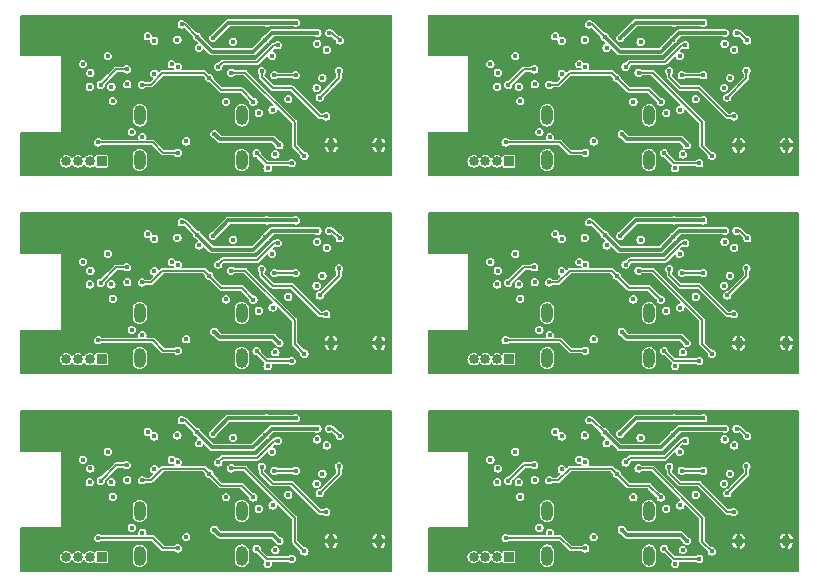
<source format=gbr>
%TF.GenerationSoftware,KiCad,Pcbnew,7.0.7-7.0.7~ubuntu22.04.1*%
%TF.CreationDate,2023-09-16T16:33:30-05:00*%
%TF.ProjectId,BT_PANELIZED,42545f50-414e-4454-9c49-5a45442e6b69,000*%
%TF.SameCoordinates,Original*%
%TF.FileFunction,Copper,L4,Bot*%
%TF.FilePolarity,Positive*%
%FSLAX46Y46*%
G04 Gerber Fmt 4.6, Leading zero omitted, Abs format (unit mm)*
G04 Created by KiCad (PCBNEW 7.0.7-7.0.7~ubuntu22.04.1) date 2023-09-16 16:33:30*
%MOMM*%
%LPD*%
G01*
G04 APERTURE LIST*
%TA.AperFunction,ComponentPad*%
%ADD10O,1.000000X1.700000*%
%TD*%
%TA.AperFunction,ComponentPad*%
%ADD11R,0.850000X0.850000*%
%TD*%
%TA.AperFunction,ComponentPad*%
%ADD12O,0.850000X0.850000*%
%TD*%
%TA.AperFunction,ComponentPad*%
%ADD13O,0.700000X0.950000*%
%TD*%
%TA.AperFunction,ViaPad*%
%ADD14C,0.400000*%
%TD*%
%TA.AperFunction,Conductor*%
%ADD15C,0.150000*%
%TD*%
%TA.AperFunction,Conductor*%
%ADD16C,0.300000*%
%TD*%
G04 APERTURE END LIST*
D10*
%TO.P,J1,S1,SHIELD*%
%TO.N,unconnected-(J1-SHIELD-PadS1)*%
X115450000Y-79990000D03*
%TO.P,J1,S2,SHIELD*%
%TO.N,unconnected-(J1-SHIELD-PadS2)*%
X124090000Y-79990000D03*
%TO.P,J1,S3,SHIELD*%
%TO.N,unconnected-(J1-SHIELD-PadS3)*%
X124090000Y-83790000D03*
%TO.P,J1,S4,SHIELD*%
%TO.N,unconnected-(J1-SHIELD-PadS4)*%
X115450000Y-83790000D03*
%TD*%
%TO.P,J1,S1,SHIELD*%
%TO.N,unconnected-(J1-SHIELD-PadS1)*%
X149950000Y-79990000D03*
%TO.P,J1,S2,SHIELD*%
%TO.N,unconnected-(J1-SHIELD-PadS2)*%
X158590000Y-79990000D03*
%TO.P,J1,S3,SHIELD*%
%TO.N,unconnected-(J1-SHIELD-PadS3)*%
X158590000Y-83790000D03*
%TO.P,J1,S4,SHIELD*%
%TO.N,unconnected-(J1-SHIELD-PadS4)*%
X149950000Y-83790000D03*
%TD*%
D11*
%TO.P,J3,1,Pin_1*%
%TO.N,V2.8*%
X146730000Y-83900000D03*
D12*
%TO.P,J3,2,Pin_2*%
%TO.N,RESET*%
X145730000Y-83900000D03*
%TO.P,J3,3,Pin_3*%
%TO.N,SWDCLK*%
X144730000Y-83900000D03*
%TO.P,J3,4,Pin_4*%
%TO.N,SWDIO*%
X143730000Y-83900000D03*
%TO.P,J3,5,Pin_5*%
%TO.N,GND*%
X142730000Y-83900000D03*
%TD*%
D13*
%TO.P,SW1,3,3*%
%TO.N,GND*%
X131665000Y-65780000D03*
%TO.P,SW1,4,4*%
X135715000Y-65780000D03*
%TD*%
D11*
%TO.P,J3,1,Pin_1*%
%TO.N,V2.8*%
X146730000Y-50400000D03*
D12*
%TO.P,J3,2,Pin_2*%
%TO.N,RESET*%
X145730000Y-50400000D03*
%TO.P,J3,3,Pin_3*%
%TO.N,SWDCLK*%
X144730000Y-50400000D03*
%TO.P,J3,4,Pin_4*%
%TO.N,SWDIO*%
X143730000Y-50400000D03*
%TO.P,J3,5,Pin_5*%
%TO.N,GND*%
X142730000Y-50400000D03*
%TD*%
D11*
%TO.P,J3,1,Pin_1*%
%TO.N,V2.8*%
X112230000Y-67150000D03*
D12*
%TO.P,J3,2,Pin_2*%
%TO.N,RESET*%
X111230000Y-67150000D03*
%TO.P,J3,3,Pin_3*%
%TO.N,SWDCLK*%
X110230000Y-67150000D03*
%TO.P,J3,4,Pin_4*%
%TO.N,SWDIO*%
X109230000Y-67150000D03*
%TO.P,J3,5,Pin_5*%
%TO.N,GND*%
X108230000Y-67150000D03*
%TD*%
D11*
%TO.P,J3,1,Pin_1*%
%TO.N,V2.8*%
X112230000Y-50400000D03*
D12*
%TO.P,J3,2,Pin_2*%
%TO.N,RESET*%
X111230000Y-50400000D03*
%TO.P,J3,3,Pin_3*%
%TO.N,SWDCLK*%
X110230000Y-50400000D03*
%TO.P,J3,4,Pin_4*%
%TO.N,SWDIO*%
X109230000Y-50400000D03*
%TO.P,J3,5,Pin_5*%
%TO.N,GND*%
X108230000Y-50400000D03*
%TD*%
D13*
%TO.P,SW1,3,3*%
%TO.N,GND*%
X131665000Y-49030000D03*
%TO.P,SW1,4,4*%
X135715000Y-49030000D03*
%TD*%
%TO.P,SW1,3,3*%
%TO.N,GND*%
X131665000Y-82530000D03*
%TO.P,SW1,4,4*%
X135715000Y-82530000D03*
%TD*%
D10*
%TO.P,J1,S1,SHIELD*%
%TO.N,unconnected-(J1-SHIELD-PadS1)*%
X149950000Y-63240000D03*
%TO.P,J1,S2,SHIELD*%
%TO.N,unconnected-(J1-SHIELD-PadS2)*%
X158590000Y-63240000D03*
%TO.P,J1,S3,SHIELD*%
%TO.N,unconnected-(J1-SHIELD-PadS3)*%
X158590000Y-67040000D03*
%TO.P,J1,S4,SHIELD*%
%TO.N,unconnected-(J1-SHIELD-PadS4)*%
X149950000Y-67040000D03*
%TD*%
D13*
%TO.P,SW1,3,3*%
%TO.N,GND*%
X166165000Y-82530000D03*
%TO.P,SW1,4,4*%
X170215000Y-82530000D03*
%TD*%
D10*
%TO.P,J1,S1,SHIELD*%
%TO.N,unconnected-(J1-SHIELD-PadS1)*%
X149950000Y-46490000D03*
%TO.P,J1,S2,SHIELD*%
%TO.N,unconnected-(J1-SHIELD-PadS2)*%
X158590000Y-46490000D03*
%TO.P,J1,S3,SHIELD*%
%TO.N,unconnected-(J1-SHIELD-PadS3)*%
X158590000Y-50290000D03*
%TO.P,J1,S4,SHIELD*%
%TO.N,unconnected-(J1-SHIELD-PadS4)*%
X149950000Y-50290000D03*
%TD*%
D11*
%TO.P,J3,1,Pin_1*%
%TO.N,V2.8*%
X112230000Y-83900000D03*
D12*
%TO.P,J3,2,Pin_2*%
%TO.N,RESET*%
X111230000Y-83900000D03*
%TO.P,J3,3,Pin_3*%
%TO.N,SWDCLK*%
X110230000Y-83900000D03*
%TO.P,J3,4,Pin_4*%
%TO.N,SWDIO*%
X109230000Y-83900000D03*
%TO.P,J3,5,Pin_5*%
%TO.N,GND*%
X108230000Y-83900000D03*
%TD*%
D13*
%TO.P,SW1,3,3*%
%TO.N,GND*%
X166165000Y-49030000D03*
%TO.P,SW1,4,4*%
X170215000Y-49030000D03*
%TD*%
D10*
%TO.P,J1,S1,SHIELD*%
%TO.N,unconnected-(J1-SHIELD-PadS1)*%
X115450000Y-63240000D03*
%TO.P,J1,S2,SHIELD*%
%TO.N,unconnected-(J1-SHIELD-PadS2)*%
X124090000Y-63240000D03*
%TO.P,J1,S3,SHIELD*%
%TO.N,unconnected-(J1-SHIELD-PadS3)*%
X124090000Y-67040000D03*
%TO.P,J1,S4,SHIELD*%
%TO.N,unconnected-(J1-SHIELD-PadS4)*%
X115450000Y-67040000D03*
%TD*%
D13*
%TO.P,SW1,3,3*%
%TO.N,GND*%
X166165000Y-65780000D03*
%TO.P,SW1,4,4*%
X170215000Y-65780000D03*
%TD*%
D11*
%TO.P,J3,1,Pin_1*%
%TO.N,V2.8*%
X146730000Y-67150000D03*
D12*
%TO.P,J3,2,Pin_2*%
%TO.N,RESET*%
X145730000Y-67150000D03*
%TO.P,J3,3,Pin_3*%
%TO.N,SWDCLK*%
X144730000Y-67150000D03*
%TO.P,J3,4,Pin_4*%
%TO.N,SWDIO*%
X143730000Y-67150000D03*
%TO.P,J3,5,Pin_5*%
%TO.N,GND*%
X142730000Y-67150000D03*
%TD*%
D10*
%TO.P,J1,S1,SHIELD*%
%TO.N,unconnected-(J1-SHIELD-PadS1)*%
X115450000Y-46490000D03*
%TO.P,J1,S2,SHIELD*%
%TO.N,unconnected-(J1-SHIELD-PadS2)*%
X124090000Y-46490000D03*
%TO.P,J1,S3,SHIELD*%
%TO.N,unconnected-(J1-SHIELD-PadS3)*%
X124090000Y-50290000D03*
%TO.P,J1,S4,SHIELD*%
%TO.N,unconnected-(J1-SHIELD-PadS4)*%
X115450000Y-50290000D03*
%TD*%
D14*
%TO.N,GND*%
X162060000Y-63780000D03*
X125020000Y-51190000D03*
X126370000Y-80520000D03*
X136300000Y-76840000D03*
X126420000Y-64670000D03*
X157310000Y-56710000D03*
X130715534Y-45614466D03*
X120225756Y-38381389D03*
X129730000Y-38400000D03*
X168580000Y-71900000D03*
X143000000Y-57830000D03*
X142370000Y-65670000D03*
X136300000Y-38400000D03*
X107870000Y-82420000D03*
X136270000Y-62900000D03*
X166410000Y-67940000D03*
X144130000Y-55180000D03*
X168580000Y-55150000D03*
X136300000Y-51150000D03*
X141200000Y-50190000D03*
X125020000Y-67940000D03*
X106700000Y-73730000D03*
X141777000Y-74580000D03*
X141200000Y-65670000D03*
X127570000Y-47890000D03*
X116200000Y-80960000D03*
X125099989Y-73465190D03*
X162060000Y-47030000D03*
X159520000Y-51190000D03*
X129540000Y-43280000D03*
X143000000Y-65030000D03*
X150230000Y-78150000D03*
X151530000Y-79190000D03*
X143000000Y-81780000D03*
X149070000Y-51190000D03*
X150700000Y-47460000D03*
X105940000Y-55310000D03*
X146829988Y-61890000D03*
X142370000Y-73730000D03*
X136300000Y-57620000D03*
X141200000Y-83690000D03*
X146700000Y-73350000D03*
X112329988Y-45140000D03*
X113209984Y-55800000D03*
X142860000Y-71940000D03*
X170800000Y-43340000D03*
X111190000Y-51190000D03*
X170800000Y-71900000D03*
X126420000Y-47920000D03*
X156450000Y-67940000D03*
X122810000Y-39960000D03*
X116200000Y-47460000D03*
X144130000Y-38430000D03*
X153992107Y-40060621D03*
X128100000Y-73570000D03*
X136300000Y-40870000D03*
X108360000Y-38440000D03*
X164040000Y-43280000D03*
X115730000Y-78150000D03*
X143995000Y-78200000D03*
X147709984Y-39050000D03*
X164040000Y-60030000D03*
X140540000Y-74580000D03*
X130820000Y-49600000D03*
X131910000Y-84690000D03*
X144720000Y-44040000D03*
X159520000Y-84690000D03*
X144130000Y-71930000D03*
X125099989Y-56715190D03*
X145690000Y-67940000D03*
X105860000Y-67940000D03*
X155120000Y-82900000D03*
X157350000Y-76830000D03*
X126420000Y-81420000D03*
X111190000Y-67940000D03*
X145690000Y-51190000D03*
X160920000Y-47920000D03*
X109495000Y-76925000D03*
X119492107Y-56810621D03*
X142370000Y-40230000D03*
X168580000Y-58720000D03*
X143690000Y-73350000D03*
X160870000Y-80520000D03*
X136300000Y-60090000D03*
X142860000Y-38440000D03*
X127570000Y-81390000D03*
X114570000Y-51190000D03*
X116430000Y-83170000D03*
X120620000Y-82900000D03*
X165215534Y-45614466D03*
X140540000Y-81780000D03*
X147709984Y-55800000D03*
X168580000Y-78240000D03*
X117030000Y-62440000D03*
X154430000Y-76835010D03*
X128100000Y-56820000D03*
X105860000Y-51190000D03*
X109495000Y-79480000D03*
X107870000Y-40230000D03*
X159599989Y-39965190D03*
X108500000Y-41080000D03*
X156450000Y-51190000D03*
X149689461Y-73699483D03*
X136270000Y-79650000D03*
X146829988Y-45140000D03*
X109495000Y-60175000D03*
X150930000Y-83170000D03*
X165439998Y-74940021D03*
X147709984Y-72550000D03*
X170800000Y-57620000D03*
X143000000Y-74580000D03*
X107430000Y-84690000D03*
X114570000Y-84690000D03*
X116430000Y-66420000D03*
X162070000Y-64640000D03*
X143995000Y-76925000D03*
X129020000Y-81050000D03*
X154430000Y-43335010D03*
X122850000Y-60080000D03*
X149070000Y-84690000D03*
X109220000Y-67940000D03*
X152310000Y-51190000D03*
X141930000Y-84690000D03*
X106040000Y-65030000D03*
X126370000Y-47020000D03*
X110220000Y-44040000D03*
X170800000Y-67900000D03*
X124480000Y-81190000D03*
X107277000Y-65030000D03*
X110240000Y-78800000D03*
X121950000Y-84690000D03*
X140360000Y-51190000D03*
X136300000Y-74370000D03*
X116200000Y-64210000D03*
X105940000Y-38560000D03*
X155810000Y-44280000D03*
X143000000Y-48280000D03*
X126370000Y-63770000D03*
X146270000Y-71910000D03*
X148330000Y-81570000D03*
X129020000Y-64300000D03*
X170800000Y-74370000D03*
X146270000Y-38410000D03*
X144720000Y-60790000D03*
X143690000Y-56600000D03*
X140360000Y-84690000D03*
X106040000Y-41080000D03*
X141930000Y-51190000D03*
X115189461Y-40199483D03*
X122810000Y-73460000D03*
X144740000Y-78800000D03*
X109495000Y-78200000D03*
X165320000Y-49600000D03*
X155120000Y-66150000D03*
X166410000Y-51190000D03*
X140440000Y-72060000D03*
X163520000Y-81050000D03*
X128100000Y-40070000D03*
X136300000Y-84650000D03*
X127560000Y-80530000D03*
X143720000Y-67940000D03*
X107277000Y-81780000D03*
X141200000Y-73730000D03*
X165320000Y-83100000D03*
X130939998Y-58190021D03*
X134080000Y-67940000D03*
X154725756Y-71881389D03*
X157310000Y-73460000D03*
X144740000Y-62050000D03*
X165215534Y-62364466D03*
X146829988Y-78640000D03*
X108500000Y-65030000D03*
X143690000Y-39850000D03*
X117810000Y-51190000D03*
X107870000Y-48920000D03*
X151530000Y-62440000D03*
X141200000Y-82420000D03*
X163520000Y-64300000D03*
X146270000Y-55160000D03*
X110240000Y-45300000D03*
X162600000Y-40070000D03*
X140540000Y-48280000D03*
X122850000Y-43330000D03*
X141200000Y-40230000D03*
X109220000Y-84690000D03*
X129730000Y-55150000D03*
X119930000Y-76835010D03*
X170770000Y-46150000D03*
X170800000Y-84650000D03*
X131910000Y-67940000D03*
X115730000Y-61400000D03*
X154430000Y-60085010D03*
X130820000Y-66350000D03*
X141777000Y-81780000D03*
X129020000Y-47550000D03*
X115730000Y-44650000D03*
X110240000Y-62050000D03*
X108360000Y-71940000D03*
X122510000Y-47650000D03*
X117810000Y-67940000D03*
X131910000Y-51190000D03*
X142370000Y-82420000D03*
X109190000Y-73350000D03*
X113209984Y-72550000D03*
X111770000Y-55160000D03*
X143720000Y-51190000D03*
X168580000Y-44740000D03*
X136270000Y-46150000D03*
X105940000Y-72060000D03*
X130939998Y-74940021D03*
X119930000Y-43335010D03*
X108500000Y-74580000D03*
X144740000Y-45300000D03*
X165320000Y-66350000D03*
X106700000Y-82420000D03*
X168580000Y-61490000D03*
X160870000Y-47020000D03*
X120225756Y-55131389D03*
X143720000Y-84690000D03*
X134080000Y-58720000D03*
X108500000Y-57830000D03*
X127570000Y-64640000D03*
X143995000Y-60175000D03*
X120620000Y-49400000D03*
X141777000Y-48280000D03*
X109495000Y-61450000D03*
X141200000Y-66940000D03*
X157010000Y-47650000D03*
X159599989Y-56715190D03*
X150700000Y-80960000D03*
X130715534Y-62364466D03*
X141200000Y-48920000D03*
X112200000Y-73350000D03*
X140360000Y-67940000D03*
X140540000Y-65030000D03*
X140540000Y-57830000D03*
X158980000Y-47690000D03*
X144720000Y-77540000D03*
X107277000Y-57830000D03*
X143995000Y-79480000D03*
X141200000Y-56980000D03*
X122510000Y-81150000D03*
X127560000Y-47030000D03*
X109630000Y-38430000D03*
X106040000Y-81780000D03*
X129540000Y-76780000D03*
X134080000Y-61490000D03*
X170800000Y-60090000D03*
X119492107Y-73560621D03*
X113830000Y-48070000D03*
X136300000Y-71900000D03*
X124480000Y-47690000D03*
X109495000Y-62730000D03*
X146700000Y-39850000D03*
X157350000Y-43330000D03*
X168580000Y-84690000D03*
X164230000Y-71900000D03*
X122810000Y-56710000D03*
X111770000Y-71910000D03*
X143995000Y-62730000D03*
X134080000Y-44740000D03*
X141930000Y-67940000D03*
X134080000Y-84690000D03*
X168580000Y-41970000D03*
X170770000Y-62900000D03*
X116430000Y-49670000D03*
X108500000Y-81780000D03*
X106700000Y-48920000D03*
X134080000Y-51190000D03*
X157010000Y-81150000D03*
X168580000Y-51190000D03*
X162600000Y-56820000D03*
X121310000Y-61030000D03*
X107870000Y-65670000D03*
X159599989Y-73465190D03*
X142860000Y-55190000D03*
X113830000Y-81570000D03*
X107870000Y-56980000D03*
X157350000Y-60080000D03*
X168580000Y-75470000D03*
X162070000Y-47890000D03*
X150230000Y-44650000D03*
X157010000Y-64400000D03*
X143995000Y-61450000D03*
X117810000Y-84690000D03*
X143995000Y-44700000D03*
X154725756Y-38381389D03*
X105860000Y-84690000D03*
X134080000Y-38400000D03*
X109220000Y-51190000D03*
X109190000Y-56600000D03*
X170800000Y-51150000D03*
X121950000Y-67940000D03*
X149070000Y-67940000D03*
X170800000Y-38400000D03*
X164230000Y-55150000D03*
X140540000Y-41080000D03*
X140440000Y-38560000D03*
X134080000Y-78240000D03*
X136300000Y-67900000D03*
X157310000Y-39960000D03*
X158980000Y-81190000D03*
X107430000Y-67940000D03*
X109630000Y-55180000D03*
X108500000Y-48280000D03*
X151530000Y-45690000D03*
X165439998Y-58190021D03*
X129540000Y-60030000D03*
X148330000Y-48070000D03*
X122850000Y-76830000D03*
X150930000Y-66420000D03*
X109630000Y-71930000D03*
X111190000Y-84690000D03*
X110220000Y-77540000D03*
X143995000Y-45980000D03*
X119492107Y-40060621D03*
X165439998Y-41440021D03*
X150930000Y-49670000D03*
X156450000Y-84690000D03*
X162070000Y-81390000D03*
X109190000Y-39850000D03*
X106700000Y-65670000D03*
X134080000Y-55150000D03*
X107277000Y-41080000D03*
X140440000Y-55310000D03*
X136300000Y-55150000D03*
X124480000Y-64440000D03*
X122510000Y-64400000D03*
X160920000Y-64670000D03*
X130820000Y-83100000D03*
X106700000Y-40230000D03*
X107277000Y-48280000D03*
X112200000Y-56600000D03*
X107277000Y-74580000D03*
X155810000Y-77780000D03*
X155120000Y-49400000D03*
X164230000Y-38400000D03*
X142370000Y-48920000D03*
X134080000Y-75470000D03*
X152310000Y-84690000D03*
X109495000Y-43425000D03*
X117030000Y-45690000D03*
X150230000Y-61400000D03*
X143995000Y-43425000D03*
X106700000Y-66940000D03*
X149689461Y-40199483D03*
X107430000Y-51190000D03*
X164040000Y-76780000D03*
X125099989Y-39965190D03*
X113830000Y-64820000D03*
X141777000Y-65030000D03*
X106040000Y-57830000D03*
X120225756Y-71881389D03*
X111770000Y-38410000D03*
X130715534Y-79114466D03*
X121950000Y-51190000D03*
X120620000Y-66150000D03*
X153992107Y-56810621D03*
X121310000Y-44280000D03*
X168580000Y-67940000D03*
X162060000Y-80530000D03*
X170770000Y-79650000D03*
X134080000Y-71900000D03*
X153992107Y-73560621D03*
X129730000Y-71900000D03*
X107870000Y-73730000D03*
X117030000Y-79190000D03*
X168580000Y-38400000D03*
X114570000Y-67940000D03*
X109495000Y-45980000D03*
X155810000Y-61030000D03*
X159520000Y-67940000D03*
X170800000Y-55150000D03*
X106040000Y-74580000D03*
X143000000Y-41080000D03*
X149689461Y-56949483D03*
X154725756Y-55131389D03*
X112329988Y-78640000D03*
X150700000Y-64210000D03*
X106040000Y-48280000D03*
X127560000Y-63780000D03*
X160870000Y-63770000D03*
X162600000Y-73570000D03*
X165215534Y-79114466D03*
X163520000Y-47550000D03*
X106700000Y-56980000D03*
X141777000Y-57830000D03*
X166410000Y-84690000D03*
X125020000Y-84690000D03*
X110220000Y-60790000D03*
X158980000Y-64440000D03*
X115189461Y-56949483D03*
X112200000Y-39850000D03*
X109495000Y-44700000D03*
X119930000Y-60085010D03*
X160920000Y-81420000D03*
X136300000Y-43340000D03*
X112329988Y-61890000D03*
X108360000Y-55190000D03*
X115189461Y-73699483D03*
X113209984Y-39050000D03*
X170800000Y-40870000D03*
X170800000Y-76840000D03*
X145690000Y-84690000D03*
X106700000Y-50190000D03*
X141777000Y-41080000D03*
X146700000Y-56600000D03*
X130939998Y-41440021D03*
X134080000Y-41970000D03*
X121310000Y-77780000D03*
X152310000Y-67940000D03*
X142370000Y-56980000D03*
X148330000Y-64820000D03*
X106700000Y-83690000D03*
%TO.N,EN*%
X118640000Y-73600002D03*
X153140000Y-56850002D03*
X151190000Y-40186656D03*
X116690000Y-56936656D03*
X118640000Y-40100002D03*
X116690000Y-73686656D03*
X151190000Y-73686656D03*
X116690000Y-40186656D03*
X153140000Y-73600002D03*
X151190000Y-56936656D03*
X153140000Y-40100002D03*
X118640000Y-56850002D03*
%TO.N,PS_HOLD*%
X151190000Y-76469996D03*
X152665016Y-58920055D03*
X151190000Y-59719996D03*
X118165016Y-58920055D03*
X152665016Y-75670055D03*
X151190000Y-42969996D03*
X148900000Y-77370000D03*
X116690000Y-59719996D03*
X118165016Y-75670055D03*
X148900000Y-43870000D03*
X116690000Y-76469996D03*
X114400000Y-77370000D03*
X118165016Y-42170055D03*
X116690000Y-42969996D03*
X114400000Y-60620000D03*
X114400000Y-43870000D03*
X148900000Y-60620000D03*
X152665016Y-42170055D03*
%TO.N,VUSB*%
X161780000Y-65780000D03*
X156269999Y-81579999D03*
X161640000Y-57310056D03*
X121769999Y-64829999D03*
X122100000Y-75879970D03*
X127280000Y-49030000D03*
X156600000Y-59129970D03*
X161640000Y-40560056D03*
X127140000Y-57310056D03*
X127280000Y-82530000D03*
X121769999Y-48079999D03*
X127140000Y-40560056D03*
X161780000Y-82530000D03*
X161640000Y-74060056D03*
X122100000Y-42379970D03*
X122100000Y-59129970D03*
X156269999Y-64829999D03*
X127280000Y-65780000D03*
X156600000Y-75879970D03*
X121769999Y-81579999D03*
X156600000Y-42379970D03*
X127140000Y-74060056D03*
X161780000Y-49030000D03*
X156269999Y-48079999D03*
%TO.N,VBATT*%
X163170000Y-43100000D03*
X126860000Y-76599998D03*
X163170000Y-72150000D03*
X121660000Y-39952044D03*
X163170000Y-38650000D03*
X126210000Y-55400000D03*
X161360000Y-43099998D03*
X156160000Y-56702044D03*
X128670000Y-76600000D03*
X121660000Y-73452044D03*
X126210000Y-72150000D03*
X163170000Y-76600000D03*
X163170000Y-55400000D03*
X160710000Y-38650000D03*
X128670000Y-59850000D03*
X163170000Y-59850000D03*
X160710000Y-72150000D03*
X121660000Y-56702044D03*
X126210000Y-38650000D03*
X126860000Y-43099998D03*
X128670000Y-38650000D03*
X161360000Y-76599998D03*
X126860000Y-59849998D03*
X128670000Y-72150000D03*
X156160000Y-39952044D03*
X156160000Y-73452044D03*
X128670000Y-55400000D03*
X160710000Y-55400000D03*
X128670000Y-43100000D03*
X161360000Y-59849998D03*
%TO.N,VBUS*%
X115649986Y-43900000D03*
X128330000Y-67300000D03*
X159852927Y-49702174D03*
X155850000Y-76839990D03*
X150149986Y-77400000D03*
X155850000Y-43339990D03*
X128330000Y-84050000D03*
X125352927Y-83202174D03*
X159580000Y-45349998D03*
X125080000Y-78849998D03*
X115649986Y-60650000D03*
X121350000Y-43339990D03*
X125352927Y-49702174D03*
X162830000Y-67300000D03*
X162830000Y-50550000D03*
X125352927Y-66452174D03*
X125080000Y-62099998D03*
X162830000Y-84050000D03*
X155850000Y-60089990D03*
X159580000Y-78849998D03*
X128330000Y-50550000D03*
X159852927Y-66452174D03*
X150149986Y-60650000D03*
X115649986Y-77400000D03*
X159852927Y-83202174D03*
X125080000Y-45349998D03*
X121350000Y-76839990D03*
X121350000Y-60089990D03*
X150149986Y-43900000D03*
X159580000Y-62099998D03*
%TO.N,V2.8*%
X131500000Y-56270000D03*
X165200000Y-61740000D03*
X126100000Y-56830000D03*
X112160000Y-60670000D03*
X132330003Y-59459997D03*
X166890000Y-56900000D03*
X112160000Y-43920000D03*
X148860000Y-59360000D03*
X160600000Y-40080000D03*
X165000000Y-39520000D03*
X153510634Y-72306399D03*
X166000000Y-73020000D03*
X153510634Y-38806399D03*
X160600000Y-56830000D03*
X146660000Y-43920000D03*
X153510634Y-55556399D03*
X120310000Y-56590000D03*
X132390000Y-56900000D03*
X130700000Y-61740000D03*
X148860000Y-42610000D03*
X130500000Y-56270000D03*
X130500000Y-39520000D03*
X154810000Y-39840000D03*
X131500000Y-73020000D03*
X166830003Y-59459997D03*
X130700000Y-78490000D03*
X119010634Y-55556399D03*
X166000000Y-56270000D03*
X165200000Y-44990000D03*
X154810000Y-73340000D03*
X165200000Y-78490000D03*
X114360000Y-76110000D03*
X114360000Y-42610000D03*
X148860000Y-76110000D03*
X126100000Y-40080000D03*
X160600000Y-73580000D03*
X166830003Y-42709997D03*
X146660000Y-77420000D03*
X130700000Y-44990000D03*
X166830003Y-76209997D03*
X165000000Y-56270000D03*
X166890000Y-73650000D03*
X132390000Y-73650000D03*
X114360000Y-59360000D03*
X166000000Y-39520000D03*
X154810000Y-56590000D03*
X120310000Y-73340000D03*
X120310000Y-39840000D03*
X132330003Y-76209997D03*
X132390000Y-40150000D03*
X131500000Y-39520000D03*
X146660000Y-60670000D03*
X130500000Y-73020000D03*
X119010634Y-38806399D03*
X165000000Y-73020000D03*
X132330003Y-42709997D03*
X112160000Y-77420000D03*
X126100000Y-73580000D03*
X166890000Y-40150000D03*
X119010634Y-72306399D03*
%TO.N,Net-(D2-K)*%
X129400000Y-66670000D03*
X123190000Y-76390000D03*
X129400000Y-49920000D03*
X157690000Y-59640000D03*
X163900000Y-83420000D03*
X123190000Y-42890000D03*
X123190000Y-59640000D03*
X129400000Y-83420000D03*
X163900000Y-66670000D03*
X157690000Y-76390000D03*
X157690000Y-42890000D03*
X163900000Y-49920000D03*
%TO.N,SCL*%
X115690000Y-65100000D03*
X164930000Y-44180002D03*
X130430000Y-60930002D03*
X115690000Y-81850000D03*
X164930000Y-60930002D03*
X164930000Y-77680002D03*
X150190000Y-65100000D03*
X150190000Y-81850000D03*
X150190000Y-48350000D03*
X130430000Y-44180002D03*
X115690000Y-48350000D03*
X130430000Y-77680002D03*
%TO.N,SDA*%
X149289538Y-47916868D03*
X165430000Y-43330000D03*
X165430000Y-60080000D03*
X130930000Y-60080000D03*
X114789538Y-81416868D03*
X130930000Y-76830000D03*
X130930000Y-43330000D03*
X114789538Y-64666868D03*
X165430000Y-76830000D03*
X114789538Y-47916868D03*
X149289538Y-64666868D03*
X149289538Y-81416868D03*
%TO.N,XSHUT1*%
X113060000Y-77560000D03*
X113060000Y-60810000D03*
X147560000Y-44060000D03*
X147560000Y-60810000D03*
X164970000Y-57190010D03*
X164970000Y-73940010D03*
X130470000Y-57190010D03*
X130470000Y-40440010D03*
X113060000Y-44060000D03*
X130470000Y-73940010D03*
X164970000Y-40440010D03*
X147560000Y-77560000D03*
%TO.N,XSHUT2*%
X147680000Y-78789998D03*
X165790000Y-74450000D03*
X165790000Y-57700000D03*
X165790000Y-40950000D03*
X131290000Y-40950000D03*
X131290000Y-74450000D03*
X147680000Y-45289998D03*
X147680000Y-62039998D03*
X113180000Y-45289998D03*
X113180000Y-78789998D03*
X113180000Y-62039998D03*
X131290000Y-57700000D03*
%TO.N,PB_OUT*%
X150640000Y-39799982D03*
X147255000Y-41480000D03*
X112755000Y-58230000D03*
X116140000Y-73299982D03*
X150640000Y-73299982D03*
X112755000Y-74980000D03*
X112755000Y-41480000D03*
X116140000Y-39799982D03*
X116140000Y-56549982D03*
X147255000Y-58230000D03*
X147255000Y-74980000D03*
X150640000Y-56549982D03*
%TO.N,BM*%
X122760000Y-62080000D03*
X157260000Y-45330000D03*
X119385001Y-65455001D03*
X122760000Y-45330000D03*
X153885001Y-48705001D03*
X157260000Y-78830000D03*
X119385001Y-48705001D03*
X119385001Y-82205001D03*
X122760000Y-78830000D03*
X157260000Y-62080000D03*
X153885001Y-65455001D03*
X153885001Y-82205001D03*
%TO.N,BM_EN*%
X157860000Y-57030000D03*
X111280000Y-42900000D03*
X123360000Y-73780000D03*
X123360000Y-40280000D03*
X145780000Y-76400000D03*
X157860000Y-40280000D03*
X111280000Y-59650000D03*
X123360000Y-57030000D03*
X111280000Y-76400000D03*
X145780000Y-42900000D03*
X145780000Y-59650000D03*
X157860000Y-73780000D03*
%TO.N,CHRG_STAT*%
X111230000Y-44060000D03*
X126665004Y-41469993D03*
X161165004Y-58219993D03*
X111230000Y-77560000D03*
X161165004Y-74969993D03*
X126665004Y-58219993D03*
X111230000Y-60810000D03*
X145730000Y-44060000D03*
X145730000Y-77560000D03*
X126665004Y-74969993D03*
X161165004Y-41469993D03*
X145730000Y-60810000D03*
%TO.N,PWR_ON*%
X146440000Y-65539998D03*
X146440000Y-82289998D03*
X118670000Y-83170000D03*
X161209970Y-62770000D03*
X126709970Y-79520000D03*
X111940000Y-65539998D03*
X161209970Y-46020000D03*
X153170000Y-49670000D03*
X126709970Y-46020000D03*
X111940000Y-82289998D03*
X118670000Y-49670000D03*
X161209970Y-79520000D03*
X153170000Y-83170000D03*
X118670000Y-66420000D03*
X126709970Y-62770000D03*
X111940000Y-48789998D03*
X146440000Y-48789998D03*
X153170000Y-66420000D03*
%TO.N,CHRG*%
X160030000Y-63044988D03*
X125530000Y-46294988D03*
X126939998Y-83304990D03*
X126939998Y-49804990D03*
X126939998Y-66554990D03*
X161439998Y-83304990D03*
X161439998Y-66554990D03*
X160030000Y-79794988D03*
X125530000Y-63044988D03*
X160030000Y-46294988D03*
X161439998Y-49804990D03*
X125530000Y-79794988D03*
%TO.N,Net-(U3-~{PB})*%
X125795034Y-76260055D03*
X118669988Y-75890000D03*
X153169988Y-59140000D03*
X118669988Y-42390000D03*
X131250000Y-46590000D03*
X160295034Y-59510055D03*
X125795034Y-42760055D03*
X165750000Y-63340000D03*
X131250000Y-63340000D03*
X153169988Y-42390000D03*
X160295034Y-42760055D03*
X165750000Y-80090000D03*
X131250000Y-80090000D03*
X153169988Y-75890000D03*
X160295034Y-76260055D03*
X118669988Y-59140000D03*
X125795034Y-59510055D03*
X165750000Y-46590000D03*
%TO.N,PROG*%
X160783182Y-84485010D03*
X128035000Y-45115000D03*
X162535000Y-45115000D03*
X128035000Y-78615000D03*
X128035000Y-61865000D03*
X126283182Y-84485010D03*
X126283182Y-50985010D03*
X162535000Y-78615000D03*
X160783182Y-50985010D03*
X162535000Y-61865000D03*
X160783182Y-67735010D03*
X126283182Y-67735010D03*
%TO.N,LED_EN*%
X110650000Y-42160000D03*
X120480020Y-74260000D03*
X154980020Y-74260000D03*
X120480020Y-57510000D03*
X145150000Y-75660000D03*
X154980020Y-57510000D03*
X120480020Y-40760000D03*
X110650000Y-58910000D03*
X110650000Y-75660000D03*
X145150000Y-58910000D03*
X154980020Y-40760000D03*
X145150000Y-42160000D03*
%TD*%
D15*
%TO.N,VUSB*%
X161357158Y-40560056D02*
X161640000Y-40560056D01*
X156600000Y-75879970D02*
X156969970Y-75510000D01*
X122100000Y-75879970D02*
X122469970Y-75510000D01*
D16*
X156269999Y-81579999D02*
X156720000Y-82030000D01*
D15*
X159907214Y-75510000D02*
X161357158Y-74060056D01*
X122469970Y-42010000D02*
X125407214Y-42010000D01*
X122100000Y-42379970D02*
X122469970Y-42010000D01*
D16*
X126780000Y-82030000D02*
X127280000Y-82530000D01*
X121769999Y-64829999D02*
X122220000Y-65280000D01*
D15*
X161357158Y-57310056D02*
X161640000Y-57310056D01*
D16*
X122220000Y-48530000D02*
X126780000Y-48530000D01*
X122220000Y-82030000D02*
X126780000Y-82030000D01*
D15*
X156969970Y-75510000D02*
X159907214Y-75510000D01*
X125407214Y-58760000D02*
X126857158Y-57310056D01*
X159907214Y-42010000D02*
X161357158Y-40560056D01*
D16*
X161280000Y-48530000D02*
X161780000Y-49030000D01*
D15*
X126857158Y-57310056D02*
X127140000Y-57310056D01*
X125407214Y-75510000D02*
X126857158Y-74060056D01*
D16*
X161280000Y-82030000D02*
X161780000Y-82530000D01*
X126780000Y-48530000D02*
X127280000Y-49030000D01*
D15*
X126857158Y-74060056D02*
X127140000Y-74060056D01*
D16*
X156269999Y-48079999D02*
X156720000Y-48530000D01*
D15*
X125407214Y-42010000D02*
X126857158Y-40560056D01*
D16*
X121769999Y-48079999D02*
X122220000Y-48530000D01*
X122220000Y-65280000D02*
X126780000Y-65280000D01*
D15*
X156600000Y-59129970D02*
X156969970Y-58760000D01*
X122469970Y-58760000D02*
X125407214Y-58760000D01*
X156600000Y-42379970D02*
X156969970Y-42010000D01*
X161357158Y-74060056D02*
X161640000Y-74060056D01*
X159907214Y-58760000D02*
X161357158Y-57310056D01*
D16*
X161280000Y-65280000D02*
X161780000Y-65780000D01*
D15*
X122469970Y-75510000D02*
X125407214Y-75510000D01*
D16*
X121769999Y-81579999D02*
X122220000Y-82030000D01*
D15*
X156969970Y-42010000D02*
X159907214Y-42010000D01*
D16*
X156720000Y-82030000D02*
X161280000Y-82030000D01*
D15*
X156969970Y-58760000D02*
X159907214Y-58760000D01*
D16*
X156720000Y-65280000D02*
X161280000Y-65280000D01*
X126780000Y-65280000D02*
X127280000Y-65780000D01*
X156720000Y-48530000D02*
X161280000Y-48530000D01*
D15*
X126857158Y-40560056D02*
X127140000Y-40560056D01*
D16*
X156269999Y-64829999D02*
X156720000Y-65280000D01*
D15*
X122100000Y-59129970D02*
X122469970Y-58760000D01*
%TO.N,VBATT*%
X126860002Y-76600000D02*
X126860000Y-76599998D01*
X128670000Y-76600000D02*
X126860002Y-76600000D01*
D16*
X157462044Y-55400000D02*
X156160000Y-56702044D01*
X157462044Y-38650000D02*
X156160000Y-39952044D01*
D15*
X161360002Y-43100000D02*
X161360000Y-43099998D01*
D16*
X128670000Y-38650000D02*
X122962044Y-38650000D01*
X122962044Y-38650000D02*
X121660000Y-39952044D01*
D15*
X163170000Y-59850000D02*
X161360002Y-59850000D01*
D16*
X157462044Y-72150000D02*
X156160000Y-73452044D01*
X128670000Y-55400000D02*
X122962044Y-55400000D01*
D15*
X126860002Y-43100000D02*
X126860000Y-43099998D01*
D16*
X122962044Y-72150000D02*
X121660000Y-73452044D01*
D15*
X161360002Y-59850000D02*
X161360000Y-59849998D01*
X128670000Y-59850000D02*
X126860002Y-59850000D01*
X161360002Y-76600000D02*
X161360000Y-76599998D01*
X163170000Y-76600000D02*
X161360002Y-76600000D01*
D16*
X163170000Y-38650000D02*
X157462044Y-38650000D01*
X128670000Y-72150000D02*
X122962044Y-72150000D01*
D15*
X126860002Y-59850000D02*
X126860000Y-59849998D01*
X128670000Y-43100000D02*
X126860002Y-43100000D01*
X163170000Y-43100000D02*
X161360002Y-43100000D01*
D16*
X163170000Y-55400000D02*
X157462044Y-55400000D01*
X122962044Y-55400000D02*
X121660000Y-56702044D01*
X163170000Y-72150000D02*
X157462044Y-72150000D01*
D15*
%TO.N,VBUS*%
X120920019Y-59660009D02*
X117378989Y-59660009D01*
X150888998Y-77400000D02*
X150149986Y-77400000D01*
X155420019Y-76410009D02*
X151878989Y-76410009D01*
X122370010Y-61110000D02*
X124090002Y-61110000D01*
X126200753Y-67300000D02*
X128330000Y-67300000D01*
X122370010Y-77860000D02*
X124090002Y-77860000D01*
X125352927Y-49702174D02*
X126200753Y-50550000D01*
X155850000Y-43339990D02*
X155420019Y-42910009D01*
X122370010Y-44360000D02*
X124090002Y-44360000D01*
X160700753Y-67300000D02*
X162830000Y-67300000D01*
X156870010Y-77860000D02*
X158590002Y-77860000D01*
X155850000Y-76839990D02*
X156870010Y-77860000D01*
X117378989Y-59660009D02*
X116388998Y-60650000D01*
X117378989Y-42910009D02*
X116388998Y-43900000D01*
X121350000Y-76839990D02*
X122370010Y-77860000D01*
X120920019Y-42910009D02*
X117378989Y-42910009D01*
X121350000Y-76839990D02*
X120920019Y-76410009D01*
X126200753Y-50550000D02*
X128330000Y-50550000D01*
X158590002Y-44360000D02*
X159580000Y-45349998D01*
X126200753Y-84050000D02*
X128330000Y-84050000D01*
X121350000Y-43339990D02*
X122370010Y-44360000D01*
X125352927Y-66452174D02*
X126200753Y-67300000D01*
X121350000Y-43339990D02*
X120920019Y-42910009D01*
X151878989Y-42910009D02*
X150888998Y-43900000D01*
X158590002Y-77860000D02*
X159580000Y-78849998D01*
X151878989Y-59660009D02*
X150888998Y-60650000D01*
X124090002Y-44360000D02*
X125080000Y-45349998D01*
X120920019Y-76410009D02*
X117378989Y-76410009D01*
X158590002Y-61110000D02*
X159580000Y-62099998D01*
X116388998Y-43900000D02*
X115649986Y-43900000D01*
X160700753Y-84050000D02*
X162830000Y-84050000D01*
X160700753Y-50550000D02*
X162830000Y-50550000D01*
X155850000Y-60089990D02*
X155420019Y-59660009D01*
X117378989Y-76410009D02*
X116388998Y-77400000D01*
X159852927Y-83202174D02*
X160700753Y-84050000D01*
X150888998Y-60650000D02*
X150149986Y-60650000D01*
X155420019Y-59660009D02*
X151878989Y-59660009D01*
X121350000Y-60089990D02*
X122370010Y-61110000D01*
X125352927Y-83202174D02*
X126200753Y-84050000D01*
X124090002Y-61110000D02*
X125080000Y-62099998D01*
X156870010Y-61110000D02*
X158590002Y-61110000D01*
X121350000Y-60089990D02*
X120920019Y-59660009D01*
X155850000Y-76839990D02*
X155420019Y-76410009D01*
X150888998Y-43900000D02*
X150149986Y-43900000D01*
X124090002Y-77860000D02*
X125080000Y-78849998D01*
X116388998Y-77400000D02*
X115649986Y-77400000D01*
X156870010Y-44360000D02*
X158590002Y-44360000D01*
X159852927Y-66452174D02*
X160700753Y-67300000D01*
X151878989Y-76410009D02*
X150888998Y-77400000D01*
X116388998Y-60650000D02*
X115649986Y-60650000D01*
X159852927Y-49702174D02*
X160700753Y-50550000D01*
X155850000Y-60089990D02*
X156870010Y-61110000D01*
X155420019Y-42910009D02*
X151878989Y-42910009D01*
X155850000Y-43339990D02*
X156870010Y-44360000D01*
%TO.N,V2.8*%
X153776399Y-72306399D02*
X154810000Y-73340000D01*
X153510634Y-38806399D02*
X153776399Y-38806399D01*
D16*
X120310000Y-56590000D02*
X121590000Y-57870000D01*
D15*
X153776399Y-38806399D02*
X154810000Y-39840000D01*
D16*
X126658055Y-56270000D02*
X126147939Y-56780116D01*
D15*
X113470000Y-42610000D02*
X112160000Y-43920000D01*
D16*
X165000000Y-39520000D02*
X161158055Y-39520000D01*
D15*
X166260000Y-39520000D02*
X166890000Y-40150000D01*
X166000000Y-56270000D02*
X166260000Y-56270000D01*
X119276399Y-55556399D02*
X120310000Y-56590000D01*
X131500000Y-56270000D02*
X131760000Y-56270000D01*
X130700000Y-78490000D02*
X132330003Y-76859997D01*
X132330003Y-60109997D02*
X132330003Y-59459997D01*
D16*
X161158055Y-39520000D02*
X160647939Y-40030116D01*
D15*
X119276399Y-72306399D02*
X120310000Y-73340000D01*
X131760000Y-39520000D02*
X132390000Y-40150000D01*
X119010634Y-72306399D02*
X119276399Y-72306399D01*
X165200000Y-78490000D02*
X166830003Y-76859997D01*
X119010634Y-55556399D02*
X119276399Y-55556399D01*
X114360000Y-76110000D02*
X113470000Y-76110000D01*
X131500000Y-73020000D02*
X131760000Y-73020000D01*
D16*
X156090000Y-57870000D02*
X159558055Y-57870000D01*
X121590000Y-57870000D02*
X125058055Y-57870000D01*
D15*
X147970000Y-59360000D02*
X146660000Y-60670000D01*
D16*
X126658055Y-39520000D02*
X126147939Y-40030116D01*
X156090000Y-41120000D02*
X159558055Y-41120000D01*
X161158055Y-73020000D02*
X160647939Y-73530116D01*
X154810000Y-56590000D02*
X156090000Y-57870000D01*
D15*
X165200000Y-61740000D02*
X166830003Y-60109997D01*
X166260000Y-56270000D02*
X166890000Y-56900000D01*
X166830003Y-76859997D02*
X166830003Y-76209997D01*
D16*
X125058055Y-57870000D02*
X126147939Y-56780116D01*
X154810000Y-39840000D02*
X156090000Y-41120000D01*
D15*
X166000000Y-73020000D02*
X166260000Y-73020000D01*
D16*
X130500000Y-39520000D02*
X126658055Y-39520000D01*
D15*
X148860000Y-59360000D02*
X147970000Y-59360000D01*
D16*
X125058055Y-74620000D02*
X126147939Y-73530116D01*
D15*
X131760000Y-56270000D02*
X132390000Y-56900000D01*
X114360000Y-59360000D02*
X113470000Y-59360000D01*
X132330003Y-43359997D02*
X132330003Y-42709997D01*
X166260000Y-73020000D02*
X166890000Y-73650000D01*
D16*
X120310000Y-73340000D02*
X121590000Y-74620000D01*
D15*
X153510634Y-55556399D02*
X153776399Y-55556399D01*
X148860000Y-76110000D02*
X147970000Y-76110000D01*
X119276399Y-38806399D02*
X120310000Y-39840000D01*
D16*
X125058055Y-41120000D02*
X126147939Y-40030116D01*
D15*
X119010634Y-38806399D02*
X119276399Y-38806399D01*
D16*
X159558055Y-57870000D02*
X160647939Y-56780116D01*
D15*
X114360000Y-42610000D02*
X113470000Y-42610000D01*
X166830003Y-43359997D02*
X166830003Y-42709997D01*
D16*
X121590000Y-41120000D02*
X125058055Y-41120000D01*
D15*
X153510634Y-72306399D02*
X153776399Y-72306399D01*
D16*
X121590000Y-74620000D02*
X125058055Y-74620000D01*
X130500000Y-56270000D02*
X126658055Y-56270000D01*
D15*
X153776399Y-55556399D02*
X154810000Y-56590000D01*
X113470000Y-59360000D02*
X112160000Y-60670000D01*
D16*
X130500000Y-73020000D02*
X126658055Y-73020000D01*
X165000000Y-56270000D02*
X161158055Y-56270000D01*
D15*
X113470000Y-76110000D02*
X112160000Y-77420000D01*
D16*
X165000000Y-73020000D02*
X161158055Y-73020000D01*
D15*
X130700000Y-61740000D02*
X132330003Y-60109997D01*
X130700000Y-44990000D02*
X132330003Y-43359997D01*
D16*
X159558055Y-74620000D02*
X160647939Y-73530116D01*
X159558055Y-41120000D02*
X160647939Y-40030116D01*
D15*
X166830003Y-60109997D02*
X166830003Y-59459997D01*
X165200000Y-44990000D02*
X166830003Y-43359997D01*
X147970000Y-76110000D02*
X146660000Y-77420000D01*
D16*
X161158055Y-56270000D02*
X160647939Y-56780116D01*
D15*
X148860000Y-42610000D02*
X147970000Y-42610000D01*
X147970000Y-42610000D02*
X146660000Y-43920000D01*
D16*
X154810000Y-73340000D02*
X156090000Y-74620000D01*
D15*
X166000000Y-39520000D02*
X166260000Y-39520000D01*
D16*
X120310000Y-39840000D02*
X121590000Y-41120000D01*
D15*
X132330003Y-76859997D02*
X132330003Y-76209997D01*
D16*
X156090000Y-74620000D02*
X159558055Y-74620000D01*
D15*
X131760000Y-73020000D02*
X132390000Y-73650000D01*
D16*
X126658055Y-73020000D02*
X126147939Y-73530116D01*
D15*
X131500000Y-39520000D02*
X131760000Y-39520000D01*
%TO.N,Net-(D2-K)*%
X128574999Y-82594999D02*
X129400000Y-83420000D01*
X157690000Y-42890000D02*
X158880000Y-42890000D01*
X123190000Y-59640000D02*
X124380000Y-59640000D01*
X163074999Y-65844999D02*
X163900000Y-66670000D01*
X157690000Y-76390000D02*
X158880000Y-76390000D01*
X128574999Y-49094999D02*
X129400000Y-49920000D01*
X128574999Y-47084999D02*
X128574999Y-49094999D01*
X123190000Y-76390000D02*
X124380000Y-76390000D01*
X128574999Y-80584999D02*
X128574999Y-82594999D01*
X158880000Y-76390000D02*
X163074999Y-80584999D01*
X158880000Y-42890000D02*
X163074999Y-47084999D01*
X163074999Y-80584999D02*
X163074999Y-82594999D01*
X163074999Y-47084999D02*
X163074999Y-49094999D01*
X124380000Y-76390000D02*
X128574999Y-80584999D01*
X123190000Y-42890000D02*
X124380000Y-42890000D01*
X128574999Y-65844999D02*
X129400000Y-66670000D01*
X157690000Y-59640000D02*
X158880000Y-59640000D01*
X124380000Y-42890000D02*
X128574999Y-47084999D01*
X163074999Y-63834999D02*
X163074999Y-65844999D01*
X163074999Y-82594999D02*
X163900000Y-83420000D01*
X128574999Y-63834999D02*
X128574999Y-65844999D01*
X163074999Y-49094999D02*
X163900000Y-49920000D01*
X124380000Y-59640000D02*
X128574999Y-63834999D01*
X158880000Y-59640000D02*
X163074999Y-63834999D01*
%TO.N,PWR_ON*%
X116550000Y-65540000D02*
X117430000Y-66420000D01*
X146440000Y-82289998D02*
X146440002Y-82290000D01*
X151930000Y-49670000D02*
X153170000Y-49670000D01*
X146440000Y-48789998D02*
X146440002Y-48790000D01*
X146440002Y-82290000D02*
X151050000Y-82290000D01*
X111940002Y-65540000D02*
X116550000Y-65540000D01*
X111940000Y-48789998D02*
X111940002Y-48790000D01*
X151050000Y-82290000D02*
X151930000Y-83170000D01*
X151050000Y-65540000D02*
X151930000Y-66420000D01*
X146440002Y-65540000D02*
X151050000Y-65540000D01*
X151930000Y-83170000D02*
X153170000Y-83170000D01*
X116550000Y-82290000D02*
X117430000Y-83170000D01*
X146440002Y-48790000D02*
X151050000Y-48790000D01*
X117430000Y-66420000D02*
X118670000Y-66420000D01*
X117430000Y-83170000D02*
X118670000Y-83170000D01*
X151930000Y-66420000D02*
X153170000Y-66420000D01*
X146440000Y-65539998D02*
X146440002Y-65540000D01*
X117430000Y-49670000D02*
X118670000Y-49670000D01*
X111940002Y-48790000D02*
X116550000Y-48790000D01*
X151050000Y-48790000D02*
X151930000Y-49670000D01*
X116550000Y-48790000D02*
X117430000Y-49670000D01*
X111940000Y-65539998D02*
X111940002Y-65540000D01*
X111940002Y-82290000D02*
X116550000Y-82290000D01*
X111940000Y-82289998D02*
X111940002Y-82290000D01*
%TO.N,Net-(U3-~{PB})*%
X165750000Y-80090000D02*
X165219998Y-80090000D01*
X125795034Y-60025034D02*
X125795034Y-59510055D01*
X160295034Y-76775034D02*
X160295034Y-76260055D01*
X126715000Y-60945000D02*
X125795034Y-60025034D01*
X130719998Y-80090000D02*
X128324998Y-77695000D01*
X128324998Y-44195000D02*
X126715000Y-44195000D01*
X162824998Y-44195000D02*
X161215000Y-44195000D01*
X160295034Y-43275034D02*
X160295034Y-42760055D01*
X165219998Y-46590000D02*
X162824998Y-44195000D01*
X161215000Y-77695000D02*
X160295034Y-76775034D01*
X162824998Y-60945000D02*
X161215000Y-60945000D01*
X125795034Y-76775034D02*
X125795034Y-76260055D01*
X131250000Y-46590000D02*
X130719998Y-46590000D01*
X128324998Y-60945000D02*
X126715000Y-60945000D01*
X165219998Y-80090000D02*
X162824998Y-77695000D01*
X161215000Y-44195000D02*
X160295034Y-43275034D01*
X126715000Y-77695000D02*
X125795034Y-76775034D01*
X130719998Y-46590000D02*
X128324998Y-44195000D01*
X131250000Y-80090000D02*
X130719998Y-80090000D01*
X130719998Y-63340000D02*
X128324998Y-60945000D01*
X126715000Y-44195000D02*
X125795034Y-43275034D01*
X131250000Y-63340000D02*
X130719998Y-63340000D01*
X165750000Y-63340000D02*
X165219998Y-63340000D01*
X165219998Y-63340000D02*
X162824998Y-60945000D01*
X165750000Y-46590000D02*
X165219998Y-46590000D01*
X128324998Y-77695000D02*
X126715000Y-77695000D01*
X161215000Y-60945000D02*
X160295034Y-60025034D01*
X162824998Y-77695000D02*
X161215000Y-77695000D01*
X125795034Y-43275034D02*
X125795034Y-42760055D01*
X160295034Y-60025034D02*
X160295034Y-59510055D01*
%TD*%
%TA.AperFunction,Conductor*%
%TO.N,GND*%
G36*
X139872813Y-47916434D02*
G01*
X139916650Y-47891124D01*
X139929500Y-47890000D01*
X143270000Y-47890000D01*
X143270000Y-41510000D01*
X139929500Y-41510000D01*
X139881934Y-41492687D01*
X139856624Y-41448850D01*
X139855500Y-41436000D01*
X139855500Y-38049500D01*
X139872813Y-38001934D01*
X139916650Y-37976624D01*
X139929500Y-37975500D01*
X171230500Y-37975500D01*
X171278066Y-37992813D01*
X171303376Y-38036650D01*
X171304500Y-38049500D01*
X171304500Y-51600500D01*
X171287187Y-51648066D01*
X171243350Y-51673376D01*
X171230500Y-51674500D01*
X170365000Y-51674500D01*
X170365000Y-49685579D01*
X170400911Y-49678117D01*
X170400913Y-49678116D01*
X170535157Y-49608557D01*
X170645652Y-49505361D01*
X170724208Y-49376182D01*
X170765000Y-49230597D01*
X170765000Y-49180000D01*
X170489000Y-49180000D01*
X170441434Y-49162687D01*
X170416124Y-49118850D01*
X170415000Y-49106000D01*
X170415000Y-48954000D01*
X170432313Y-48906434D01*
X170476150Y-48881124D01*
X170489000Y-48880000D01*
X170765000Y-48880000D01*
X170765000Y-48867385D01*
X170764999Y-48867373D01*
X170749584Y-48755221D01*
X170689347Y-48616541D01*
X170593932Y-48499260D01*
X170470419Y-48412076D01*
X170470411Y-48412071D01*
X170365000Y-48374608D01*
X170365000Y-48637482D01*
X170347687Y-48685048D01*
X170303850Y-48710358D01*
X170269073Y-48705561D01*
X170268778Y-48706855D01*
X170260651Y-48705000D01*
X170169348Y-48705000D01*
X170161222Y-48706855D01*
X170160840Y-48705183D01*
X170120735Y-48709193D01*
X170078914Y-48680675D01*
X170065000Y-48637482D01*
X170065000Y-48374422D01*
X170029088Y-48381884D01*
X170029086Y-48381885D01*
X169894842Y-48451444D01*
X169784347Y-48554640D01*
X169705791Y-48683819D01*
X169665000Y-48829403D01*
X169665000Y-48880000D01*
X169941000Y-48880000D01*
X169988566Y-48897313D01*
X170013876Y-48941150D01*
X170015000Y-48954000D01*
X170015000Y-49106000D01*
X169997687Y-49153566D01*
X169953850Y-49178876D01*
X169941000Y-49180000D01*
X169665000Y-49180000D01*
X169665000Y-49192628D01*
X169680415Y-49304780D01*
X169740652Y-49443460D01*
X169836067Y-49560741D01*
X169959580Y-49647925D01*
X169959588Y-49647930D01*
X170064999Y-49685393D01*
X170065000Y-49685392D01*
X170065000Y-49422518D01*
X170082313Y-49374952D01*
X170126150Y-49349642D01*
X170160926Y-49354440D01*
X170161222Y-49353145D01*
X170169348Y-49355000D01*
X170260651Y-49355000D01*
X170268778Y-49353145D01*
X170269159Y-49354818D01*
X170309265Y-49350807D01*
X170351086Y-49379325D01*
X170365000Y-49422518D01*
X170365000Y-49685579D01*
X170365000Y-51674500D01*
X166315000Y-51674500D01*
X166315000Y-49685579D01*
X166350911Y-49678117D01*
X166350913Y-49678116D01*
X166485157Y-49608557D01*
X166595652Y-49505361D01*
X166674208Y-49376182D01*
X166715000Y-49230597D01*
X166715000Y-49180000D01*
X166439000Y-49180000D01*
X166391434Y-49162687D01*
X166366124Y-49118850D01*
X166365000Y-49106000D01*
X166365000Y-48954000D01*
X166382313Y-48906434D01*
X166426150Y-48881124D01*
X166439000Y-48880000D01*
X166715000Y-48880000D01*
X166715000Y-48867385D01*
X166714999Y-48867373D01*
X166699584Y-48755221D01*
X166639347Y-48616541D01*
X166543932Y-48499260D01*
X166420419Y-48412076D01*
X166420411Y-48412071D01*
X166315000Y-48374608D01*
X166315000Y-48637482D01*
X166297687Y-48685048D01*
X166253850Y-48710358D01*
X166219073Y-48705561D01*
X166218778Y-48706855D01*
X166210651Y-48705000D01*
X166119348Y-48705000D01*
X166111222Y-48706855D01*
X166110840Y-48705183D01*
X166070735Y-48709193D01*
X166028914Y-48680675D01*
X166015000Y-48637482D01*
X166015000Y-48374422D01*
X165979088Y-48381884D01*
X165979086Y-48381885D01*
X165844842Y-48451444D01*
X165750000Y-48540021D01*
X165750000Y-46944869D01*
X165859660Y-46927501D01*
X165859661Y-46927500D01*
X165958587Y-46877095D01*
X166037095Y-46798587D01*
X166087500Y-46699661D01*
X166104869Y-46590000D01*
X166087500Y-46480339D01*
X166037095Y-46381413D01*
X165958587Y-46302905D01*
X165859661Y-46252500D01*
X165750000Y-46235131D01*
X165640339Y-46252500D01*
X165541413Y-46302905D01*
X165501491Y-46342826D01*
X165455615Y-46364218D01*
X165449166Y-46364500D01*
X165344054Y-46364500D01*
X165296488Y-46347187D01*
X165291739Y-46342837D01*
X165200000Y-46251098D01*
X165200000Y-45344869D01*
X165309660Y-45327501D01*
X165344054Y-45309976D01*
X165408587Y-45277095D01*
X165487095Y-45198587D01*
X165537499Y-45099661D01*
X165537500Y-45099661D01*
X165554869Y-44990000D01*
X165554869Y-44984689D01*
X165572182Y-44937123D01*
X165576543Y-44932363D01*
X166984585Y-43524320D01*
X166985990Y-43522987D01*
X166999660Y-43510678D01*
X167016512Y-43495504D01*
X167026422Y-43473244D01*
X167031962Y-43463043D01*
X167045227Y-43442618D01*
X167045227Y-43442617D01*
X167045228Y-43442615D01*
X167046557Y-43434221D01*
X167052044Y-43415697D01*
X167055503Y-43407929D01*
X167055503Y-43383570D01*
X167056414Y-43371993D01*
X167060225Y-43347933D01*
X167060224Y-43347933D01*
X167060225Y-43347932D01*
X167058344Y-43340915D01*
X167058024Y-43339717D01*
X167055503Y-43320565D01*
X167055503Y-43010831D01*
X167072816Y-42963265D01*
X167077177Y-42958505D01*
X167117098Y-42918584D01*
X167167503Y-42819658D01*
X167184872Y-42709997D01*
X167167503Y-42600336D01*
X167117098Y-42501410D01*
X167038590Y-42422902D01*
X166939664Y-42372497D01*
X166889999Y-42364631D01*
X166889999Y-40504869D01*
X166999660Y-40487501D01*
X167028789Y-40472659D01*
X167098587Y-40437095D01*
X167177095Y-40358587D01*
X167227500Y-40259661D01*
X167244869Y-40150000D01*
X167227500Y-40040339D01*
X167177095Y-39941413D01*
X167098587Y-39862905D01*
X166999661Y-39812500D01*
X166890000Y-39795131D01*
X166889999Y-39795131D01*
X166884687Y-39795131D01*
X166837121Y-39777818D01*
X166832361Y-39773457D01*
X166639347Y-39580443D01*
X166424303Y-39365400D01*
X166422987Y-39364012D01*
X166420419Y-39361159D01*
X166395507Y-39333491D01*
X166373247Y-39323582D01*
X166363054Y-39318048D01*
X166342617Y-39304774D01*
X166334220Y-39303445D01*
X166315695Y-39297958D01*
X166307932Y-39294500D01*
X166300832Y-39294500D01*
X166253266Y-39277187D01*
X166248520Y-39272840D01*
X166208587Y-39232905D01*
X166109661Y-39182500D01*
X166000000Y-39165131D01*
X165890339Y-39182500D01*
X165791413Y-39232905D01*
X165712905Y-39311413D01*
X165690652Y-39355087D01*
X165662499Y-39410340D01*
X165645131Y-39520000D01*
X165662499Y-39629661D01*
X165712905Y-39728588D01*
X165791412Y-39807095D01*
X165890339Y-39857501D01*
X166000000Y-39874869D01*
X166109660Y-39857501D01*
X166173668Y-39824887D01*
X166223909Y-39818719D01*
X166259589Y-39838496D01*
X166513457Y-40092363D01*
X166534849Y-40138239D01*
X166535131Y-40144689D01*
X166535131Y-40150000D01*
X166552499Y-40259661D01*
X166602905Y-40358588D01*
X166681412Y-40437095D01*
X166780339Y-40487501D01*
X166889999Y-40504869D01*
X166889999Y-42364631D01*
X166830003Y-42355128D01*
X166720342Y-42372497D01*
X166621416Y-42422902D01*
X166542908Y-42501410D01*
X166513457Y-42559211D01*
X166492502Y-42600337D01*
X166475134Y-42709997D01*
X166492502Y-42819658D01*
X166542908Y-42918585D01*
X166582829Y-42958505D01*
X166604221Y-43004381D01*
X166604503Y-43010831D01*
X166604503Y-43235940D01*
X166587190Y-43283506D01*
X166582829Y-43288266D01*
X165790000Y-44081095D01*
X165790000Y-41304869D01*
X165899660Y-41287501D01*
X165899661Y-41287500D01*
X165998587Y-41237095D01*
X166077095Y-41158587D01*
X166127500Y-41059661D01*
X166144869Y-40950000D01*
X166127500Y-40840339D01*
X166077095Y-40741413D01*
X165998587Y-40662905D01*
X165899661Y-40612500D01*
X165790000Y-40595131D01*
X165680339Y-40612500D01*
X165581413Y-40662905D01*
X165502905Y-40741413D01*
X165455615Y-40834225D01*
X165452499Y-40840340D01*
X165435131Y-40950000D01*
X165452499Y-41059661D01*
X165502905Y-41158588D01*
X165581412Y-41237095D01*
X165680339Y-41287501D01*
X165790000Y-41304869D01*
X165790000Y-44081095D01*
X165429999Y-44441096D01*
X165429999Y-43684869D01*
X165539660Y-43667501D01*
X165615000Y-43629113D01*
X165638587Y-43617095D01*
X165717095Y-43538587D01*
X165767500Y-43439661D01*
X165784869Y-43330000D01*
X165767500Y-43220339D01*
X165717095Y-43121413D01*
X165638587Y-43042905D01*
X165539661Y-42992500D01*
X165430000Y-42975131D01*
X165320339Y-42992500D01*
X165221413Y-43042905D01*
X165142905Y-43121413D01*
X165138587Y-43129888D01*
X165092499Y-43220340D01*
X165075131Y-43330000D01*
X165092499Y-43439661D01*
X165142905Y-43538588D01*
X165221412Y-43617095D01*
X165320339Y-43667501D01*
X165429999Y-43684869D01*
X165429999Y-44441096D01*
X165257638Y-44613457D01*
X165211762Y-44634849D01*
X165205312Y-44635131D01*
X165200001Y-44635131D01*
X165178587Y-44638523D01*
X165093813Y-44651950D01*
X165088018Y-44650824D01*
X165083637Y-44655864D01*
X165081356Y-44657077D01*
X164991412Y-44702906D01*
X164930000Y-44764318D01*
X164930000Y-44534871D01*
X165036185Y-44518053D01*
X165041980Y-44519180D01*
X165046362Y-44514139D01*
X165048643Y-44512927D01*
X165138584Y-44467099D01*
X165138585Y-44467099D01*
X165138587Y-44467098D01*
X165138587Y-44467097D01*
X165217095Y-44388589D01*
X165267500Y-44289663D01*
X165284869Y-44180002D01*
X165267500Y-44070341D01*
X165217095Y-43971415D01*
X165138587Y-43892907D01*
X165039661Y-43842502D01*
X164969999Y-43831468D01*
X164969999Y-40794879D01*
X165079660Y-40777511D01*
X165155400Y-40738919D01*
X165178587Y-40727105D01*
X165257095Y-40648597D01*
X165307500Y-40549671D01*
X165324869Y-40440010D01*
X165307500Y-40330349D01*
X165257095Y-40231423D01*
X165178587Y-40152915D01*
X165079661Y-40102510D01*
X164970000Y-40085141D01*
X164860339Y-40102510D01*
X164761413Y-40152915D01*
X164682905Y-40231423D01*
X164682904Y-40231423D01*
X164632499Y-40330350D01*
X164615131Y-40440010D01*
X164632499Y-40549671D01*
X164682905Y-40648598D01*
X164761412Y-40727105D01*
X164860339Y-40777511D01*
X164969999Y-40794879D01*
X164969999Y-43831468D01*
X164930000Y-43825133D01*
X164820339Y-43842502D01*
X164721413Y-43892907D01*
X164642905Y-43971415D01*
X164632499Y-43991838D01*
X164592499Y-44070342D01*
X164575131Y-44180002D01*
X164592499Y-44289663D01*
X164642905Y-44388590D01*
X164721412Y-44467097D01*
X164820339Y-44517503D01*
X164930000Y-44534871D01*
X164930000Y-44764318D01*
X164912905Y-44781413D01*
X164862499Y-44880340D01*
X164845131Y-44990000D01*
X164862499Y-45099661D01*
X164912905Y-45198588D01*
X164991412Y-45277095D01*
X165090339Y-45327501D01*
X165200000Y-45344869D01*
X165200000Y-46251098D01*
X163169999Y-44221098D01*
X163169999Y-43454869D01*
X163279660Y-43437501D01*
X163302699Y-43425762D01*
X163378587Y-43387095D01*
X163457095Y-43308587D01*
X163507500Y-43209661D01*
X163524869Y-43100000D01*
X163507500Y-42990339D01*
X163457095Y-42891413D01*
X163378587Y-42812905D01*
X163279661Y-42762500D01*
X163170000Y-42745131D01*
X163060339Y-42762500D01*
X162961413Y-42812905D01*
X162943426Y-42830892D01*
X162921491Y-42852826D01*
X162875615Y-42874218D01*
X162869166Y-42874500D01*
X161660836Y-42874500D01*
X161613270Y-42857187D01*
X161608510Y-42852826D01*
X161591632Y-42835948D01*
X161568587Y-42812903D01*
X161469661Y-42762498D01*
X161360000Y-42745129D01*
X161250339Y-42762498D01*
X161151413Y-42812903D01*
X161072905Y-42891411D01*
X161060125Y-42916493D01*
X161022499Y-42990338D01*
X161005131Y-43099998D01*
X161022499Y-43209659D01*
X161072905Y-43308586D01*
X161151412Y-43387093D01*
X161250339Y-43437499D01*
X161360000Y-43454867D01*
X161469660Y-43437499D01*
X161568587Y-43387093D01*
X161608506Y-43347174D01*
X161654382Y-43325782D01*
X161660832Y-43325500D01*
X162869166Y-43325500D01*
X162916732Y-43342813D01*
X162921491Y-43347174D01*
X162961412Y-43387095D01*
X163060339Y-43437501D01*
X163169999Y-43454869D01*
X163169999Y-44221098D01*
X162989310Y-44040409D01*
X162988001Y-44039030D01*
X162960505Y-44008491D01*
X162938239Y-43998579D01*
X162928050Y-43993047D01*
X162907616Y-43979775D01*
X162899223Y-43978447D01*
X162880699Y-43972960D01*
X162872930Y-43969500D01*
X162848569Y-43969500D01*
X162836993Y-43968589D01*
X162812933Y-43964778D01*
X162804718Y-43966979D01*
X162785566Y-43969500D01*
X161339057Y-43969500D01*
X161291491Y-43952187D01*
X161286731Y-43947826D01*
X160542208Y-43203303D01*
X160520816Y-43157427D01*
X160520534Y-43150977D01*
X160520534Y-43060889D01*
X160537847Y-43013323D01*
X160542208Y-43008563D01*
X160582129Y-42968642D01*
X160632534Y-42869716D01*
X160649903Y-42760055D01*
X160632534Y-42650394D01*
X160582129Y-42551468D01*
X160503621Y-42472960D01*
X160404695Y-42422555D01*
X160295034Y-42405186D01*
X160185373Y-42422555D01*
X160086447Y-42472960D01*
X160007939Y-42551468D01*
X159966028Y-42633723D01*
X159957533Y-42650395D01*
X159940165Y-42760055D01*
X159957533Y-42869716D01*
X160007939Y-42968643D01*
X160047860Y-43008563D01*
X160069252Y-43054439D01*
X160069534Y-43060889D01*
X160069534Y-43268161D01*
X160069483Y-43270097D01*
X160067334Y-43311101D01*
X160076063Y-43333841D01*
X160079359Y-43344968D01*
X160084425Y-43368801D01*
X160084426Y-43368802D01*
X160089428Y-43375687D01*
X160098640Y-43392653D01*
X160101688Y-43400594D01*
X160118917Y-43417823D01*
X160126451Y-43426645D01*
X160134864Y-43438224D01*
X160140775Y-43446359D01*
X160148140Y-43450611D01*
X160163461Y-43462368D01*
X161050677Y-44349585D01*
X161052010Y-44350989D01*
X161079491Y-44381508D01*
X161079495Y-44381511D01*
X161101749Y-44391420D01*
X161111946Y-44396957D01*
X161132379Y-44410226D01*
X161140783Y-44411557D01*
X161159296Y-44417041D01*
X161167063Y-44420499D01*
X161167069Y-44420500D01*
X161191425Y-44420500D01*
X161203001Y-44421411D01*
X161227063Y-44425223D01*
X161235274Y-44423022D01*
X161254428Y-44420500D01*
X162700939Y-44420500D01*
X162748505Y-44437813D01*
X162753265Y-44442174D01*
X165055675Y-46744585D01*
X165057008Y-46745989D01*
X165084489Y-46776508D01*
X165084493Y-46776511D01*
X165106747Y-46786420D01*
X165116944Y-46791957D01*
X165137377Y-46805226D01*
X165145781Y-46806557D01*
X165164294Y-46812041D01*
X165172061Y-46815499D01*
X165172067Y-46815500D01*
X165196423Y-46815500D01*
X165207999Y-46816411D01*
X165232061Y-46820223D01*
X165240272Y-46818022D01*
X165259426Y-46815500D01*
X165449166Y-46815500D01*
X165496732Y-46832813D01*
X165501491Y-46837174D01*
X165541412Y-46877095D01*
X165640339Y-46927501D01*
X165750000Y-46944869D01*
X165750000Y-48540021D01*
X165734347Y-48554640D01*
X165655791Y-48683819D01*
X165615000Y-48829403D01*
X165615000Y-48880000D01*
X165891000Y-48880000D01*
X165938566Y-48897313D01*
X165963876Y-48941150D01*
X165965000Y-48954000D01*
X165965000Y-49106000D01*
X165947687Y-49153566D01*
X165903850Y-49178876D01*
X165891000Y-49180000D01*
X165615000Y-49180000D01*
X165615000Y-49192628D01*
X165630415Y-49304780D01*
X165690652Y-49443460D01*
X165786067Y-49560741D01*
X165909580Y-49647925D01*
X165909588Y-49647930D01*
X166014999Y-49685393D01*
X166015000Y-49685392D01*
X166015000Y-49422518D01*
X166032313Y-49374952D01*
X166076150Y-49349642D01*
X166110926Y-49354440D01*
X166111222Y-49353145D01*
X166119348Y-49355000D01*
X166210651Y-49355000D01*
X166218778Y-49353145D01*
X166219159Y-49354818D01*
X166259265Y-49350807D01*
X166301086Y-49379325D01*
X166315000Y-49422518D01*
X166315000Y-49685579D01*
X166315000Y-51674500D01*
X163900000Y-51674500D01*
X163900000Y-50274869D01*
X163917368Y-50272119D01*
X164009660Y-50257501D01*
X164009661Y-50257500D01*
X164108587Y-50207095D01*
X164187095Y-50128587D01*
X164237500Y-50029661D01*
X164254869Y-49920000D01*
X164237500Y-49810339D01*
X164187095Y-49711413D01*
X164108587Y-49632905D01*
X164009661Y-49582500D01*
X163900000Y-49565131D01*
X163899993Y-49565132D01*
X163894695Y-49565132D01*
X163847127Y-49547824D01*
X163842373Y-49543469D01*
X163322173Y-49023269D01*
X163300781Y-48977391D01*
X163300499Y-48970942D01*
X163300499Y-47091891D01*
X163300550Y-47089955D01*
X163302699Y-47048937D01*
X163302698Y-47048937D01*
X163302699Y-47048935D01*
X163293964Y-47026183D01*
X163290673Y-47015072D01*
X163285606Y-46991231D01*
X163280611Y-46984357D01*
X163271391Y-46967378D01*
X163268345Y-46959439D01*
X163251110Y-46942205D01*
X163243575Y-46933383D01*
X163229259Y-46913676D01*
X163221896Y-46909426D01*
X163206574Y-46897670D01*
X162535000Y-46226096D01*
X162535000Y-45469869D01*
X162552368Y-45467119D01*
X162644660Y-45452501D01*
X162644661Y-45452500D01*
X162743587Y-45402095D01*
X162822095Y-45323587D01*
X162872500Y-45224661D01*
X162889869Y-45115000D01*
X162872500Y-45005339D01*
X162822095Y-44906413D01*
X162743587Y-44827905D01*
X162644661Y-44777500D01*
X162535000Y-44760131D01*
X162425339Y-44777500D01*
X162326413Y-44827905D01*
X162247905Y-44906413D01*
X162197499Y-45005340D01*
X162180131Y-45115000D01*
X162197499Y-45224661D01*
X162247905Y-45323588D01*
X162326412Y-45402095D01*
X162425339Y-45452501D01*
X162529165Y-45468945D01*
X162535000Y-45469869D01*
X162535000Y-46226096D01*
X159044312Y-42735409D01*
X159043003Y-42734030D01*
X159015507Y-42703491D01*
X158993241Y-42693579D01*
X158983052Y-42688047D01*
X158962618Y-42674775D01*
X158954225Y-42673447D01*
X158935701Y-42667960D01*
X158927932Y-42664500D01*
X158903571Y-42664500D01*
X158891995Y-42663589D01*
X158867935Y-42659778D01*
X158859720Y-42661979D01*
X158840568Y-42664500D01*
X157990834Y-42664500D01*
X157943268Y-42647187D01*
X157938508Y-42642826D01*
X157938507Y-42642826D01*
X157898587Y-42602905D01*
X157799661Y-42552500D01*
X157690000Y-42535131D01*
X157580339Y-42552500D01*
X157481413Y-42602905D01*
X157402905Y-42681413D01*
X157380411Y-42725560D01*
X157352499Y-42780340D01*
X157335131Y-42890000D01*
X157352499Y-42999661D01*
X157402905Y-43098588D01*
X157481412Y-43177095D01*
X157580339Y-43227501D01*
X157690000Y-43244869D01*
X157799660Y-43227501D01*
X157898587Y-43177095D01*
X157938508Y-43137174D01*
X157984384Y-43115782D01*
X157990834Y-43115500D01*
X158755942Y-43115500D01*
X158803508Y-43132813D01*
X158808268Y-43137174D01*
X161216266Y-45545173D01*
X161237658Y-45591049D01*
X161224557Y-45639944D01*
X161183093Y-45668978D01*
X161175516Y-45670588D01*
X161100309Y-45682500D01*
X161070277Y-45697802D01*
X161001383Y-45732905D01*
X160922875Y-45811413D01*
X160892278Y-45871463D01*
X160872469Y-45910340D01*
X160855101Y-46020000D01*
X160872469Y-46129661D01*
X160922875Y-46228588D01*
X161001382Y-46307095D01*
X161100309Y-46357501D01*
X161209970Y-46374869D01*
X161319630Y-46357501D01*
X161366711Y-46333512D01*
X161418557Y-46307095D01*
X161497065Y-46228587D01*
X161547470Y-46129661D01*
X161549659Y-46115841D01*
X161559382Y-46054453D01*
X161583923Y-46010180D01*
X161631180Y-45992040D01*
X161679041Y-46008520D01*
X161684797Y-46013703D01*
X162827825Y-47156730D01*
X162849217Y-47202606D01*
X162849499Y-47209056D01*
X162849499Y-49088107D01*
X162849448Y-49090043D01*
X162847298Y-49131063D01*
X162856030Y-49153813D01*
X162859325Y-49164938D01*
X162864390Y-49188766D01*
X162864391Y-49188768D01*
X162869390Y-49195648D01*
X162878602Y-49212613D01*
X162881652Y-49220558D01*
X162881653Y-49220560D01*
X162898882Y-49237789D01*
X162906420Y-49246615D01*
X162920739Y-49266323D01*
X162928105Y-49270576D01*
X162943426Y-49282333D01*
X163523457Y-49862363D01*
X163544849Y-49908239D01*
X163545131Y-49914689D01*
X163545131Y-49920000D01*
X163562499Y-50029661D01*
X163612905Y-50128588D01*
X163691412Y-50207095D01*
X163790339Y-50257501D01*
X163842362Y-50265740D01*
X163900000Y-50274869D01*
X163900000Y-51674500D01*
X160783182Y-51674500D01*
X160783182Y-51339879D01*
X160796193Y-51337818D01*
X160892842Y-51322511D01*
X160942042Y-51297442D01*
X160991769Y-51272105D01*
X161070277Y-51193597D01*
X161120682Y-51094671D01*
X161138051Y-50985010D01*
X161120682Y-50875349D01*
X161120677Y-50875341D01*
X161119714Y-50872372D01*
X161119803Y-50869802D01*
X161119771Y-50869596D01*
X161119810Y-50869590D01*
X161121477Y-50821784D01*
X161155345Y-50784164D01*
X161190091Y-50775500D01*
X162529166Y-50775500D01*
X162576732Y-50792813D01*
X162581491Y-50797174D01*
X162621412Y-50837095D01*
X162720339Y-50887501D01*
X162829999Y-50904869D01*
X162939660Y-50887501D01*
X162988631Y-50862549D01*
X163038587Y-50837095D01*
X163117095Y-50758587D01*
X163167500Y-50659661D01*
X163184869Y-50550000D01*
X163167500Y-50440339D01*
X163117095Y-50341413D01*
X163038587Y-50262905D01*
X162939661Y-50212500D01*
X162830000Y-50195131D01*
X162720339Y-50212500D01*
X162621413Y-50262905D01*
X162581491Y-50302827D01*
X162535615Y-50324219D01*
X162529187Y-50324500D01*
X161439998Y-50324500D01*
X161439998Y-50159859D01*
X161549658Y-50142491D01*
X161568587Y-50132846D01*
X161648585Y-50092085D01*
X161727093Y-50013577D01*
X161777498Y-49914651D01*
X161794867Y-49804990D01*
X161779999Y-49711119D01*
X161779999Y-49384869D01*
X161889660Y-49367501D01*
X161927094Y-49348427D01*
X161988587Y-49317095D01*
X162067095Y-49238587D01*
X162117500Y-49139661D01*
X162134869Y-49030000D01*
X162117500Y-48920339D01*
X162067095Y-48821413D01*
X161988587Y-48742905D01*
X161889661Y-48692500D01*
X161887047Y-48692087D01*
X161884688Y-48690885D01*
X161884124Y-48690701D01*
X161884153Y-48690612D01*
X161846294Y-48671325D01*
X161535681Y-48360712D01*
X161528599Y-48350864D01*
X161528092Y-48351247D01*
X161523961Y-48345779D01*
X161523958Y-48345772D01*
X161488186Y-48313163D01*
X161486975Y-48312005D01*
X161472797Y-48297826D01*
X161469147Y-48295327D01*
X161465138Y-48292152D01*
X161440933Y-48270084D01*
X161429063Y-48265486D01*
X161413977Y-48257535D01*
X161403480Y-48250343D01*
X161371607Y-48242847D01*
X161366711Y-48241331D01*
X161363053Y-48239913D01*
X161336173Y-48229500D01*
X161323446Y-48229500D01*
X161306502Y-48227534D01*
X161294119Y-48224621D01*
X161261683Y-48229146D01*
X161256573Y-48229500D01*
X160030000Y-48229500D01*
X160030000Y-46649857D01*
X160139660Y-46632489D01*
X160185373Y-46609197D01*
X160238587Y-46582083D01*
X160317095Y-46503575D01*
X160367500Y-46404649D01*
X160384869Y-46294988D01*
X160367500Y-46185327D01*
X160317095Y-46086401D01*
X160238587Y-46007893D01*
X160139661Y-45957488D01*
X160030000Y-45940119D01*
X159920339Y-45957488D01*
X159821413Y-46007893D01*
X159742905Y-46086401D01*
X159730818Y-46110123D01*
X159692499Y-46185328D01*
X159675131Y-46294988D01*
X159692499Y-46404649D01*
X159742905Y-46503576D01*
X159821412Y-46582083D01*
X159920339Y-46632489D01*
X160030000Y-46649857D01*
X160030000Y-48229500D01*
X159579999Y-48229500D01*
X159579999Y-45704867D01*
X159689660Y-45687499D01*
X159742905Y-45660369D01*
X159788587Y-45637093D01*
X159867095Y-45558585D01*
X159917500Y-45459659D01*
X159934869Y-45349998D01*
X159917500Y-45240337D01*
X159867095Y-45141411D01*
X159788587Y-45062903D01*
X159689661Y-45012498D01*
X159580000Y-44995129D01*
X159579999Y-44995129D01*
X159574687Y-44995129D01*
X159527121Y-44977816D01*
X159522372Y-44973466D01*
X158754305Y-44205400D01*
X158752989Y-44204012D01*
X158746760Y-44197093D01*
X158725509Y-44173491D01*
X158703249Y-44163582D01*
X158693056Y-44158048D01*
X158672619Y-44144774D01*
X158664222Y-44143445D01*
X158645697Y-44137958D01*
X158637934Y-44134500D01*
X158613574Y-44134500D01*
X158601997Y-44133589D01*
X158577936Y-44129778D01*
X158577935Y-44129778D01*
X158569721Y-44131979D01*
X158550569Y-44134500D01*
X156994066Y-44134500D01*
X156946500Y-44117187D01*
X156941751Y-44112837D01*
X156600000Y-43771086D01*
X156600000Y-42734839D01*
X156709660Y-42717471D01*
X156766958Y-42688276D01*
X156808587Y-42667065D01*
X156887095Y-42588557D01*
X156922499Y-42519072D01*
X156937500Y-42489631D01*
X156954869Y-42379970D01*
X156954869Y-42374658D01*
X156972182Y-42327092D01*
X156976543Y-42322332D01*
X157041700Y-42257175D01*
X157087576Y-42235783D01*
X157094026Y-42235501D01*
X159900323Y-42235501D01*
X159902258Y-42235552D01*
X159943278Y-42237700D01*
X159943279Y-42237700D01*
X159966028Y-42228969D01*
X159977151Y-42225674D01*
X160000980Y-42220608D01*
X160000984Y-42220606D01*
X160007857Y-42215612D01*
X160024832Y-42206395D01*
X160032772Y-42203347D01*
X160032774Y-42203346D01*
X160050000Y-42186119D01*
X160058832Y-42178576D01*
X160078537Y-42164260D01*
X160082787Y-42156898D01*
X160094546Y-42141574D01*
X160701422Y-41534698D01*
X160747298Y-41513306D01*
X160796193Y-41526407D01*
X160825227Y-41567871D01*
X160826836Y-41575443D01*
X160827502Y-41579653D01*
X160877909Y-41678581D01*
X160956416Y-41757088D01*
X161055343Y-41807494D01*
X161155345Y-41823332D01*
X161165004Y-41824862D01*
X161172442Y-41823684D01*
X161274664Y-41807494D01*
X161323446Y-41782638D01*
X161373591Y-41757088D01*
X161452099Y-41678580D01*
X161502504Y-41579654D01*
X161519873Y-41469993D01*
X161502504Y-41360332D01*
X161452099Y-41261406D01*
X161373591Y-41182898D01*
X161274665Y-41132493D01*
X161270458Y-41131827D01*
X161226188Y-41107289D01*
X161208045Y-41060033D01*
X161224523Y-41012171D01*
X161229708Y-41006412D01*
X161365277Y-40870842D01*
X161411153Y-40849450D01*
X161451198Y-40857233D01*
X161530339Y-40897557D01*
X161640000Y-40914925D01*
X161749660Y-40897557D01*
X161779999Y-40882098D01*
X161848587Y-40847151D01*
X161927095Y-40768643D01*
X161977500Y-40669717D01*
X161994869Y-40560056D01*
X161977500Y-40450395D01*
X161927095Y-40351469D01*
X161848587Y-40272961D01*
X161749661Y-40222556D01*
X161640000Y-40205187D01*
X161530339Y-40222556D01*
X161431413Y-40272961D01*
X161392777Y-40311597D01*
X161346902Y-40332988D01*
X161336585Y-40333169D01*
X161321094Y-40332357D01*
X161298353Y-40341087D01*
X161287217Y-40344385D01*
X161282526Y-40345382D01*
X161263390Y-40349449D01*
X161263387Y-40349451D01*
X161256512Y-40354446D01*
X161239533Y-40363665D01*
X161231598Y-40366711D01*
X161214371Y-40383938D01*
X161205540Y-40391480D01*
X161185835Y-40405796D01*
X161181583Y-40413160D01*
X161169824Y-40428485D01*
X159835483Y-41762826D01*
X159789607Y-41784218D01*
X159783157Y-41784500D01*
X156976861Y-41784500D01*
X156974925Y-41784449D01*
X156941740Y-41782711D01*
X156933906Y-41782300D01*
X156911160Y-41791032D01*
X156900024Y-41794330D01*
X156876202Y-41799393D01*
X156869320Y-41804393D01*
X156852344Y-41813609D01*
X156844412Y-41816654D01*
X156844411Y-41816654D01*
X156827183Y-41833882D01*
X156818352Y-41841424D01*
X156798647Y-41855740D01*
X156794395Y-41863104D01*
X156782636Y-41878429D01*
X156657637Y-42003427D01*
X156611760Y-42024819D01*
X156605311Y-42025101D01*
X156600000Y-42025101D01*
X156490339Y-42042470D01*
X156447095Y-42064504D01*
X156391413Y-42092875D01*
X156312905Y-42171383D01*
X156312904Y-42171384D01*
X156262499Y-42270310D01*
X156245131Y-42379970D01*
X156262499Y-42489631D01*
X156312905Y-42588558D01*
X156391412Y-42667065D01*
X156490339Y-42717471D01*
X156600000Y-42734839D01*
X156600000Y-43771086D01*
X156226542Y-43397629D01*
X156205151Y-43351753D01*
X156204869Y-43345303D01*
X156204869Y-43339990D01*
X156187500Y-43230329D01*
X156137095Y-43131403D01*
X156075881Y-43070189D01*
X156075881Y-41425379D01*
X156108316Y-41420855D01*
X156113424Y-41420500D01*
X159496967Y-41420500D01*
X159508944Y-41422453D01*
X159509032Y-41421826D01*
X159515820Y-41422774D01*
X159522361Y-41422471D01*
X159564157Y-41420539D01*
X159565842Y-41420500D01*
X159585905Y-41420500D01*
X159590241Y-41419689D01*
X159595336Y-41419097D01*
X159628049Y-41417585D01*
X159639687Y-41412446D01*
X159655978Y-41407400D01*
X159668487Y-41405062D01*
X159668488Y-41405061D01*
X159696329Y-41387825D01*
X159700864Y-41385434D01*
X159730820Y-41372206D01*
X159730821Y-41372205D01*
X159739819Y-41363207D01*
X159753185Y-41352620D01*
X159764007Y-41345919D01*
X159764008Y-41345918D01*
X159783741Y-41319788D01*
X159787108Y-41315918D01*
X160663982Y-40439044D01*
X160704725Y-40418282D01*
X160709659Y-40417501D01*
X160709660Y-40417501D01*
X160709661Y-40417500D01*
X160808587Y-40367095D01*
X160887095Y-40288587D01*
X160937500Y-40189661D01*
X160938280Y-40184734D01*
X160959043Y-40143983D01*
X161260852Y-39842174D01*
X161306728Y-39820782D01*
X161313178Y-39820500D01*
X164799954Y-39820500D01*
X164833549Y-39828565D01*
X164890338Y-39857500D01*
X165000000Y-39874869D01*
X165109660Y-39857501D01*
X165145781Y-39839096D01*
X165208587Y-39807095D01*
X165287095Y-39728587D01*
X165337500Y-39629661D01*
X165354869Y-39520000D01*
X165337500Y-39410339D01*
X165287095Y-39311413D01*
X165208587Y-39232905D01*
X165109661Y-39182500D01*
X165000000Y-39165131D01*
X164890339Y-39182500D01*
X164833549Y-39211435D01*
X164799954Y-39219500D01*
X161219145Y-39219500D01*
X161207171Y-39217546D01*
X161207084Y-39218174D01*
X161200293Y-39217227D01*
X161185835Y-39217895D01*
X161151952Y-39219462D01*
X161150266Y-39219500D01*
X161130212Y-39219500D01*
X161125872Y-39220312D01*
X161120782Y-39220904D01*
X161088063Y-39222415D01*
X161076415Y-39227559D01*
X161060125Y-39232602D01*
X161052010Y-39234119D01*
X161047622Y-39234939D01*
X161019778Y-39252179D01*
X161015251Y-39254564D01*
X160985290Y-39267794D01*
X160976291Y-39276793D01*
X160962918Y-39287385D01*
X160952104Y-39294080D01*
X160952103Y-39294081D01*
X160932367Y-39320216D01*
X160929004Y-39324080D01*
X160531395Y-39721689D01*
X160495620Y-39739915D01*
X160495876Y-39740701D01*
X160490913Y-39742314D01*
X160490640Y-39742453D01*
X160490339Y-39742500D01*
X160391413Y-39792905D01*
X160312905Y-39871413D01*
X160262500Y-39970339D01*
X160262499Y-39970341D01*
X160262499Y-39970342D01*
X160262449Y-39970658D01*
X160262302Y-39970945D01*
X160260701Y-39975875D01*
X160259919Y-39975622D01*
X160241688Y-40011396D01*
X159455257Y-40797827D01*
X159409381Y-40819219D01*
X159402931Y-40819501D01*
X157860000Y-40819501D01*
X157860000Y-40634869D01*
X157969660Y-40617501D01*
X158065464Y-40568686D01*
X158068587Y-40567095D01*
X158147095Y-40488587D01*
X158197500Y-40389661D01*
X158214869Y-40280000D01*
X158197500Y-40170339D01*
X158147095Y-40071413D01*
X158068587Y-39992905D01*
X157969661Y-39942500D01*
X157860000Y-39925131D01*
X157750339Y-39942500D01*
X157651413Y-39992905D01*
X157572905Y-40071413D01*
X157572904Y-40071413D01*
X157522499Y-40170340D01*
X157505131Y-40280000D01*
X157522499Y-40389661D01*
X157572905Y-40488588D01*
X157651412Y-40567095D01*
X157750339Y-40617501D01*
X157860000Y-40634869D01*
X157860000Y-40819501D01*
X157859999Y-40819501D01*
X156245119Y-40819501D01*
X156197556Y-40802188D01*
X156192819Y-40797849D01*
X156160000Y-40765030D01*
X156160000Y-40306913D01*
X156269660Y-40289545D01*
X156269999Y-40289372D01*
X156368587Y-40239139D01*
X156447095Y-40160631D01*
X156497500Y-40061705D01*
X156497914Y-40059090D01*
X156499116Y-40056731D01*
X156499299Y-40056168D01*
X156499388Y-40056197D01*
X156518677Y-40018338D01*
X157564840Y-38972174D01*
X157610716Y-38950782D01*
X157617166Y-38950500D01*
X160509954Y-38950501D01*
X160543548Y-38958566D01*
X160600335Y-38987500D01*
X160600338Y-38987500D01*
X160710000Y-39004869D01*
X160819663Y-38987500D01*
X160876449Y-38958566D01*
X160910044Y-38950500D01*
X162969954Y-38950500D01*
X163003549Y-38958565D01*
X163060338Y-38987500D01*
X163170000Y-39004869D01*
X163279660Y-38987501D01*
X163302699Y-38975762D01*
X163378587Y-38937095D01*
X163457095Y-38858587D01*
X163507500Y-38759661D01*
X163524869Y-38650000D01*
X163507500Y-38540339D01*
X163457095Y-38441413D01*
X163378587Y-38362905D01*
X163279661Y-38312500D01*
X163170000Y-38295131D01*
X163060339Y-38312500D01*
X163003549Y-38341435D01*
X162969954Y-38349500D01*
X160910044Y-38349500D01*
X160876449Y-38341434D01*
X160819663Y-38312501D01*
X160819662Y-38312501D01*
X160819661Y-38312500D01*
X160710000Y-38295131D01*
X160600339Y-38312500D01*
X160543549Y-38341435D01*
X160509954Y-38349500D01*
X157523133Y-38349500D01*
X157511159Y-38347546D01*
X157511072Y-38348174D01*
X157504281Y-38347227D01*
X157468587Y-38348877D01*
X157455941Y-38349462D01*
X157454255Y-38349500D01*
X157434201Y-38349500D01*
X157429861Y-38350312D01*
X157424771Y-38350904D01*
X157392052Y-38352415D01*
X157380404Y-38357559D01*
X157364114Y-38362602D01*
X157351611Y-38364939D01*
X157323767Y-38382179D01*
X157319240Y-38384564D01*
X157289279Y-38397794D01*
X157280280Y-38406793D01*
X157266907Y-38417385D01*
X157256093Y-38424080D01*
X157256092Y-38424081D01*
X157236356Y-38450216D01*
X157232993Y-38454080D01*
X156093706Y-39593367D01*
X156055847Y-39612656D01*
X156055876Y-39612745D01*
X156055313Y-39612928D01*
X156052954Y-39614130D01*
X156050339Y-39614544D01*
X155951413Y-39664949D01*
X155872905Y-39743457D01*
X155855310Y-39777989D01*
X155822499Y-39842384D01*
X155805131Y-39952044D01*
X155822499Y-40061705D01*
X155872905Y-40160632D01*
X155951412Y-40239139D01*
X156050339Y-40289545D01*
X156160000Y-40306913D01*
X156160000Y-40765030D01*
X155168675Y-39773706D01*
X155149388Y-39735847D01*
X155149299Y-39735876D01*
X155149115Y-39735312D01*
X155147913Y-39732953D01*
X155147500Y-39730339D01*
X155097095Y-39631413D01*
X155018587Y-39552905D01*
X154919661Y-39502500D01*
X154810000Y-39485131D01*
X154809999Y-39485131D01*
X154804687Y-39485131D01*
X154757121Y-39467818D01*
X154752372Y-39463468D01*
X153940702Y-38651799D01*
X153939386Y-38650411D01*
X153911907Y-38619891D01*
X153911906Y-38619891D01*
X153911906Y-38619890D01*
X153889646Y-38609981D01*
X153879453Y-38604447D01*
X153859016Y-38591173D01*
X153850619Y-38589844D01*
X153832094Y-38584357D01*
X153824331Y-38580899D01*
X153811465Y-38580899D01*
X153763900Y-38563586D01*
X153759154Y-38559239D01*
X153719221Y-38519304D01*
X153620295Y-38468899D01*
X153510634Y-38451530D01*
X153400973Y-38468899D01*
X153302047Y-38519304D01*
X153223539Y-38597812D01*
X153223539Y-38597813D01*
X153173133Y-38696739D01*
X153155765Y-38806399D01*
X153173133Y-38916060D01*
X153223539Y-39014987D01*
X153302046Y-39093494D01*
X153400973Y-39143900D01*
X153510634Y-39161268D01*
X153620294Y-39143900D01*
X153688122Y-39109340D01*
X153738364Y-39103172D01*
X153774043Y-39122949D01*
X154433457Y-39782363D01*
X154454849Y-39828239D01*
X154455131Y-39834689D01*
X154455131Y-39840000D01*
X154472499Y-39949661D01*
X154522905Y-40048588D01*
X154601412Y-40127095D01*
X154700341Y-40177501D01*
X154700347Y-40177503D01*
X154702959Y-40177916D01*
X154705316Y-40179118D01*
X154705882Y-40179301D01*
X154705852Y-40179391D01*
X154743705Y-40198678D01*
X154862708Y-40317681D01*
X154884100Y-40363557D01*
X154870999Y-40412452D01*
X154843977Y-40435941D01*
X154771434Y-40472904D01*
X154692925Y-40551413D01*
X154642519Y-40650340D01*
X154625151Y-40760000D01*
X154642519Y-40869661D01*
X154692925Y-40968588D01*
X154771432Y-41047095D01*
X154870359Y-41097501D01*
X154980020Y-41114869D01*
X155089680Y-41097501D01*
X155188607Y-41047095D01*
X155267116Y-40968586D01*
X155304079Y-40896043D01*
X155341099Y-40861521D01*
X155391649Y-40858871D01*
X155422339Y-40877312D01*
X155834319Y-41289292D01*
X155841405Y-41299135D01*
X155841908Y-41298755D01*
X155846040Y-41304227D01*
X155881797Y-41336826D01*
X155883029Y-41338003D01*
X155897206Y-41352178D01*
X155900851Y-41354674D01*
X155904866Y-41357855D01*
X155929065Y-41379915D01*
X155929067Y-41379917D01*
X155940941Y-41384517D01*
X155956017Y-41392464D01*
X155966517Y-41399656D01*
X155998390Y-41407153D01*
X156003288Y-41408670D01*
X156033828Y-41420500D01*
X156046553Y-41420500D01*
X156063488Y-41422465D01*
X156075881Y-41425379D01*
X156075881Y-43070189D01*
X156058587Y-43052895D01*
X155959661Y-43002490D01*
X155850000Y-42985121D01*
X155849993Y-42985122D01*
X155844686Y-42985121D01*
X155797120Y-42967808D01*
X155792371Y-42963458D01*
X155584322Y-42755409D01*
X155583007Y-42754022D01*
X155555526Y-42723500D01*
X155533266Y-42713591D01*
X155523069Y-42708054D01*
X155502637Y-42694783D01*
X155494230Y-42693452D01*
X155475717Y-42687967D01*
X155467951Y-42684509D01*
X155443592Y-42684509D01*
X155432015Y-42683598D01*
X155407954Y-42679787D01*
X155407952Y-42679788D01*
X155399744Y-42681987D01*
X155380594Y-42684509D01*
X153534059Y-42684509D01*
X153486494Y-42667196D01*
X153461184Y-42623359D01*
X153468125Y-42576915D01*
X153477500Y-42558516D01*
X153507488Y-42499662D01*
X153509862Y-42484668D01*
X153524857Y-42390000D01*
X153507488Y-42280339D01*
X153457083Y-42181413D01*
X153378575Y-42102905D01*
X153279649Y-42052500D01*
X153169988Y-42035131D01*
X153140000Y-42039881D01*
X153140000Y-40454871D01*
X153249660Y-40437503D01*
X153302046Y-40410811D01*
X153348587Y-40387097D01*
X153427095Y-40308589D01*
X153477500Y-40209663D01*
X153494869Y-40100002D01*
X153477500Y-39990341D01*
X153427095Y-39891415D01*
X153348587Y-39812907D01*
X153249661Y-39762502D01*
X153140000Y-39745133D01*
X153030339Y-39762502D01*
X152931413Y-39812907D01*
X152852905Y-39891415D01*
X152850450Y-39896233D01*
X152802499Y-39990342D01*
X152785131Y-40100002D01*
X152802499Y-40209663D01*
X152852905Y-40308590D01*
X152931412Y-40387097D01*
X153030339Y-40437503D01*
X153140000Y-40454871D01*
X153140000Y-42039881D01*
X153060327Y-42052500D01*
X153060325Y-42052501D01*
X153056214Y-42053152D01*
X153006525Y-42043494D01*
X152978703Y-42013659D01*
X152952111Y-41961468D01*
X152873603Y-41882960D01*
X152774677Y-41832555D01*
X152665016Y-41815186D01*
X152555355Y-41832555D01*
X152456429Y-41882960D01*
X152377921Y-41961468D01*
X152377921Y-41961469D01*
X152327515Y-42060395D01*
X152310147Y-42170055D01*
X152327515Y-42279716D01*
X152377921Y-42378643D01*
X152456428Y-42457150D01*
X152555355Y-42507556D01*
X152665016Y-42524924D01*
X152778790Y-42506904D01*
X152828479Y-42516563D01*
X152856300Y-42546397D01*
X152871849Y-42576913D01*
X152878019Y-42627155D01*
X152850450Y-42669608D01*
X152805915Y-42684509D01*
X152377921Y-42684509D01*
X151885842Y-42684509D01*
X151883942Y-42684459D01*
X151842925Y-42682309D01*
X151820179Y-42691041D01*
X151809043Y-42694339D01*
X151794495Y-42697431D01*
X151785221Y-42699402D01*
X151778339Y-42704402D01*
X151761363Y-42713618D01*
X151753431Y-42716663D01*
X151753430Y-42716663D01*
X151736202Y-42733891D01*
X151727371Y-42741433D01*
X151707666Y-42755749D01*
X151703414Y-42763113D01*
X151691655Y-42778438D01*
X151627286Y-42842807D01*
X151581410Y-42864199D01*
X151532515Y-42851098D01*
X151509025Y-42824076D01*
X151477095Y-42761409D01*
X151398587Y-42682901D01*
X151299661Y-42632496D01*
X151190000Y-42615127D01*
X151190000Y-40541525D01*
X151299660Y-40524157D01*
X151299661Y-40524156D01*
X151398587Y-40473751D01*
X151477095Y-40395243D01*
X151527500Y-40296317D01*
X151544869Y-40186656D01*
X151527500Y-40076995D01*
X151477095Y-39978069D01*
X151398587Y-39899561D01*
X151299661Y-39849156D01*
X151190000Y-39831787D01*
X151080339Y-39849156D01*
X151080336Y-39849158D01*
X151077648Y-39849583D01*
X151027959Y-39839925D01*
X150996103Y-39800587D01*
X150992982Y-39788074D01*
X150977500Y-39690321D01*
X150927095Y-39591395D01*
X150848587Y-39512887D01*
X150749661Y-39462482D01*
X150640000Y-39445113D01*
X150530339Y-39462482D01*
X150431413Y-39512887D01*
X150352905Y-39591395D01*
X150352905Y-39591396D01*
X150302499Y-39690322D01*
X150285131Y-39799982D01*
X150302499Y-39909643D01*
X150352905Y-40008570D01*
X150431412Y-40087077D01*
X150530339Y-40137483D01*
X150640000Y-40154851D01*
X150752352Y-40137056D01*
X150802041Y-40146715D01*
X150833896Y-40186053D01*
X150837017Y-40198568D01*
X150852499Y-40296317D01*
X150902905Y-40395244D01*
X150981412Y-40473751D01*
X151080339Y-40524157D01*
X151190000Y-40541525D01*
X151190000Y-42615127D01*
X151080339Y-42632496D01*
X150981413Y-42682901D01*
X150902905Y-42761409D01*
X150883082Y-42800314D01*
X150852499Y-42860336D01*
X150835131Y-42969996D01*
X150852499Y-43079657D01*
X150902905Y-43178584D01*
X150981412Y-43257091D01*
X151044080Y-43289021D01*
X151078602Y-43326042D01*
X151081252Y-43376591D01*
X151062811Y-43407282D01*
X150817266Y-43652827D01*
X150771390Y-43674219D01*
X150764940Y-43674501D01*
X150640000Y-43674501D01*
X150450817Y-43674501D01*
X150403254Y-43657188D01*
X150398494Y-43652826D01*
X150358575Y-43612907D01*
X150358574Y-43612907D01*
X150358573Y-43612905D01*
X150259647Y-43562500D01*
X150149986Y-43545131D01*
X150040325Y-43562500D01*
X149941399Y-43612905D01*
X149862891Y-43691413D01*
X149862890Y-43691413D01*
X149812485Y-43790340D01*
X149795117Y-43900000D01*
X149812485Y-44009661D01*
X149862891Y-44108588D01*
X149941398Y-44187095D01*
X150040325Y-44237501D01*
X150149985Y-44254869D01*
X150259646Y-44237501D01*
X150358575Y-44187094D01*
X150398493Y-44147175D01*
X150444369Y-44125782D01*
X150450819Y-44125500D01*
X150882105Y-44125500D01*
X150884041Y-44125551D01*
X150925061Y-44127701D01*
X150947812Y-44118969D01*
X150958935Y-44115674D01*
X150982764Y-44110608D01*
X150982768Y-44110606D01*
X150989641Y-44105612D01*
X151006616Y-44096395D01*
X151014558Y-44093346D01*
X151031792Y-44076112D01*
X151040610Y-44068581D01*
X151060321Y-44054260D01*
X151064571Y-44046898D01*
X151076330Y-44031574D01*
X151950721Y-43157183D01*
X151996597Y-43135791D01*
X152003047Y-43135509D01*
X155295961Y-43135509D01*
X155343527Y-43152822D01*
X155348287Y-43157183D01*
X155473457Y-43282353D01*
X155494849Y-43328229D01*
X155495131Y-43334679D01*
X155495131Y-43339990D01*
X155512499Y-43449651D01*
X155562905Y-43548578D01*
X155641412Y-43627085D01*
X155740339Y-43677491D01*
X155850000Y-43694860D01*
X155855310Y-43694859D01*
X155902876Y-43712172D01*
X155907636Y-43716533D01*
X156705688Y-44514586D01*
X156707021Y-44515990D01*
X156734503Y-44546510D01*
X156756758Y-44556419D01*
X156766958Y-44561957D01*
X156787391Y-44575226D01*
X156795793Y-44576557D01*
X156814306Y-44582041D01*
X156822073Y-44585499D01*
X156822079Y-44585500D01*
X156846435Y-44585500D01*
X156858011Y-44586411D01*
X156882074Y-44590223D01*
X156890288Y-44588022D01*
X156909438Y-44585501D01*
X158465944Y-44585501D01*
X158513510Y-44602814D01*
X158518270Y-44607175D01*
X159203457Y-45292361D01*
X159224849Y-45338237D01*
X159225131Y-45344687D01*
X159225131Y-45349998D01*
X159242499Y-45459659D01*
X159292905Y-45558586D01*
X159371412Y-45637093D01*
X159470339Y-45687499D01*
X159579999Y-45704867D01*
X159579999Y-48229500D01*
X158590000Y-48229500D01*
X158590000Y-47445682D01*
X158746760Y-47425045D01*
X158746761Y-47425045D01*
X158892841Y-47364536D01*
X159018279Y-47268285D01*
X159018284Y-47268280D01*
X159043633Y-47235244D01*
X159114536Y-47142841D01*
X159175044Y-46996762D01*
X159190500Y-46879361D01*
X159190500Y-46879359D01*
X159190500Y-46100641D01*
X159190500Y-46100639D01*
X159175044Y-45983238D01*
X159114536Y-45837159D01*
X159018282Y-45711718D01*
X158892841Y-45615464D01*
X158746762Y-45554956D01*
X158590000Y-45534318D01*
X158433238Y-45554956D01*
X158287159Y-45615464D01*
X158214868Y-45670935D01*
X158161720Y-45711716D01*
X158161715Y-45711721D01*
X158065464Y-45837159D01*
X158004955Y-45983239D01*
X157993095Y-46073325D01*
X157989500Y-46100639D01*
X157989500Y-46879361D01*
X157992721Y-46903829D01*
X158004955Y-46996762D01*
X158065464Y-47142842D01*
X158161715Y-47268280D01*
X158161720Y-47268285D01*
X158287158Y-47364536D01*
X158433238Y-47425045D01*
X158433239Y-47425045D01*
X158590000Y-47445682D01*
X158590000Y-48229500D01*
X157259999Y-48229500D01*
X157259999Y-45684869D01*
X157369660Y-45667501D01*
X157455109Y-45623962D01*
X157468587Y-45617095D01*
X157547095Y-45538587D01*
X157597500Y-45439661D01*
X157614869Y-45330000D01*
X157597500Y-45220339D01*
X157547095Y-45121413D01*
X157468587Y-45042905D01*
X157369661Y-44992500D01*
X157260000Y-44975131D01*
X157150339Y-44992500D01*
X157051413Y-45042905D01*
X156972905Y-45121413D01*
X156941740Y-45182578D01*
X156922499Y-45220340D01*
X156905131Y-45330000D01*
X156922499Y-45439661D01*
X156972905Y-45538588D01*
X157051412Y-45617095D01*
X157150339Y-45667501D01*
X157259999Y-45684869D01*
X157259999Y-48229500D01*
X156875122Y-48229500D01*
X156827556Y-48212187D01*
X156822806Y-48207836D01*
X156628674Y-48013705D01*
X156609386Y-47975847D01*
X156609297Y-47975875D01*
X156609114Y-47975314D01*
X156607913Y-47972957D01*
X156607499Y-47970338D01*
X156557094Y-47871412D01*
X156478586Y-47792904D01*
X156379660Y-47742499D01*
X156269999Y-47725130D01*
X156160338Y-47742499D01*
X156061412Y-47792904D01*
X155982904Y-47871412D01*
X155932498Y-47970339D01*
X155915130Y-48079999D01*
X155932498Y-48189660D01*
X155982904Y-48288587D01*
X156061411Y-48367094D01*
X156160339Y-48417500D01*
X156162957Y-48417914D01*
X156165319Y-48419118D01*
X156165874Y-48419298D01*
X156165845Y-48419386D01*
X156203703Y-48438676D01*
X156464319Y-48699292D01*
X156471405Y-48709135D01*
X156471908Y-48708755D01*
X156476040Y-48714227D01*
X156511797Y-48746826D01*
X156513029Y-48748003D01*
X156527206Y-48762178D01*
X156530851Y-48764674D01*
X156534866Y-48767855D01*
X156559065Y-48789915D01*
X156559067Y-48789917D01*
X156570941Y-48794517D01*
X156586017Y-48802464D01*
X156596517Y-48809656D01*
X156628390Y-48817153D01*
X156633288Y-48818670D01*
X156663828Y-48830500D01*
X156676553Y-48830500D01*
X156693488Y-48832465D01*
X156705881Y-48835379D01*
X156738316Y-48830855D01*
X156743424Y-48830500D01*
X161124876Y-48830500D01*
X161172442Y-48847813D01*
X161177202Y-48852174D01*
X161421323Y-49096296D01*
X161440613Y-49134154D01*
X161440701Y-49134125D01*
X161440881Y-49134680D01*
X161442085Y-49137042D01*
X161442499Y-49139660D01*
X161492905Y-49238588D01*
X161571413Y-49317096D01*
X161593234Y-49328214D01*
X161627756Y-49365234D01*
X161628365Y-49376864D01*
X161669375Y-49367394D01*
X161671935Y-49367754D01*
X161779999Y-49384869D01*
X161779999Y-49711119D01*
X161777498Y-49695329D01*
X161727093Y-49596403D01*
X161648585Y-49517895D01*
X161626763Y-49506777D01*
X161592243Y-49469760D01*
X161591632Y-49458128D01*
X161550619Y-49467596D01*
X161548062Y-49467237D01*
X161530339Y-49464430D01*
X161439998Y-49450121D01*
X161330337Y-49467490D01*
X161231411Y-49517895D01*
X161152903Y-49596403D01*
X161151120Y-49599902D01*
X161102497Y-49695330D01*
X161085129Y-49804990D01*
X161102497Y-49914651D01*
X161152903Y-50013578D01*
X161231410Y-50092085D01*
X161330337Y-50142491D01*
X161439998Y-50159859D01*
X161439998Y-50324500D01*
X160824809Y-50324500D01*
X160777243Y-50307187D01*
X160772494Y-50302837D01*
X160229469Y-49759813D01*
X160208078Y-49713937D01*
X160207796Y-49707487D01*
X160207796Y-49702174D01*
X160190427Y-49592513D01*
X160140022Y-49493587D01*
X160061514Y-49415079D01*
X159962588Y-49364674D01*
X159852927Y-49347305D01*
X159743266Y-49364674D01*
X159644340Y-49415079D01*
X159565832Y-49493587D01*
X159548954Y-49526712D01*
X159515426Y-49592514D01*
X159498058Y-49702174D01*
X159515426Y-49811835D01*
X159565832Y-49910762D01*
X159644339Y-49989269D01*
X159743266Y-50039675D01*
X159852927Y-50057044D01*
X159858237Y-50057043D01*
X159905803Y-50074356D01*
X159910563Y-50078717D01*
X160499852Y-50668006D01*
X160521244Y-50713882D01*
X160508143Y-50762777D01*
X160499852Y-50772658D01*
X160496087Y-50776423D01*
X160445681Y-50875350D01*
X160428313Y-50985010D01*
X160445681Y-51094671D01*
X160496087Y-51193598D01*
X160574594Y-51272105D01*
X160673521Y-51322511D01*
X160783181Y-51339879D01*
X160783182Y-51339879D01*
X160783182Y-51674500D01*
X158590000Y-51674500D01*
X158590000Y-51245682D01*
X158746760Y-51225045D01*
X158746761Y-51225045D01*
X158892841Y-51164536D01*
X159018279Y-51068285D01*
X159018284Y-51068280D01*
X159043633Y-51035244D01*
X159114536Y-50942841D01*
X159175044Y-50796762D01*
X159190500Y-50679361D01*
X159190500Y-50679359D01*
X159190500Y-49900641D01*
X159190500Y-49900639D01*
X159175044Y-49783238D01*
X159114536Y-49637159D01*
X159018282Y-49511718D01*
X158892841Y-49415464D01*
X158746762Y-49354956D01*
X158590000Y-49334318D01*
X158433238Y-49354956D01*
X158287159Y-49415464D01*
X158214868Y-49470935D01*
X158161720Y-49511716D01*
X158161715Y-49511721D01*
X158065464Y-49637159D01*
X158004955Y-49783239D01*
X157993095Y-49873325D01*
X157989500Y-49900639D01*
X157989500Y-50679361D01*
X157992721Y-50703829D01*
X158004955Y-50796762D01*
X158065464Y-50942842D01*
X158161715Y-51068280D01*
X158161720Y-51068285D01*
X158287158Y-51164536D01*
X158433238Y-51225045D01*
X158433239Y-51225045D01*
X158590000Y-51245682D01*
X158590000Y-51674500D01*
X153885001Y-51674500D01*
X153885001Y-49059870D01*
X153994661Y-49042502D01*
X153994662Y-49042501D01*
X154093588Y-48992096D01*
X154172096Y-48913588D01*
X154222501Y-48814662D01*
X154239870Y-48705001D01*
X154222501Y-48595340D01*
X154172096Y-48496414D01*
X154093588Y-48417906D01*
X153994662Y-48367501D01*
X153885001Y-48350132D01*
X153775340Y-48367501D01*
X153676414Y-48417906D01*
X153597906Y-48496414D01*
X153597906Y-48496415D01*
X153547500Y-48595341D01*
X153530132Y-48705001D01*
X153547500Y-48814662D01*
X153597906Y-48913589D01*
X153676413Y-48992096D01*
X153775340Y-49042502D01*
X153885001Y-49059870D01*
X153885001Y-51674500D01*
X153170000Y-51674500D01*
X153170000Y-50024869D01*
X153279660Y-50007501D01*
X153302047Y-49996094D01*
X153378587Y-49957095D01*
X153457095Y-49878587D01*
X153507500Y-49779661D01*
X153524869Y-49670000D01*
X153507500Y-49560339D01*
X153457095Y-49461413D01*
X153378587Y-49382905D01*
X153279661Y-49332500D01*
X153170000Y-49315131D01*
X153060339Y-49332500D01*
X152961413Y-49382905D01*
X152921491Y-49422826D01*
X152875616Y-49444218D01*
X152869166Y-49444500D01*
X152054056Y-49444500D01*
X152006490Y-49427187D01*
X152001741Y-49422837D01*
X151214303Y-48635400D01*
X151212988Y-48634013D01*
X151185507Y-48603491D01*
X151163247Y-48593582D01*
X151153050Y-48588045D01*
X151132618Y-48574774D01*
X151124211Y-48573443D01*
X151105698Y-48567958D01*
X151097932Y-48564500D01*
X151073572Y-48564500D01*
X151061996Y-48563589D01*
X151060320Y-48563323D01*
X151037935Y-48559778D01*
X151031786Y-48561426D01*
X151029720Y-48561979D01*
X151010568Y-48564500D01*
X150594839Y-48564500D01*
X150547273Y-48547187D01*
X150521963Y-48503350D01*
X150527575Y-48465811D01*
X150525701Y-48465201D01*
X150527499Y-48459666D01*
X150527499Y-48459662D01*
X150527500Y-48459661D01*
X150544869Y-48350000D01*
X150527500Y-48240339D01*
X150477095Y-48141413D01*
X150398587Y-48062905D01*
X150299661Y-48012500D01*
X150190000Y-47995131D01*
X150080339Y-48012500D01*
X149981413Y-48062905D01*
X149950000Y-48094318D01*
X149950000Y-47445682D01*
X150106760Y-47425045D01*
X150106761Y-47425045D01*
X150252841Y-47364536D01*
X150378279Y-47268285D01*
X150378284Y-47268280D01*
X150431413Y-47199040D01*
X150474536Y-47142841D01*
X150535044Y-46996762D01*
X150550500Y-46879361D01*
X150550500Y-46879359D01*
X150550500Y-46100641D01*
X150550500Y-46100639D01*
X150535044Y-45983238D01*
X150474536Y-45837159D01*
X150378282Y-45711718D01*
X150252841Y-45615464D01*
X150106762Y-45554956D01*
X149950000Y-45534318D01*
X149793238Y-45554956D01*
X149647159Y-45615464D01*
X149521718Y-45711718D01*
X149521715Y-45711721D01*
X149425464Y-45837159D01*
X149364955Y-45983239D01*
X149353095Y-46073325D01*
X149349500Y-46100639D01*
X149349500Y-46879361D01*
X149352721Y-46903829D01*
X149364955Y-46996762D01*
X149425464Y-47142842D01*
X149521715Y-47268280D01*
X149521720Y-47268285D01*
X149647158Y-47364536D01*
X149793238Y-47425045D01*
X149793239Y-47425045D01*
X149950000Y-47445682D01*
X149950000Y-48094318D01*
X149902905Y-48141413D01*
X149862891Y-48219945D01*
X149852499Y-48240340D01*
X149835131Y-48350000D01*
X149852500Y-48459666D01*
X149854299Y-48465201D01*
X149852200Y-48465883D01*
X149857260Y-48507162D01*
X149829681Y-48549609D01*
X149785160Y-48564500D01*
X149289538Y-48564500D01*
X149289538Y-48271737D01*
X149399198Y-48254369D01*
X149498125Y-48203964D01*
X149498125Y-48203963D01*
X149576633Y-48125455D01*
X149627038Y-48026529D01*
X149644407Y-47916868D01*
X149627038Y-47807207D01*
X149576633Y-47708281D01*
X149498125Y-47629773D01*
X149399199Y-47579368D01*
X149289538Y-47561999D01*
X149179877Y-47579368D01*
X149080951Y-47629773D01*
X149002443Y-47708281D01*
X149002442Y-47708281D01*
X148952037Y-47807208D01*
X148934669Y-47916868D01*
X148952037Y-48026529D01*
X149002443Y-48125456D01*
X149080950Y-48203963D01*
X149179877Y-48254369D01*
X149289538Y-48271737D01*
X149289538Y-48564500D01*
X148899999Y-48564500D01*
X148899999Y-44224869D01*
X149009660Y-44207501D01*
X149009661Y-44207500D01*
X149108587Y-44157095D01*
X149187095Y-44078587D01*
X149237500Y-43979661D01*
X149254869Y-43870000D01*
X149237500Y-43760339D01*
X149187095Y-43661413D01*
X149108587Y-43582905D01*
X149009661Y-43532500D01*
X148900000Y-43515131D01*
X148790339Y-43532500D01*
X148691413Y-43582905D01*
X148612905Y-43661413D01*
X148565616Y-43754223D01*
X148562499Y-43760340D01*
X148545131Y-43870000D01*
X148562499Y-43979661D01*
X148612905Y-44078588D01*
X148691412Y-44157095D01*
X148790339Y-44207501D01*
X148899999Y-44224869D01*
X148899999Y-48564500D01*
X148545131Y-48564500D01*
X147680000Y-48564500D01*
X147680000Y-45644867D01*
X147789660Y-45627499D01*
X147861473Y-45590908D01*
X147888587Y-45577093D01*
X147967095Y-45498585D01*
X148017500Y-45399659D01*
X148034869Y-45289998D01*
X148017500Y-45180337D01*
X147967095Y-45081411D01*
X147888587Y-45002903D01*
X147789661Y-44952498D01*
X147680000Y-44935129D01*
X147570339Y-44952498D01*
X147560000Y-44957766D01*
X147560000Y-44414869D01*
X147669660Y-44397501D01*
X147669661Y-44397500D01*
X147768587Y-44347095D01*
X147847095Y-44268587D01*
X147897500Y-44169661D01*
X147914869Y-44060000D01*
X147897500Y-43950339D01*
X147847095Y-43851413D01*
X147768587Y-43772905D01*
X147669661Y-43722500D01*
X147560000Y-43705131D01*
X147450339Y-43722500D01*
X147351413Y-43772905D01*
X147272905Y-43851413D01*
X147255499Y-43885574D01*
X147222499Y-43950340D01*
X147205131Y-44060000D01*
X147222499Y-44169661D01*
X147272905Y-44268588D01*
X147351412Y-44347095D01*
X147450339Y-44397501D01*
X147560000Y-44414869D01*
X147560000Y-44957766D01*
X147471413Y-45002903D01*
X147392905Y-45081411D01*
X147364660Y-45136845D01*
X147342499Y-45180338D01*
X147325131Y-45289998D01*
X147342499Y-45399659D01*
X147392905Y-45498586D01*
X147471412Y-45577093D01*
X147570339Y-45627499D01*
X147680000Y-45644867D01*
X147680000Y-48564500D01*
X146740832Y-48564500D01*
X146693270Y-48547188D01*
X146688510Y-48542826D01*
X146660000Y-48514316D01*
X146660000Y-44274869D01*
X146769660Y-44257501D01*
X146769661Y-44257500D01*
X146868587Y-44207095D01*
X146947095Y-44128587D01*
X146997500Y-44029661D01*
X147014869Y-43920000D01*
X147014869Y-43914689D01*
X147032182Y-43867123D01*
X147036543Y-43862363D01*
X148041732Y-42857174D01*
X148087607Y-42835782D01*
X148094057Y-42835500D01*
X148559165Y-42835500D01*
X148606731Y-42852813D01*
X148611490Y-42857174D01*
X148651410Y-42897094D01*
X148750339Y-42947501D01*
X148859999Y-42964869D01*
X148969660Y-42947501D01*
X148969661Y-42947500D01*
X149068587Y-42897095D01*
X149147095Y-42818587D01*
X149197500Y-42719661D01*
X149214869Y-42610000D01*
X149197500Y-42500339D01*
X149147095Y-42401413D01*
X149068587Y-42322905D01*
X148969661Y-42272500D01*
X148860000Y-42255131D01*
X148750339Y-42272500D01*
X148651413Y-42322905D01*
X148611491Y-42362826D01*
X148565616Y-42384218D01*
X148559166Y-42384500D01*
X148545131Y-42384500D01*
X147976853Y-42384500D01*
X147974953Y-42384450D01*
X147967094Y-42384038D01*
X147933936Y-42382300D01*
X147911190Y-42391032D01*
X147900054Y-42394330D01*
X147876234Y-42399393D01*
X147876232Y-42399393D01*
X147869350Y-42404393D01*
X147852374Y-42413609D01*
X147844441Y-42416654D01*
X147827213Y-42433882D01*
X147818382Y-42441424D01*
X147798677Y-42455740D01*
X147794425Y-42463104D01*
X147782666Y-42478429D01*
X147254999Y-43006096D01*
X147254999Y-41834869D01*
X147364660Y-41817501D01*
X147364661Y-41817500D01*
X147463587Y-41767095D01*
X147542095Y-41688587D01*
X147592500Y-41589661D01*
X147609869Y-41480000D01*
X147592500Y-41370339D01*
X147542095Y-41271413D01*
X147463587Y-41192905D01*
X147364661Y-41142500D01*
X147255000Y-41125131D01*
X147145339Y-41142500D01*
X147046413Y-41192905D01*
X146967905Y-41271413D01*
X146947094Y-41312257D01*
X146917499Y-41370340D01*
X146900131Y-41480000D01*
X146917499Y-41589661D01*
X146967905Y-41688588D01*
X147046412Y-41767095D01*
X147145339Y-41817501D01*
X147254999Y-41834869D01*
X147254999Y-43006096D01*
X146717637Y-43543458D01*
X146671761Y-43564850D01*
X146665304Y-43565132D01*
X146660006Y-43565132D01*
X146660000Y-43565131D01*
X146550339Y-43582500D01*
X146451413Y-43632905D01*
X146372905Y-43711413D01*
X146372905Y-43711414D01*
X146322499Y-43810340D01*
X146305131Y-43920000D01*
X146322499Y-44029661D01*
X146372905Y-44128588D01*
X146451412Y-44207095D01*
X146550339Y-44257501D01*
X146660000Y-44274869D01*
X146660000Y-48514316D01*
X146648589Y-48502905D01*
X146648589Y-48502906D01*
X146648587Y-48502903D01*
X146549661Y-48452498D01*
X146440000Y-48435129D01*
X146330339Y-48452498D01*
X146231413Y-48502903D01*
X146152905Y-48581411D01*
X146134869Y-48616809D01*
X146102499Y-48680338D01*
X146085131Y-48789998D01*
X146102499Y-48899659D01*
X146152905Y-48998586D01*
X146231412Y-49077093D01*
X146330339Y-49127499D01*
X146440000Y-49144867D01*
X146549660Y-49127499D01*
X146648587Y-49077093D01*
X146688506Y-49037174D01*
X146734382Y-49015782D01*
X146740832Y-49015500D01*
X150925942Y-49015500D01*
X150973508Y-49032813D01*
X150978268Y-49037174D01*
X151765677Y-49824585D01*
X151767010Y-49825989D01*
X151794491Y-49856508D01*
X151794495Y-49856511D01*
X151816749Y-49866420D01*
X151826946Y-49871957D01*
X151847379Y-49885226D01*
X151855783Y-49886557D01*
X151874296Y-49892041D01*
X151882063Y-49895499D01*
X151882069Y-49895500D01*
X151906425Y-49895500D01*
X151918001Y-49896411D01*
X151942063Y-49900223D01*
X151950274Y-49898022D01*
X151969428Y-49895500D01*
X152869166Y-49895500D01*
X152916732Y-49912813D01*
X152921491Y-49917174D01*
X152961412Y-49957095D01*
X153060339Y-50007501D01*
X153170000Y-50024869D01*
X153170000Y-51674500D01*
X149950000Y-51674500D01*
X149950000Y-51245682D01*
X150106760Y-51225045D01*
X150106761Y-51225045D01*
X150252841Y-51164536D01*
X150378279Y-51068285D01*
X150378284Y-51068280D01*
X150431413Y-50999040D01*
X150474536Y-50942841D01*
X150535044Y-50796762D01*
X150550500Y-50679361D01*
X150550500Y-50679359D01*
X150550500Y-49900641D01*
X150550500Y-49900639D01*
X150535044Y-49783238D01*
X150474536Y-49637159D01*
X150378282Y-49511718D01*
X150252841Y-49415464D01*
X150106762Y-49354956D01*
X149950000Y-49334318D01*
X149793238Y-49354956D01*
X149647159Y-49415464D01*
X149521718Y-49511718D01*
X149521715Y-49511721D01*
X149425464Y-49637159D01*
X149364955Y-49783239D01*
X149353095Y-49873325D01*
X149349500Y-49900639D01*
X149349500Y-50679361D01*
X149352721Y-50703829D01*
X149364955Y-50796762D01*
X149425464Y-50942842D01*
X149521715Y-51068280D01*
X149521720Y-51068285D01*
X149647158Y-51164536D01*
X149793238Y-51225045D01*
X149793239Y-51225045D01*
X149950000Y-51245682D01*
X149950000Y-51674500D01*
X145729999Y-51674500D01*
X145729999Y-50930035D01*
X145867182Y-50911975D01*
X145938587Y-50882398D01*
X145995018Y-50859024D01*
X146085131Y-50789877D01*
X146086513Y-50788816D01*
X146134789Y-50773594D01*
X146181555Y-50792965D01*
X146204140Y-50833089D01*
X146210330Y-50864212D01*
X146210331Y-50864216D01*
X146232540Y-50897455D01*
X146232543Y-50897458D01*
X146265786Y-50919669D01*
X146265788Y-50919670D01*
X146295102Y-50925500D01*
X147164897Y-50925500D01*
X147194215Y-50919669D01*
X147227454Y-50897460D01*
X147227456Y-50897458D01*
X147227457Y-50897457D01*
X147249669Y-50864213D01*
X147255500Y-50834899D01*
X147255499Y-49965102D01*
X147249669Y-49935787D01*
X147249668Y-49935786D01*
X147249668Y-49935785D01*
X147227459Y-49902546D01*
X147227459Y-49902547D01*
X147227457Y-49902543D01*
X147194213Y-49880331D01*
X147164899Y-49874500D01*
X146295102Y-49874501D01*
X146265787Y-49880331D01*
X146265786Y-49880332D01*
X146265784Y-49880332D01*
X146232545Y-49902541D01*
X146232542Y-49902544D01*
X146210331Y-49935787D01*
X146204139Y-49966915D01*
X146177878Y-50010189D01*
X146129946Y-50026459D01*
X146086515Y-50011186D01*
X145995018Y-49940976D01*
X145867183Y-49888026D01*
X145730000Y-49869965D01*
X145729999Y-49869965D01*
X145729999Y-44414869D01*
X145839660Y-44397501D01*
X145889661Y-44372024D01*
X145938587Y-44347095D01*
X146017095Y-44268587D01*
X146067500Y-44169661D01*
X146084869Y-44060000D01*
X146067500Y-43950339D01*
X146017095Y-43851413D01*
X145938587Y-43772905D01*
X145839661Y-43722500D01*
X145779999Y-43713050D01*
X145779999Y-43254869D01*
X145889660Y-43237501D01*
X145889661Y-43237500D01*
X145988587Y-43187095D01*
X146067095Y-43108587D01*
X146117500Y-43009661D01*
X146134869Y-42900000D01*
X146117500Y-42790339D01*
X146067095Y-42691413D01*
X145988587Y-42612905D01*
X145889661Y-42562500D01*
X145780000Y-42545131D01*
X145670339Y-42562500D01*
X145571413Y-42612905D01*
X145492905Y-42691413D01*
X145464980Y-42746219D01*
X145442499Y-42790340D01*
X145425131Y-42900000D01*
X145442499Y-43009661D01*
X145492905Y-43108588D01*
X145571412Y-43187095D01*
X145670339Y-43237501D01*
X145779999Y-43254869D01*
X145779999Y-43713050D01*
X145730000Y-43705131D01*
X145620339Y-43722500D01*
X145521413Y-43772905D01*
X145442905Y-43851413D01*
X145437094Y-43862818D01*
X145392499Y-43950340D01*
X145375131Y-44060000D01*
X145392499Y-44169661D01*
X145442905Y-44268588D01*
X145521412Y-44347095D01*
X145620339Y-44397501D01*
X145729999Y-44414869D01*
X145729999Y-49869965D01*
X145592817Y-49888026D01*
X145464983Y-49940976D01*
X145442500Y-49958228D01*
X145355211Y-50025207D01*
X145355210Y-50025208D01*
X145355208Y-50025211D01*
X145337634Y-50048112D01*
X145288707Y-50111874D01*
X145246015Y-50139071D01*
X145195829Y-50132463D01*
X145171294Y-50111878D01*
X145150000Y-50084127D01*
X145150000Y-42514869D01*
X145259660Y-42497501D01*
X145355205Y-42448818D01*
X145358587Y-42447095D01*
X145437095Y-42368587D01*
X145487500Y-42269661D01*
X145504869Y-42160000D01*
X145487500Y-42050339D01*
X145437095Y-41951413D01*
X145358587Y-41872905D01*
X145259661Y-41822500D01*
X145150000Y-41805131D01*
X145040339Y-41822500D01*
X144941413Y-41872905D01*
X144862905Y-41951413D01*
X144812499Y-42050340D01*
X144795131Y-42160000D01*
X144812499Y-42269661D01*
X144862905Y-42368588D01*
X144941412Y-42447095D01*
X145040339Y-42497501D01*
X145150000Y-42514869D01*
X145150000Y-50084127D01*
X145104791Y-50025209D01*
X144995018Y-49940976D01*
X144867183Y-49888026D01*
X144730000Y-49869965D01*
X144592817Y-49888026D01*
X144464983Y-49940976D01*
X144355209Y-50025209D01*
X144337634Y-50048112D01*
X144288707Y-50111874D01*
X144246015Y-50139071D01*
X144195829Y-50132463D01*
X144171294Y-50111878D01*
X144104791Y-50025209D01*
X143995018Y-49940976D01*
X143867183Y-49888026D01*
X143730000Y-49869965D01*
X143592817Y-49888026D01*
X143464983Y-49940976D01*
X143355209Y-50025209D01*
X143270976Y-50134982D01*
X143270000Y-50137338D01*
X143218025Y-50262818D01*
X143199965Y-50400000D01*
X143218025Y-50537183D01*
X143270975Y-50665016D01*
X143355209Y-50774791D01*
X143464984Y-50859025D01*
X143592817Y-50911975D01*
X143730000Y-50930035D01*
X143867182Y-50911975D01*
X143995016Y-50859025D01*
X143995018Y-50859024D01*
X144104791Y-50774791D01*
X144104794Y-50774787D01*
X144171293Y-50688127D01*
X144213985Y-50660930D01*
X144264171Y-50667538D01*
X144288707Y-50688127D01*
X144355205Y-50774787D01*
X144355208Y-50774790D01*
X144355209Y-50774791D01*
X144410096Y-50816908D01*
X144464984Y-50859025D01*
X144592817Y-50911975D01*
X144729999Y-50930035D01*
X144867182Y-50911975D01*
X144941412Y-50881228D01*
X144995018Y-50859024D01*
X145104791Y-50774791D01*
X145104794Y-50774787D01*
X145171293Y-50688127D01*
X145213985Y-50660930D01*
X145264171Y-50667538D01*
X145288707Y-50688127D01*
X145355205Y-50774787D01*
X145355208Y-50774790D01*
X145355209Y-50774791D01*
X145410096Y-50816908D01*
X145464984Y-50859025D01*
X145592817Y-50911975D01*
X145729999Y-50930035D01*
X145729999Y-51674500D01*
X139929500Y-51674500D01*
X139881934Y-51657187D01*
X139856624Y-51613350D01*
X139855500Y-51600500D01*
X139855500Y-47964000D01*
X139872813Y-47916434D01*
G37*
%TD.AperFunction*%
%TD*%
%TA.AperFunction,Conductor*%
%TO.N,GND*%
G36*
X105372813Y-64666434D02*
G01*
X105416650Y-64641124D01*
X105429500Y-64640000D01*
X108770000Y-64640000D01*
X108770000Y-58260000D01*
X105429500Y-58260000D01*
X105381934Y-58242687D01*
X105356624Y-58198850D01*
X105355500Y-58186000D01*
X105355500Y-54799500D01*
X105372813Y-54751934D01*
X105416650Y-54726624D01*
X105429500Y-54725500D01*
X136730500Y-54725500D01*
X136778066Y-54742813D01*
X136803376Y-54786650D01*
X136804500Y-54799500D01*
X136804500Y-68350500D01*
X136787187Y-68398066D01*
X136743350Y-68423376D01*
X136730500Y-68424500D01*
X135865000Y-68424500D01*
X135865000Y-66435579D01*
X135900911Y-66428117D01*
X135900913Y-66428116D01*
X136035157Y-66358557D01*
X136145652Y-66255361D01*
X136224208Y-66126182D01*
X136265000Y-65980597D01*
X136265000Y-65930000D01*
X135989000Y-65930000D01*
X135941434Y-65912687D01*
X135916124Y-65868850D01*
X135915000Y-65856000D01*
X135915000Y-65704000D01*
X135932313Y-65656434D01*
X135976150Y-65631124D01*
X135989000Y-65630000D01*
X136265000Y-65630000D01*
X136265000Y-65617385D01*
X136264999Y-65617373D01*
X136249584Y-65505221D01*
X136189347Y-65366541D01*
X136093932Y-65249260D01*
X135970419Y-65162076D01*
X135970411Y-65162071D01*
X135865000Y-65124608D01*
X135865000Y-65387482D01*
X135847687Y-65435048D01*
X135803850Y-65460358D01*
X135769073Y-65455561D01*
X135768778Y-65456855D01*
X135760651Y-65455000D01*
X135669348Y-65455000D01*
X135661222Y-65456855D01*
X135660840Y-65455183D01*
X135620735Y-65459193D01*
X135578914Y-65430675D01*
X135565000Y-65387482D01*
X135565000Y-65124422D01*
X135529088Y-65131884D01*
X135529086Y-65131885D01*
X135394842Y-65201444D01*
X135284347Y-65304640D01*
X135205791Y-65433819D01*
X135165000Y-65579403D01*
X135165000Y-65630000D01*
X135441000Y-65630000D01*
X135488566Y-65647313D01*
X135513876Y-65691150D01*
X135515000Y-65704000D01*
X135515000Y-65856000D01*
X135497687Y-65903566D01*
X135453850Y-65928876D01*
X135441000Y-65930000D01*
X135165000Y-65930000D01*
X135165000Y-65942628D01*
X135180415Y-66054780D01*
X135240652Y-66193460D01*
X135336067Y-66310741D01*
X135459580Y-66397925D01*
X135459588Y-66397930D01*
X135564999Y-66435393D01*
X135565000Y-66435392D01*
X135565000Y-66172518D01*
X135582313Y-66124952D01*
X135626150Y-66099642D01*
X135660926Y-66104440D01*
X135661222Y-66103145D01*
X135669348Y-66105000D01*
X135760651Y-66105000D01*
X135768778Y-66103145D01*
X135769159Y-66104818D01*
X135809265Y-66100807D01*
X135851086Y-66129325D01*
X135865000Y-66172518D01*
X135865000Y-66435579D01*
X135865000Y-68424500D01*
X131815000Y-68424500D01*
X131815000Y-66435579D01*
X131850911Y-66428117D01*
X131850913Y-66428116D01*
X131985157Y-66358557D01*
X132095652Y-66255361D01*
X132174208Y-66126182D01*
X132215000Y-65980597D01*
X132215000Y-65930000D01*
X131939000Y-65930000D01*
X131891434Y-65912687D01*
X131866124Y-65868850D01*
X131865000Y-65856000D01*
X131865000Y-65704000D01*
X131882313Y-65656434D01*
X131926150Y-65631124D01*
X131939000Y-65630000D01*
X132215000Y-65630000D01*
X132215000Y-65617385D01*
X132214999Y-65617373D01*
X132199584Y-65505221D01*
X132139347Y-65366541D01*
X132043932Y-65249260D01*
X131920419Y-65162076D01*
X131920411Y-65162071D01*
X131815000Y-65124608D01*
X131815000Y-65387482D01*
X131797687Y-65435048D01*
X131753850Y-65460358D01*
X131719073Y-65455561D01*
X131718778Y-65456855D01*
X131710651Y-65455000D01*
X131619348Y-65455000D01*
X131611222Y-65456855D01*
X131610840Y-65455183D01*
X131570735Y-65459193D01*
X131528914Y-65430675D01*
X131515000Y-65387482D01*
X131515000Y-65124422D01*
X131479088Y-65131884D01*
X131479086Y-65131885D01*
X131344842Y-65201444D01*
X131250000Y-65290021D01*
X131250000Y-63694869D01*
X131359660Y-63677501D01*
X131359661Y-63677500D01*
X131458587Y-63627095D01*
X131537095Y-63548587D01*
X131587500Y-63449661D01*
X131604869Y-63340000D01*
X131587500Y-63230339D01*
X131537095Y-63131413D01*
X131458587Y-63052905D01*
X131359661Y-63002500D01*
X131250000Y-62985131D01*
X131140339Y-63002500D01*
X131041413Y-63052905D01*
X131001491Y-63092826D01*
X130955615Y-63114218D01*
X130949166Y-63114500D01*
X130844054Y-63114500D01*
X130796488Y-63097187D01*
X130791739Y-63092837D01*
X130700000Y-63001098D01*
X130700000Y-62094869D01*
X130809660Y-62077501D01*
X130844054Y-62059976D01*
X130908587Y-62027095D01*
X130987095Y-61948587D01*
X131037499Y-61849661D01*
X131037500Y-61849661D01*
X131054869Y-61740000D01*
X131054869Y-61734689D01*
X131072182Y-61687123D01*
X131076543Y-61682363D01*
X132484585Y-60274320D01*
X132485990Y-60272987D01*
X132499660Y-60260678D01*
X132516512Y-60245504D01*
X132526422Y-60223244D01*
X132531962Y-60213043D01*
X132545227Y-60192618D01*
X132545227Y-60192617D01*
X132545228Y-60192615D01*
X132546557Y-60184221D01*
X132552044Y-60165697D01*
X132555503Y-60157929D01*
X132555503Y-60133570D01*
X132556414Y-60121993D01*
X132560225Y-60097933D01*
X132560224Y-60097933D01*
X132560225Y-60097932D01*
X132558344Y-60090915D01*
X132558024Y-60089717D01*
X132555503Y-60070565D01*
X132555503Y-59760831D01*
X132572816Y-59713265D01*
X132577177Y-59708505D01*
X132617098Y-59668584D01*
X132667503Y-59569658D01*
X132684872Y-59459997D01*
X132667503Y-59350336D01*
X132617098Y-59251410D01*
X132538590Y-59172902D01*
X132439664Y-59122497D01*
X132389999Y-59114631D01*
X132389999Y-57254869D01*
X132499660Y-57237501D01*
X132528789Y-57222659D01*
X132598587Y-57187095D01*
X132677095Y-57108587D01*
X132727500Y-57009661D01*
X132744869Y-56900000D01*
X132727500Y-56790339D01*
X132677095Y-56691413D01*
X132598587Y-56612905D01*
X132499661Y-56562500D01*
X132390000Y-56545131D01*
X132389999Y-56545131D01*
X132384687Y-56545131D01*
X132337121Y-56527818D01*
X132332361Y-56523457D01*
X132139347Y-56330443D01*
X131924303Y-56115400D01*
X131922987Y-56114012D01*
X131920419Y-56111159D01*
X131895507Y-56083491D01*
X131873247Y-56073582D01*
X131863054Y-56068048D01*
X131842617Y-56054774D01*
X131834220Y-56053445D01*
X131815695Y-56047958D01*
X131807932Y-56044500D01*
X131800832Y-56044500D01*
X131753266Y-56027187D01*
X131748520Y-56022840D01*
X131708587Y-55982905D01*
X131609661Y-55932500D01*
X131500000Y-55915131D01*
X131390339Y-55932500D01*
X131291413Y-55982905D01*
X131212905Y-56061413D01*
X131190652Y-56105087D01*
X131162499Y-56160340D01*
X131145131Y-56270000D01*
X131162499Y-56379661D01*
X131212905Y-56478588D01*
X131291412Y-56557095D01*
X131390339Y-56607501D01*
X131500000Y-56624869D01*
X131609660Y-56607501D01*
X131673668Y-56574887D01*
X131723909Y-56568719D01*
X131759589Y-56588496D01*
X132013457Y-56842363D01*
X132034849Y-56888239D01*
X132035131Y-56894689D01*
X132035131Y-56900000D01*
X132052499Y-57009661D01*
X132102905Y-57108588D01*
X132181412Y-57187095D01*
X132280339Y-57237501D01*
X132389999Y-57254869D01*
X132389999Y-59114631D01*
X132330003Y-59105128D01*
X132220342Y-59122497D01*
X132121416Y-59172902D01*
X132042908Y-59251410D01*
X132013457Y-59309211D01*
X131992502Y-59350337D01*
X131975134Y-59459997D01*
X131992502Y-59569658D01*
X132042908Y-59668585D01*
X132082829Y-59708505D01*
X132104221Y-59754381D01*
X132104503Y-59760831D01*
X132104503Y-59985940D01*
X132087190Y-60033506D01*
X132082829Y-60038266D01*
X131290000Y-60831095D01*
X131290000Y-58054869D01*
X131399660Y-58037501D01*
X131399661Y-58037500D01*
X131498587Y-57987095D01*
X131577095Y-57908587D01*
X131627500Y-57809661D01*
X131644869Y-57700000D01*
X131627500Y-57590339D01*
X131577095Y-57491413D01*
X131498587Y-57412905D01*
X131399661Y-57362500D01*
X131290000Y-57345131D01*
X131180339Y-57362500D01*
X131081413Y-57412905D01*
X131002905Y-57491413D01*
X130955615Y-57584225D01*
X130952499Y-57590340D01*
X130935131Y-57700000D01*
X130952499Y-57809661D01*
X131002905Y-57908588D01*
X131081412Y-57987095D01*
X131180339Y-58037501D01*
X131290000Y-58054869D01*
X131290000Y-60831095D01*
X130929999Y-61191096D01*
X130929999Y-60434869D01*
X131039660Y-60417501D01*
X131115000Y-60379113D01*
X131138587Y-60367095D01*
X131217095Y-60288587D01*
X131267500Y-60189661D01*
X131284869Y-60080000D01*
X131267500Y-59970339D01*
X131217095Y-59871413D01*
X131138587Y-59792905D01*
X131039661Y-59742500D01*
X130930000Y-59725131D01*
X130820339Y-59742500D01*
X130721413Y-59792905D01*
X130642905Y-59871413D01*
X130638587Y-59879888D01*
X130592499Y-59970340D01*
X130575131Y-60080000D01*
X130592499Y-60189661D01*
X130642905Y-60288588D01*
X130721412Y-60367095D01*
X130820339Y-60417501D01*
X130929999Y-60434869D01*
X130929999Y-61191096D01*
X130757638Y-61363457D01*
X130711762Y-61384849D01*
X130705312Y-61385131D01*
X130700001Y-61385131D01*
X130678587Y-61388523D01*
X130593813Y-61401950D01*
X130588018Y-61400824D01*
X130583637Y-61405864D01*
X130581356Y-61407077D01*
X130491412Y-61452906D01*
X130430000Y-61514318D01*
X130430000Y-61284871D01*
X130536185Y-61268053D01*
X130541980Y-61269180D01*
X130546362Y-61264139D01*
X130548643Y-61262927D01*
X130638584Y-61217099D01*
X130638585Y-61217099D01*
X130638587Y-61217098D01*
X130638587Y-61217097D01*
X130717095Y-61138589D01*
X130767500Y-61039663D01*
X130784869Y-60930002D01*
X130767500Y-60820341D01*
X130717095Y-60721415D01*
X130638587Y-60642907D01*
X130539661Y-60592502D01*
X130469999Y-60581468D01*
X130469999Y-57544879D01*
X130579660Y-57527511D01*
X130655400Y-57488919D01*
X130678587Y-57477105D01*
X130757095Y-57398597D01*
X130807500Y-57299671D01*
X130824869Y-57190010D01*
X130807500Y-57080349D01*
X130757095Y-56981423D01*
X130678587Y-56902915D01*
X130579661Y-56852510D01*
X130470000Y-56835141D01*
X130360339Y-56852510D01*
X130261413Y-56902915D01*
X130182905Y-56981423D01*
X130182904Y-56981423D01*
X130132499Y-57080350D01*
X130115131Y-57190010D01*
X130132499Y-57299671D01*
X130182905Y-57398598D01*
X130261412Y-57477105D01*
X130360339Y-57527511D01*
X130469999Y-57544879D01*
X130469999Y-60581468D01*
X130430000Y-60575133D01*
X130320339Y-60592502D01*
X130221413Y-60642907D01*
X130142905Y-60721415D01*
X130132499Y-60741838D01*
X130092499Y-60820342D01*
X130075131Y-60930002D01*
X130092499Y-61039663D01*
X130142905Y-61138590D01*
X130221412Y-61217097D01*
X130320339Y-61267503D01*
X130430000Y-61284871D01*
X130430000Y-61514318D01*
X130412905Y-61531413D01*
X130362499Y-61630340D01*
X130345131Y-61740000D01*
X130362499Y-61849661D01*
X130412905Y-61948588D01*
X130491412Y-62027095D01*
X130590339Y-62077501D01*
X130700000Y-62094869D01*
X130700000Y-63001098D01*
X128669999Y-60971098D01*
X128669999Y-60204869D01*
X128779660Y-60187501D01*
X128802699Y-60175762D01*
X128878587Y-60137095D01*
X128957095Y-60058587D01*
X129007500Y-59959661D01*
X129024869Y-59850000D01*
X129007500Y-59740339D01*
X128957095Y-59641413D01*
X128878587Y-59562905D01*
X128779661Y-59512500D01*
X128670000Y-59495131D01*
X128560339Y-59512500D01*
X128461413Y-59562905D01*
X128443426Y-59580892D01*
X128421491Y-59602826D01*
X128375615Y-59624218D01*
X128369166Y-59624500D01*
X127160836Y-59624500D01*
X127113270Y-59607187D01*
X127108510Y-59602826D01*
X127091632Y-59585948D01*
X127068587Y-59562903D01*
X126969661Y-59512498D01*
X126860000Y-59495129D01*
X126750339Y-59512498D01*
X126651413Y-59562903D01*
X126572905Y-59641411D01*
X126560125Y-59666493D01*
X126522499Y-59740338D01*
X126505131Y-59849998D01*
X126522499Y-59959659D01*
X126572905Y-60058586D01*
X126651412Y-60137093D01*
X126750339Y-60187499D01*
X126860000Y-60204867D01*
X126969660Y-60187499D01*
X127068587Y-60137093D01*
X127108506Y-60097174D01*
X127154382Y-60075782D01*
X127160832Y-60075500D01*
X128369166Y-60075500D01*
X128416732Y-60092813D01*
X128421491Y-60097174D01*
X128461412Y-60137095D01*
X128560339Y-60187501D01*
X128669999Y-60204869D01*
X128669999Y-60971098D01*
X128489310Y-60790409D01*
X128488001Y-60789030D01*
X128460505Y-60758491D01*
X128438239Y-60748579D01*
X128428050Y-60743047D01*
X128407616Y-60729775D01*
X128399223Y-60728447D01*
X128380699Y-60722960D01*
X128372930Y-60719500D01*
X128348569Y-60719500D01*
X128336993Y-60718589D01*
X128312933Y-60714778D01*
X128304718Y-60716979D01*
X128285566Y-60719500D01*
X126839057Y-60719500D01*
X126791491Y-60702187D01*
X126786731Y-60697826D01*
X126042208Y-59953303D01*
X126020816Y-59907427D01*
X126020534Y-59900977D01*
X126020534Y-59810889D01*
X126037847Y-59763323D01*
X126042208Y-59758563D01*
X126082129Y-59718642D01*
X126132534Y-59619716D01*
X126149903Y-59510055D01*
X126132534Y-59400394D01*
X126082129Y-59301468D01*
X126003621Y-59222960D01*
X125904695Y-59172555D01*
X125795034Y-59155186D01*
X125685373Y-59172555D01*
X125586447Y-59222960D01*
X125507939Y-59301468D01*
X125466028Y-59383723D01*
X125457533Y-59400395D01*
X125440165Y-59510055D01*
X125457533Y-59619716D01*
X125507939Y-59718643D01*
X125547860Y-59758563D01*
X125569252Y-59804439D01*
X125569534Y-59810889D01*
X125569534Y-60018161D01*
X125569483Y-60020097D01*
X125567334Y-60061101D01*
X125576063Y-60083841D01*
X125579359Y-60094968D01*
X125584425Y-60118801D01*
X125584426Y-60118802D01*
X125589428Y-60125687D01*
X125598640Y-60142653D01*
X125601688Y-60150594D01*
X125618917Y-60167823D01*
X125626451Y-60176645D01*
X125634864Y-60188224D01*
X125640775Y-60196359D01*
X125648140Y-60200611D01*
X125663461Y-60212368D01*
X126550677Y-61099585D01*
X126552010Y-61100989D01*
X126579491Y-61131508D01*
X126579495Y-61131511D01*
X126601749Y-61141420D01*
X126611946Y-61146957D01*
X126632379Y-61160226D01*
X126640783Y-61161557D01*
X126659296Y-61167041D01*
X126667063Y-61170499D01*
X126667069Y-61170500D01*
X126691425Y-61170500D01*
X126703001Y-61171411D01*
X126727063Y-61175223D01*
X126735274Y-61173022D01*
X126754428Y-61170500D01*
X128200939Y-61170500D01*
X128248505Y-61187813D01*
X128253265Y-61192174D01*
X130555675Y-63494585D01*
X130557008Y-63495989D01*
X130584489Y-63526508D01*
X130584493Y-63526511D01*
X130606747Y-63536420D01*
X130616944Y-63541957D01*
X130637377Y-63555226D01*
X130645781Y-63556557D01*
X130664294Y-63562041D01*
X130672061Y-63565499D01*
X130672067Y-63565500D01*
X130696423Y-63565500D01*
X130707999Y-63566411D01*
X130732061Y-63570223D01*
X130740272Y-63568022D01*
X130759426Y-63565500D01*
X130949166Y-63565500D01*
X130996732Y-63582813D01*
X131001491Y-63587174D01*
X131041412Y-63627095D01*
X131140339Y-63677501D01*
X131250000Y-63694869D01*
X131250000Y-65290021D01*
X131234347Y-65304640D01*
X131155791Y-65433819D01*
X131115000Y-65579403D01*
X131115000Y-65630000D01*
X131391000Y-65630000D01*
X131438566Y-65647313D01*
X131463876Y-65691150D01*
X131465000Y-65704000D01*
X131465000Y-65856000D01*
X131447687Y-65903566D01*
X131403850Y-65928876D01*
X131391000Y-65930000D01*
X131115000Y-65930000D01*
X131115000Y-65942628D01*
X131130415Y-66054780D01*
X131190652Y-66193460D01*
X131286067Y-66310741D01*
X131409580Y-66397925D01*
X131409588Y-66397930D01*
X131514999Y-66435393D01*
X131515000Y-66435392D01*
X131515000Y-66172518D01*
X131532313Y-66124952D01*
X131576150Y-66099642D01*
X131610926Y-66104440D01*
X131611222Y-66103145D01*
X131619348Y-66105000D01*
X131710651Y-66105000D01*
X131718778Y-66103145D01*
X131719159Y-66104818D01*
X131759265Y-66100807D01*
X131801086Y-66129325D01*
X131815000Y-66172518D01*
X131815000Y-66435579D01*
X131815000Y-68424500D01*
X129400000Y-68424500D01*
X129400000Y-67024869D01*
X129417368Y-67022119D01*
X129509660Y-67007501D01*
X129509661Y-67007500D01*
X129608587Y-66957095D01*
X129687095Y-66878587D01*
X129737500Y-66779661D01*
X129754869Y-66670000D01*
X129737500Y-66560339D01*
X129687095Y-66461413D01*
X129608587Y-66382905D01*
X129509661Y-66332500D01*
X129400000Y-66315131D01*
X129399993Y-66315132D01*
X129394695Y-66315132D01*
X129347127Y-66297824D01*
X129342373Y-66293469D01*
X128822173Y-65773269D01*
X128800781Y-65727391D01*
X128800499Y-65720942D01*
X128800499Y-63841891D01*
X128800550Y-63839955D01*
X128802699Y-63798937D01*
X128802698Y-63798937D01*
X128802699Y-63798935D01*
X128793964Y-63776183D01*
X128790673Y-63765072D01*
X128785606Y-63741231D01*
X128780611Y-63734357D01*
X128771391Y-63717378D01*
X128768345Y-63709439D01*
X128751110Y-63692205D01*
X128743575Y-63683383D01*
X128729259Y-63663676D01*
X128721896Y-63659426D01*
X128706574Y-63647670D01*
X128035000Y-62976096D01*
X128035000Y-62219869D01*
X128052368Y-62217119D01*
X128144660Y-62202501D01*
X128144661Y-62202500D01*
X128243587Y-62152095D01*
X128322095Y-62073587D01*
X128372500Y-61974661D01*
X128389869Y-61865000D01*
X128372500Y-61755339D01*
X128322095Y-61656413D01*
X128243587Y-61577905D01*
X128144661Y-61527500D01*
X128035000Y-61510131D01*
X127925339Y-61527500D01*
X127826413Y-61577905D01*
X127747905Y-61656413D01*
X127697499Y-61755340D01*
X127680131Y-61865000D01*
X127697499Y-61974661D01*
X127747905Y-62073588D01*
X127826412Y-62152095D01*
X127925339Y-62202501D01*
X128029165Y-62218945D01*
X128035000Y-62219869D01*
X128035000Y-62976096D01*
X124544312Y-59485409D01*
X124543003Y-59484030D01*
X124515507Y-59453491D01*
X124493241Y-59443579D01*
X124483052Y-59438047D01*
X124462618Y-59424775D01*
X124454225Y-59423447D01*
X124435701Y-59417960D01*
X124427932Y-59414500D01*
X124403571Y-59414500D01*
X124391995Y-59413589D01*
X124367935Y-59409778D01*
X124359720Y-59411979D01*
X124340568Y-59414500D01*
X123490834Y-59414500D01*
X123443268Y-59397187D01*
X123438508Y-59392826D01*
X123438507Y-59392826D01*
X123398587Y-59352905D01*
X123299661Y-59302500D01*
X123190000Y-59285131D01*
X123080339Y-59302500D01*
X122981413Y-59352905D01*
X122902905Y-59431413D01*
X122880411Y-59475560D01*
X122852499Y-59530340D01*
X122835131Y-59640000D01*
X122852499Y-59749661D01*
X122902905Y-59848588D01*
X122981412Y-59927095D01*
X123080339Y-59977501D01*
X123190000Y-59994869D01*
X123299660Y-59977501D01*
X123398587Y-59927095D01*
X123438508Y-59887174D01*
X123484384Y-59865782D01*
X123490834Y-59865500D01*
X124255942Y-59865500D01*
X124303508Y-59882813D01*
X124308268Y-59887174D01*
X126716266Y-62295173D01*
X126737658Y-62341049D01*
X126724557Y-62389944D01*
X126683093Y-62418978D01*
X126675516Y-62420588D01*
X126600309Y-62432500D01*
X126570277Y-62447802D01*
X126501383Y-62482905D01*
X126422875Y-62561413D01*
X126392278Y-62621463D01*
X126372469Y-62660340D01*
X126355101Y-62770000D01*
X126372469Y-62879661D01*
X126422875Y-62978588D01*
X126501382Y-63057095D01*
X126600309Y-63107501D01*
X126709970Y-63124869D01*
X126819630Y-63107501D01*
X126866711Y-63083512D01*
X126918557Y-63057095D01*
X126997065Y-62978587D01*
X127047470Y-62879661D01*
X127049659Y-62865841D01*
X127059382Y-62804453D01*
X127083923Y-62760180D01*
X127131180Y-62742040D01*
X127179041Y-62758520D01*
X127184797Y-62763703D01*
X128327825Y-63906730D01*
X128349217Y-63952606D01*
X128349499Y-63959056D01*
X128349499Y-65838107D01*
X128349448Y-65840043D01*
X128347298Y-65881063D01*
X128356030Y-65903813D01*
X128359325Y-65914938D01*
X128364390Y-65938766D01*
X128364391Y-65938768D01*
X128369390Y-65945648D01*
X128378602Y-65962613D01*
X128381652Y-65970558D01*
X128381653Y-65970560D01*
X128398882Y-65987789D01*
X128406420Y-65996615D01*
X128420739Y-66016323D01*
X128428105Y-66020576D01*
X128443426Y-66032333D01*
X129023457Y-66612363D01*
X129044849Y-66658239D01*
X129045131Y-66664689D01*
X129045131Y-66670000D01*
X129062499Y-66779661D01*
X129112905Y-66878588D01*
X129191412Y-66957095D01*
X129290339Y-67007501D01*
X129342362Y-67015740D01*
X129400000Y-67024869D01*
X129400000Y-68424500D01*
X126283182Y-68424500D01*
X126283182Y-68089879D01*
X126296193Y-68087818D01*
X126392842Y-68072511D01*
X126442042Y-68047442D01*
X126491769Y-68022105D01*
X126570277Y-67943597D01*
X126620682Y-67844671D01*
X126638051Y-67735010D01*
X126620682Y-67625349D01*
X126620677Y-67625341D01*
X126619714Y-67622372D01*
X126619803Y-67619802D01*
X126619771Y-67619596D01*
X126619810Y-67619590D01*
X126621477Y-67571784D01*
X126655345Y-67534164D01*
X126690091Y-67525500D01*
X128029166Y-67525500D01*
X128076732Y-67542813D01*
X128081491Y-67547174D01*
X128121412Y-67587095D01*
X128220339Y-67637501D01*
X128329999Y-67654869D01*
X128439660Y-67637501D01*
X128488631Y-67612549D01*
X128538587Y-67587095D01*
X128617095Y-67508587D01*
X128667500Y-67409661D01*
X128684869Y-67300000D01*
X128667500Y-67190339D01*
X128617095Y-67091413D01*
X128538587Y-67012905D01*
X128439661Y-66962500D01*
X128330000Y-66945131D01*
X128220339Y-66962500D01*
X128121413Y-67012905D01*
X128081491Y-67052827D01*
X128035615Y-67074219D01*
X128029187Y-67074500D01*
X126939998Y-67074500D01*
X126939998Y-66909859D01*
X127049658Y-66892491D01*
X127068587Y-66882846D01*
X127148585Y-66842085D01*
X127227093Y-66763577D01*
X127277498Y-66664651D01*
X127294867Y-66554990D01*
X127279999Y-66461119D01*
X127279999Y-66134869D01*
X127389660Y-66117501D01*
X127427094Y-66098427D01*
X127488587Y-66067095D01*
X127567095Y-65988587D01*
X127617500Y-65889661D01*
X127634869Y-65780000D01*
X127617500Y-65670339D01*
X127567095Y-65571413D01*
X127488587Y-65492905D01*
X127389661Y-65442500D01*
X127387047Y-65442087D01*
X127384688Y-65440885D01*
X127384124Y-65440701D01*
X127384153Y-65440612D01*
X127346294Y-65421325D01*
X127035681Y-65110712D01*
X127028599Y-65100864D01*
X127028092Y-65101247D01*
X127023961Y-65095779D01*
X127023958Y-65095772D01*
X126988186Y-65063163D01*
X126986975Y-65062005D01*
X126972797Y-65047826D01*
X126969147Y-65045327D01*
X126965138Y-65042152D01*
X126940933Y-65020084D01*
X126929063Y-65015486D01*
X126913977Y-65007535D01*
X126903480Y-65000343D01*
X126871607Y-64992847D01*
X126866711Y-64991331D01*
X126863053Y-64989913D01*
X126836173Y-64979500D01*
X126823446Y-64979500D01*
X126806502Y-64977534D01*
X126794119Y-64974621D01*
X126761683Y-64979146D01*
X126756573Y-64979500D01*
X125530000Y-64979500D01*
X125530000Y-63399857D01*
X125639660Y-63382489D01*
X125685373Y-63359197D01*
X125738587Y-63332083D01*
X125817095Y-63253575D01*
X125867500Y-63154649D01*
X125884869Y-63044988D01*
X125867500Y-62935327D01*
X125817095Y-62836401D01*
X125738587Y-62757893D01*
X125639661Y-62707488D01*
X125530000Y-62690119D01*
X125420339Y-62707488D01*
X125321413Y-62757893D01*
X125242905Y-62836401D01*
X125230818Y-62860123D01*
X125192499Y-62935328D01*
X125175131Y-63044988D01*
X125192499Y-63154649D01*
X125242905Y-63253576D01*
X125321412Y-63332083D01*
X125420339Y-63382489D01*
X125530000Y-63399857D01*
X125530000Y-64979500D01*
X125079999Y-64979500D01*
X125079999Y-62454867D01*
X125189660Y-62437499D01*
X125242905Y-62410369D01*
X125288587Y-62387093D01*
X125367095Y-62308585D01*
X125417500Y-62209659D01*
X125434869Y-62099998D01*
X125417500Y-61990337D01*
X125367095Y-61891411D01*
X125288587Y-61812903D01*
X125189661Y-61762498D01*
X125080000Y-61745129D01*
X125079999Y-61745129D01*
X125074687Y-61745129D01*
X125027121Y-61727816D01*
X125022372Y-61723466D01*
X124254305Y-60955400D01*
X124252989Y-60954012D01*
X124246760Y-60947093D01*
X124225509Y-60923491D01*
X124203249Y-60913582D01*
X124193056Y-60908048D01*
X124172619Y-60894774D01*
X124164222Y-60893445D01*
X124145697Y-60887958D01*
X124137934Y-60884500D01*
X124113574Y-60884500D01*
X124101997Y-60883589D01*
X124077936Y-60879778D01*
X124077935Y-60879778D01*
X124069721Y-60881979D01*
X124050569Y-60884500D01*
X122494066Y-60884500D01*
X122446500Y-60867187D01*
X122441751Y-60862837D01*
X122100000Y-60521086D01*
X122100000Y-59484839D01*
X122209660Y-59467471D01*
X122266958Y-59438276D01*
X122308587Y-59417065D01*
X122387095Y-59338557D01*
X122422499Y-59269072D01*
X122437500Y-59239631D01*
X122454869Y-59129970D01*
X122454869Y-59124658D01*
X122472182Y-59077092D01*
X122476543Y-59072332D01*
X122541700Y-59007175D01*
X122587576Y-58985783D01*
X122594026Y-58985501D01*
X125400323Y-58985501D01*
X125402258Y-58985552D01*
X125443278Y-58987700D01*
X125443279Y-58987700D01*
X125466028Y-58978969D01*
X125477151Y-58975674D01*
X125500980Y-58970608D01*
X125500984Y-58970606D01*
X125507857Y-58965612D01*
X125524832Y-58956395D01*
X125532772Y-58953347D01*
X125532774Y-58953346D01*
X125550000Y-58936119D01*
X125558832Y-58928576D01*
X125578537Y-58914260D01*
X125582787Y-58906898D01*
X125594546Y-58891574D01*
X126201422Y-58284698D01*
X126247298Y-58263306D01*
X126296193Y-58276407D01*
X126325227Y-58317871D01*
X126326836Y-58325443D01*
X126327502Y-58329653D01*
X126377909Y-58428581D01*
X126456416Y-58507088D01*
X126555343Y-58557494D01*
X126655345Y-58573332D01*
X126665004Y-58574862D01*
X126672442Y-58573684D01*
X126774664Y-58557494D01*
X126823446Y-58532638D01*
X126873591Y-58507088D01*
X126952099Y-58428580D01*
X127002504Y-58329654D01*
X127019873Y-58219993D01*
X127002504Y-58110332D01*
X126952099Y-58011406D01*
X126873591Y-57932898D01*
X126774665Y-57882493D01*
X126770458Y-57881827D01*
X126726188Y-57857289D01*
X126708045Y-57810033D01*
X126724523Y-57762171D01*
X126729708Y-57756412D01*
X126865277Y-57620842D01*
X126911153Y-57599450D01*
X126951198Y-57607233D01*
X127030339Y-57647557D01*
X127140000Y-57664925D01*
X127249660Y-57647557D01*
X127279999Y-57632098D01*
X127348587Y-57597151D01*
X127427095Y-57518643D01*
X127477500Y-57419717D01*
X127494869Y-57310056D01*
X127477500Y-57200395D01*
X127427095Y-57101469D01*
X127348587Y-57022961D01*
X127249661Y-56972556D01*
X127140000Y-56955187D01*
X127030339Y-56972556D01*
X126931413Y-57022961D01*
X126892777Y-57061597D01*
X126846902Y-57082988D01*
X126836585Y-57083169D01*
X126821094Y-57082357D01*
X126798353Y-57091087D01*
X126787217Y-57094385D01*
X126782526Y-57095382D01*
X126763390Y-57099449D01*
X126763387Y-57099451D01*
X126756512Y-57104446D01*
X126739533Y-57113665D01*
X126731598Y-57116711D01*
X126714371Y-57133938D01*
X126705540Y-57141480D01*
X126685835Y-57155796D01*
X126681583Y-57163160D01*
X126669824Y-57178485D01*
X125335483Y-58512826D01*
X125289607Y-58534218D01*
X125283157Y-58534500D01*
X122476861Y-58534500D01*
X122474925Y-58534449D01*
X122441740Y-58532711D01*
X122433906Y-58532300D01*
X122411160Y-58541032D01*
X122400024Y-58544330D01*
X122376202Y-58549393D01*
X122369320Y-58554393D01*
X122352344Y-58563609D01*
X122344412Y-58566654D01*
X122344411Y-58566654D01*
X122327183Y-58583882D01*
X122318352Y-58591424D01*
X122298647Y-58605740D01*
X122294395Y-58613104D01*
X122282636Y-58628429D01*
X122157637Y-58753427D01*
X122111760Y-58774819D01*
X122105311Y-58775101D01*
X122100000Y-58775101D01*
X121990339Y-58792470D01*
X121947095Y-58814504D01*
X121891413Y-58842875D01*
X121812905Y-58921383D01*
X121812904Y-58921384D01*
X121762499Y-59020310D01*
X121745131Y-59129970D01*
X121762499Y-59239631D01*
X121812905Y-59338558D01*
X121891412Y-59417065D01*
X121990339Y-59467471D01*
X122100000Y-59484839D01*
X122100000Y-60521086D01*
X121726542Y-60147629D01*
X121705151Y-60101753D01*
X121704869Y-60095303D01*
X121704869Y-60089990D01*
X121687500Y-59980329D01*
X121637095Y-59881403D01*
X121575881Y-59820189D01*
X121575881Y-58175379D01*
X121608316Y-58170855D01*
X121613424Y-58170500D01*
X124996967Y-58170500D01*
X125008944Y-58172453D01*
X125009032Y-58171826D01*
X125015820Y-58172774D01*
X125022361Y-58172471D01*
X125064157Y-58170539D01*
X125065842Y-58170500D01*
X125085905Y-58170500D01*
X125090241Y-58169689D01*
X125095336Y-58169097D01*
X125128049Y-58167585D01*
X125139687Y-58162446D01*
X125155978Y-58157400D01*
X125168487Y-58155062D01*
X125168488Y-58155061D01*
X125196329Y-58137825D01*
X125200864Y-58135434D01*
X125230820Y-58122206D01*
X125230821Y-58122205D01*
X125239819Y-58113207D01*
X125253185Y-58102620D01*
X125264007Y-58095919D01*
X125264008Y-58095918D01*
X125283741Y-58069788D01*
X125287108Y-58065918D01*
X126163982Y-57189044D01*
X126204725Y-57168282D01*
X126209659Y-57167501D01*
X126209660Y-57167501D01*
X126209661Y-57167500D01*
X126308587Y-57117095D01*
X126387095Y-57038587D01*
X126437500Y-56939661D01*
X126438280Y-56934734D01*
X126459043Y-56893983D01*
X126760852Y-56592174D01*
X126806728Y-56570782D01*
X126813178Y-56570500D01*
X130299954Y-56570500D01*
X130333549Y-56578565D01*
X130390338Y-56607500D01*
X130500000Y-56624869D01*
X130609660Y-56607501D01*
X130645781Y-56589096D01*
X130708587Y-56557095D01*
X130787095Y-56478587D01*
X130837500Y-56379661D01*
X130854869Y-56270000D01*
X130837500Y-56160339D01*
X130787095Y-56061413D01*
X130708587Y-55982905D01*
X130609661Y-55932500D01*
X130500000Y-55915131D01*
X130390339Y-55932500D01*
X130333549Y-55961435D01*
X130299954Y-55969500D01*
X126719145Y-55969500D01*
X126707171Y-55967546D01*
X126707084Y-55968174D01*
X126700293Y-55967227D01*
X126685835Y-55967895D01*
X126651952Y-55969462D01*
X126650266Y-55969500D01*
X126630212Y-55969500D01*
X126625872Y-55970312D01*
X126620782Y-55970904D01*
X126588063Y-55972415D01*
X126576415Y-55977559D01*
X126560125Y-55982602D01*
X126552010Y-55984119D01*
X126547622Y-55984939D01*
X126519778Y-56002179D01*
X126515251Y-56004564D01*
X126485290Y-56017794D01*
X126476291Y-56026793D01*
X126462918Y-56037385D01*
X126452104Y-56044080D01*
X126452103Y-56044081D01*
X126432367Y-56070216D01*
X126429004Y-56074080D01*
X126031395Y-56471689D01*
X125995620Y-56489915D01*
X125995876Y-56490701D01*
X125990913Y-56492314D01*
X125990640Y-56492453D01*
X125990339Y-56492500D01*
X125891413Y-56542905D01*
X125812905Y-56621413D01*
X125762500Y-56720339D01*
X125762499Y-56720341D01*
X125762499Y-56720342D01*
X125762449Y-56720658D01*
X125762302Y-56720945D01*
X125760701Y-56725875D01*
X125759919Y-56725622D01*
X125741688Y-56761396D01*
X124955257Y-57547827D01*
X124909381Y-57569219D01*
X124902931Y-57569501D01*
X123360000Y-57569501D01*
X123360000Y-57384869D01*
X123469660Y-57367501D01*
X123565464Y-57318686D01*
X123568587Y-57317095D01*
X123647095Y-57238587D01*
X123697500Y-57139661D01*
X123714869Y-57030000D01*
X123697500Y-56920339D01*
X123647095Y-56821413D01*
X123568587Y-56742905D01*
X123469661Y-56692500D01*
X123360000Y-56675131D01*
X123250339Y-56692500D01*
X123151413Y-56742905D01*
X123072905Y-56821413D01*
X123072904Y-56821413D01*
X123022499Y-56920340D01*
X123005131Y-57030000D01*
X123022499Y-57139661D01*
X123072905Y-57238588D01*
X123151412Y-57317095D01*
X123250339Y-57367501D01*
X123360000Y-57384869D01*
X123360000Y-57569501D01*
X123359999Y-57569501D01*
X121745119Y-57569501D01*
X121697556Y-57552188D01*
X121692819Y-57547849D01*
X121660000Y-57515030D01*
X121660000Y-57056913D01*
X121769660Y-57039545D01*
X121769999Y-57039372D01*
X121868587Y-56989139D01*
X121947095Y-56910631D01*
X121997500Y-56811705D01*
X121997914Y-56809090D01*
X121999116Y-56806731D01*
X121999299Y-56806168D01*
X121999388Y-56806197D01*
X122018677Y-56768338D01*
X123064840Y-55722174D01*
X123110716Y-55700782D01*
X123117166Y-55700500D01*
X126009954Y-55700501D01*
X126043548Y-55708566D01*
X126100335Y-55737500D01*
X126100338Y-55737500D01*
X126210000Y-55754869D01*
X126319663Y-55737500D01*
X126376449Y-55708566D01*
X126410044Y-55700500D01*
X128469954Y-55700500D01*
X128503549Y-55708565D01*
X128560338Y-55737500D01*
X128670000Y-55754869D01*
X128779660Y-55737501D01*
X128802699Y-55725762D01*
X128878587Y-55687095D01*
X128957095Y-55608587D01*
X129007500Y-55509661D01*
X129024869Y-55400000D01*
X129007500Y-55290339D01*
X128957095Y-55191413D01*
X128878587Y-55112905D01*
X128779661Y-55062500D01*
X128670000Y-55045131D01*
X128560339Y-55062500D01*
X128503549Y-55091435D01*
X128469954Y-55099500D01*
X126410044Y-55099500D01*
X126376449Y-55091434D01*
X126319663Y-55062501D01*
X126319662Y-55062501D01*
X126319661Y-55062500D01*
X126210000Y-55045131D01*
X126100339Y-55062500D01*
X126043549Y-55091435D01*
X126009954Y-55099500D01*
X123023133Y-55099500D01*
X123011159Y-55097546D01*
X123011072Y-55098174D01*
X123004281Y-55097227D01*
X122968587Y-55098877D01*
X122955941Y-55099462D01*
X122954255Y-55099500D01*
X122934201Y-55099500D01*
X122929861Y-55100312D01*
X122924771Y-55100904D01*
X122892052Y-55102415D01*
X122880404Y-55107559D01*
X122864114Y-55112602D01*
X122851611Y-55114939D01*
X122823767Y-55132179D01*
X122819240Y-55134564D01*
X122789279Y-55147794D01*
X122780280Y-55156793D01*
X122766907Y-55167385D01*
X122756093Y-55174080D01*
X122756092Y-55174081D01*
X122736356Y-55200216D01*
X122732993Y-55204080D01*
X121593706Y-56343367D01*
X121555847Y-56362656D01*
X121555876Y-56362745D01*
X121555313Y-56362928D01*
X121552954Y-56364130D01*
X121550339Y-56364544D01*
X121451413Y-56414949D01*
X121372905Y-56493457D01*
X121355310Y-56527989D01*
X121322499Y-56592384D01*
X121305131Y-56702044D01*
X121322499Y-56811705D01*
X121372905Y-56910632D01*
X121451412Y-56989139D01*
X121550339Y-57039545D01*
X121660000Y-57056913D01*
X121660000Y-57515030D01*
X120668675Y-56523706D01*
X120649388Y-56485847D01*
X120649299Y-56485876D01*
X120649115Y-56485312D01*
X120647913Y-56482953D01*
X120647500Y-56480339D01*
X120597095Y-56381413D01*
X120518587Y-56302905D01*
X120419661Y-56252500D01*
X120310000Y-56235131D01*
X120309999Y-56235131D01*
X120304687Y-56235131D01*
X120257121Y-56217818D01*
X120252372Y-56213468D01*
X119440702Y-55401799D01*
X119439386Y-55400411D01*
X119411907Y-55369891D01*
X119411906Y-55369891D01*
X119411906Y-55369890D01*
X119389646Y-55359981D01*
X119379453Y-55354447D01*
X119359016Y-55341173D01*
X119350619Y-55339844D01*
X119332094Y-55334357D01*
X119324331Y-55330899D01*
X119311465Y-55330899D01*
X119263900Y-55313586D01*
X119259154Y-55309239D01*
X119219221Y-55269304D01*
X119120295Y-55218899D01*
X119010634Y-55201530D01*
X118900973Y-55218899D01*
X118802047Y-55269304D01*
X118723539Y-55347812D01*
X118723539Y-55347813D01*
X118673133Y-55446739D01*
X118655765Y-55556399D01*
X118673133Y-55666060D01*
X118723539Y-55764987D01*
X118802046Y-55843494D01*
X118900973Y-55893900D01*
X119010634Y-55911268D01*
X119120294Y-55893900D01*
X119188122Y-55859340D01*
X119238364Y-55853172D01*
X119274043Y-55872949D01*
X119933457Y-56532363D01*
X119954849Y-56578239D01*
X119955131Y-56584689D01*
X119955131Y-56590000D01*
X119972499Y-56699661D01*
X120022905Y-56798588D01*
X120101412Y-56877095D01*
X120200341Y-56927501D01*
X120200347Y-56927503D01*
X120202959Y-56927916D01*
X120205316Y-56929118D01*
X120205882Y-56929301D01*
X120205852Y-56929391D01*
X120243705Y-56948678D01*
X120362708Y-57067681D01*
X120384100Y-57113557D01*
X120370999Y-57162452D01*
X120343977Y-57185941D01*
X120271434Y-57222904D01*
X120192925Y-57301413D01*
X120142519Y-57400340D01*
X120125151Y-57510000D01*
X120142519Y-57619661D01*
X120192925Y-57718588D01*
X120271432Y-57797095D01*
X120370359Y-57847501D01*
X120480020Y-57864869D01*
X120589680Y-57847501D01*
X120688607Y-57797095D01*
X120767116Y-57718586D01*
X120804079Y-57646043D01*
X120841099Y-57611521D01*
X120891649Y-57608871D01*
X120922339Y-57627312D01*
X121334319Y-58039292D01*
X121341405Y-58049135D01*
X121341908Y-58048755D01*
X121346040Y-58054227D01*
X121381797Y-58086826D01*
X121383029Y-58088003D01*
X121397206Y-58102178D01*
X121400851Y-58104674D01*
X121404866Y-58107855D01*
X121429065Y-58129915D01*
X121429067Y-58129917D01*
X121440941Y-58134517D01*
X121456017Y-58142464D01*
X121466517Y-58149656D01*
X121498390Y-58157153D01*
X121503288Y-58158670D01*
X121533828Y-58170500D01*
X121546553Y-58170500D01*
X121563488Y-58172465D01*
X121575881Y-58175379D01*
X121575881Y-59820189D01*
X121558587Y-59802895D01*
X121459661Y-59752490D01*
X121350000Y-59735121D01*
X121349993Y-59735122D01*
X121344686Y-59735121D01*
X121297120Y-59717808D01*
X121292371Y-59713458D01*
X121084322Y-59505409D01*
X121083007Y-59504022D01*
X121055526Y-59473500D01*
X121033266Y-59463591D01*
X121023069Y-59458054D01*
X121002637Y-59444783D01*
X120994230Y-59443452D01*
X120975717Y-59437967D01*
X120967951Y-59434509D01*
X120943592Y-59434509D01*
X120932015Y-59433598D01*
X120907954Y-59429787D01*
X120907952Y-59429788D01*
X120899744Y-59431987D01*
X120880594Y-59434509D01*
X119034059Y-59434509D01*
X118986494Y-59417196D01*
X118961184Y-59373359D01*
X118968125Y-59326915D01*
X118977500Y-59308516D01*
X119007488Y-59249662D01*
X119009862Y-59234668D01*
X119024857Y-59140000D01*
X119007488Y-59030339D01*
X118957083Y-58931413D01*
X118878575Y-58852905D01*
X118779649Y-58802500D01*
X118669988Y-58785131D01*
X118640000Y-58789881D01*
X118640000Y-57204871D01*
X118749660Y-57187503D01*
X118802046Y-57160811D01*
X118848587Y-57137097D01*
X118927095Y-57058589D01*
X118977500Y-56959663D01*
X118994869Y-56850002D01*
X118977500Y-56740341D01*
X118927095Y-56641415D01*
X118848587Y-56562907D01*
X118749661Y-56512502D01*
X118640000Y-56495133D01*
X118530339Y-56512502D01*
X118431413Y-56562907D01*
X118352905Y-56641415D01*
X118350450Y-56646233D01*
X118302499Y-56740342D01*
X118285131Y-56850002D01*
X118302499Y-56959663D01*
X118352905Y-57058590D01*
X118431412Y-57137097D01*
X118530339Y-57187503D01*
X118640000Y-57204871D01*
X118640000Y-58789881D01*
X118560327Y-58802500D01*
X118560325Y-58802501D01*
X118556214Y-58803152D01*
X118506525Y-58793494D01*
X118478703Y-58763659D01*
X118452111Y-58711468D01*
X118373603Y-58632960D01*
X118274677Y-58582555D01*
X118165016Y-58565186D01*
X118055355Y-58582555D01*
X117956429Y-58632960D01*
X117877921Y-58711468D01*
X117877921Y-58711469D01*
X117827515Y-58810395D01*
X117810147Y-58920055D01*
X117827515Y-59029716D01*
X117877921Y-59128643D01*
X117956428Y-59207150D01*
X118055355Y-59257556D01*
X118165016Y-59274924D01*
X118278790Y-59256904D01*
X118328479Y-59266563D01*
X118356300Y-59296397D01*
X118371849Y-59326913D01*
X118378019Y-59377155D01*
X118350450Y-59419608D01*
X118305915Y-59434509D01*
X117877921Y-59434509D01*
X117385842Y-59434509D01*
X117383942Y-59434459D01*
X117342925Y-59432309D01*
X117320179Y-59441041D01*
X117309043Y-59444339D01*
X117294495Y-59447431D01*
X117285221Y-59449402D01*
X117278339Y-59454402D01*
X117261363Y-59463618D01*
X117253431Y-59466663D01*
X117253430Y-59466663D01*
X117236202Y-59483891D01*
X117227371Y-59491433D01*
X117207666Y-59505749D01*
X117203414Y-59513113D01*
X117191655Y-59528438D01*
X117127286Y-59592807D01*
X117081410Y-59614199D01*
X117032515Y-59601098D01*
X117009025Y-59574076D01*
X116977095Y-59511409D01*
X116898587Y-59432901D01*
X116799661Y-59382496D01*
X116690000Y-59365127D01*
X116690000Y-57291525D01*
X116799660Y-57274157D01*
X116799661Y-57274156D01*
X116898587Y-57223751D01*
X116977095Y-57145243D01*
X117027500Y-57046317D01*
X117044869Y-56936656D01*
X117027500Y-56826995D01*
X116977095Y-56728069D01*
X116898587Y-56649561D01*
X116799661Y-56599156D01*
X116690000Y-56581787D01*
X116580339Y-56599156D01*
X116580336Y-56599158D01*
X116577648Y-56599583D01*
X116527959Y-56589925D01*
X116496103Y-56550587D01*
X116492982Y-56538074D01*
X116477500Y-56440321D01*
X116427095Y-56341395D01*
X116348587Y-56262887D01*
X116249661Y-56212482D01*
X116140000Y-56195113D01*
X116030339Y-56212482D01*
X115931413Y-56262887D01*
X115852905Y-56341395D01*
X115852905Y-56341396D01*
X115802499Y-56440322D01*
X115785131Y-56549982D01*
X115802499Y-56659643D01*
X115852905Y-56758570D01*
X115931412Y-56837077D01*
X116030339Y-56887483D01*
X116140000Y-56904851D01*
X116252352Y-56887056D01*
X116302041Y-56896715D01*
X116333896Y-56936053D01*
X116337017Y-56948568D01*
X116352499Y-57046317D01*
X116402905Y-57145244D01*
X116481412Y-57223751D01*
X116580339Y-57274157D01*
X116690000Y-57291525D01*
X116690000Y-59365127D01*
X116580339Y-59382496D01*
X116481413Y-59432901D01*
X116402905Y-59511409D01*
X116383082Y-59550314D01*
X116352499Y-59610336D01*
X116335131Y-59719996D01*
X116352499Y-59829657D01*
X116402905Y-59928584D01*
X116481412Y-60007091D01*
X116544080Y-60039021D01*
X116578602Y-60076042D01*
X116581252Y-60126591D01*
X116562811Y-60157282D01*
X116317266Y-60402827D01*
X116271390Y-60424219D01*
X116264940Y-60424501D01*
X116140000Y-60424501D01*
X115950817Y-60424501D01*
X115903254Y-60407188D01*
X115898494Y-60402826D01*
X115858575Y-60362907D01*
X115858574Y-60362907D01*
X115858573Y-60362905D01*
X115759647Y-60312500D01*
X115649986Y-60295131D01*
X115540325Y-60312500D01*
X115441399Y-60362905D01*
X115362891Y-60441413D01*
X115362890Y-60441413D01*
X115312485Y-60540340D01*
X115295117Y-60650000D01*
X115312485Y-60759661D01*
X115362891Y-60858588D01*
X115441398Y-60937095D01*
X115540325Y-60987501D01*
X115649985Y-61004869D01*
X115759646Y-60987501D01*
X115858575Y-60937094D01*
X115898493Y-60897175D01*
X115944369Y-60875782D01*
X115950819Y-60875500D01*
X116382105Y-60875500D01*
X116384041Y-60875551D01*
X116425061Y-60877701D01*
X116447812Y-60868969D01*
X116458935Y-60865674D01*
X116482764Y-60860608D01*
X116482768Y-60860606D01*
X116489641Y-60855612D01*
X116506616Y-60846395D01*
X116514558Y-60843346D01*
X116531792Y-60826112D01*
X116540610Y-60818581D01*
X116560321Y-60804260D01*
X116564571Y-60796898D01*
X116576330Y-60781574D01*
X117450721Y-59907183D01*
X117496597Y-59885791D01*
X117503047Y-59885509D01*
X120795961Y-59885509D01*
X120843527Y-59902822D01*
X120848287Y-59907183D01*
X120973457Y-60032353D01*
X120994849Y-60078229D01*
X120995131Y-60084679D01*
X120995131Y-60089990D01*
X121012499Y-60199651D01*
X121062905Y-60298578D01*
X121141412Y-60377085D01*
X121240339Y-60427491D01*
X121350000Y-60444860D01*
X121355310Y-60444859D01*
X121402876Y-60462172D01*
X121407636Y-60466533D01*
X122205688Y-61264586D01*
X122207021Y-61265990D01*
X122234503Y-61296510D01*
X122256758Y-61306419D01*
X122266958Y-61311957D01*
X122287391Y-61325226D01*
X122295793Y-61326557D01*
X122314306Y-61332041D01*
X122322073Y-61335499D01*
X122322079Y-61335500D01*
X122346435Y-61335500D01*
X122358011Y-61336411D01*
X122382074Y-61340223D01*
X122390288Y-61338022D01*
X122409438Y-61335501D01*
X123965944Y-61335501D01*
X124013510Y-61352814D01*
X124018270Y-61357175D01*
X124703457Y-62042361D01*
X124724849Y-62088237D01*
X124725131Y-62094687D01*
X124725131Y-62099998D01*
X124742499Y-62209659D01*
X124792905Y-62308586D01*
X124871412Y-62387093D01*
X124970339Y-62437499D01*
X125079999Y-62454867D01*
X125079999Y-64979500D01*
X124090000Y-64979500D01*
X124090000Y-64195682D01*
X124246760Y-64175045D01*
X124246761Y-64175045D01*
X124392841Y-64114536D01*
X124518279Y-64018285D01*
X124518284Y-64018280D01*
X124543633Y-63985244D01*
X124614536Y-63892841D01*
X124675044Y-63746762D01*
X124690500Y-63629361D01*
X124690500Y-63629359D01*
X124690500Y-62850641D01*
X124690500Y-62850639D01*
X124675044Y-62733238D01*
X124614536Y-62587159D01*
X124518282Y-62461718D01*
X124392841Y-62365464D01*
X124246762Y-62304956D01*
X124090000Y-62284318D01*
X123933238Y-62304956D01*
X123787159Y-62365464D01*
X123714868Y-62420935D01*
X123661720Y-62461716D01*
X123661715Y-62461721D01*
X123565464Y-62587159D01*
X123504955Y-62733239D01*
X123493095Y-62823325D01*
X123489500Y-62850639D01*
X123489500Y-63629361D01*
X123492721Y-63653829D01*
X123504955Y-63746762D01*
X123565464Y-63892842D01*
X123661715Y-64018280D01*
X123661720Y-64018285D01*
X123787158Y-64114536D01*
X123933238Y-64175045D01*
X123933239Y-64175045D01*
X124090000Y-64195682D01*
X124090000Y-64979500D01*
X122759999Y-64979500D01*
X122759999Y-62434869D01*
X122869660Y-62417501D01*
X122955109Y-62373962D01*
X122968587Y-62367095D01*
X123047095Y-62288587D01*
X123097500Y-62189661D01*
X123114869Y-62080000D01*
X123097500Y-61970339D01*
X123047095Y-61871413D01*
X122968587Y-61792905D01*
X122869661Y-61742500D01*
X122760000Y-61725131D01*
X122650339Y-61742500D01*
X122551413Y-61792905D01*
X122472905Y-61871413D01*
X122441740Y-61932578D01*
X122422499Y-61970340D01*
X122405131Y-62080000D01*
X122422499Y-62189661D01*
X122472905Y-62288588D01*
X122551412Y-62367095D01*
X122650339Y-62417501D01*
X122759999Y-62434869D01*
X122759999Y-64979500D01*
X122375122Y-64979500D01*
X122327556Y-64962187D01*
X122322806Y-64957836D01*
X122128674Y-64763705D01*
X122109386Y-64725847D01*
X122109297Y-64725875D01*
X122109114Y-64725314D01*
X122107913Y-64722957D01*
X122107499Y-64720338D01*
X122057094Y-64621412D01*
X121978586Y-64542904D01*
X121879660Y-64492499D01*
X121769999Y-64475130D01*
X121660338Y-64492499D01*
X121561412Y-64542904D01*
X121482904Y-64621412D01*
X121432498Y-64720339D01*
X121415130Y-64829999D01*
X121432498Y-64939660D01*
X121482904Y-65038587D01*
X121561411Y-65117094D01*
X121660339Y-65167500D01*
X121662957Y-65167914D01*
X121665319Y-65169118D01*
X121665874Y-65169298D01*
X121665845Y-65169386D01*
X121703703Y-65188676D01*
X121964319Y-65449292D01*
X121971405Y-65459135D01*
X121971908Y-65458755D01*
X121976040Y-65464227D01*
X122011797Y-65496826D01*
X122013029Y-65498003D01*
X122027206Y-65512178D01*
X122030851Y-65514674D01*
X122034866Y-65517855D01*
X122059065Y-65539915D01*
X122059067Y-65539917D01*
X122070941Y-65544517D01*
X122086017Y-65552464D01*
X122096517Y-65559656D01*
X122128390Y-65567153D01*
X122133288Y-65568670D01*
X122163828Y-65580500D01*
X122176553Y-65580500D01*
X122193488Y-65582465D01*
X122205881Y-65585379D01*
X122238316Y-65580855D01*
X122243424Y-65580500D01*
X126624876Y-65580500D01*
X126672442Y-65597813D01*
X126677202Y-65602174D01*
X126921323Y-65846296D01*
X126940613Y-65884154D01*
X126940701Y-65884125D01*
X126940881Y-65884680D01*
X126942085Y-65887042D01*
X126942499Y-65889660D01*
X126992905Y-65988588D01*
X127071413Y-66067096D01*
X127093234Y-66078214D01*
X127127756Y-66115234D01*
X127128365Y-66126864D01*
X127169375Y-66117394D01*
X127171935Y-66117754D01*
X127279999Y-66134869D01*
X127279999Y-66461119D01*
X127277498Y-66445329D01*
X127227093Y-66346403D01*
X127148585Y-66267895D01*
X127126763Y-66256777D01*
X127092243Y-66219760D01*
X127091632Y-66208128D01*
X127050619Y-66217596D01*
X127048062Y-66217237D01*
X127030339Y-66214430D01*
X126939998Y-66200121D01*
X126830337Y-66217490D01*
X126731411Y-66267895D01*
X126652903Y-66346403D01*
X126651120Y-66349902D01*
X126602497Y-66445330D01*
X126585129Y-66554990D01*
X126602497Y-66664651D01*
X126652903Y-66763578D01*
X126731410Y-66842085D01*
X126830337Y-66892491D01*
X126939998Y-66909859D01*
X126939998Y-67074500D01*
X126324809Y-67074500D01*
X126277243Y-67057187D01*
X126272494Y-67052837D01*
X125729469Y-66509813D01*
X125708078Y-66463937D01*
X125707796Y-66457487D01*
X125707796Y-66452174D01*
X125690427Y-66342513D01*
X125640022Y-66243587D01*
X125561514Y-66165079D01*
X125462588Y-66114674D01*
X125352927Y-66097305D01*
X125243266Y-66114674D01*
X125144340Y-66165079D01*
X125065832Y-66243587D01*
X125048954Y-66276712D01*
X125015426Y-66342514D01*
X124998058Y-66452174D01*
X125015426Y-66561835D01*
X125065832Y-66660762D01*
X125144339Y-66739269D01*
X125243266Y-66789675D01*
X125352927Y-66807044D01*
X125358237Y-66807043D01*
X125405803Y-66824356D01*
X125410563Y-66828717D01*
X125999852Y-67418006D01*
X126021244Y-67463882D01*
X126008143Y-67512777D01*
X125999852Y-67522658D01*
X125996087Y-67526423D01*
X125945681Y-67625350D01*
X125928313Y-67735010D01*
X125945681Y-67844671D01*
X125996087Y-67943598D01*
X126074594Y-68022105D01*
X126173521Y-68072511D01*
X126283181Y-68089879D01*
X126283182Y-68089879D01*
X126283182Y-68424500D01*
X124090000Y-68424500D01*
X124090000Y-67995682D01*
X124246760Y-67975045D01*
X124246761Y-67975045D01*
X124392841Y-67914536D01*
X124518279Y-67818285D01*
X124518284Y-67818280D01*
X124543633Y-67785244D01*
X124614536Y-67692841D01*
X124675044Y-67546762D01*
X124690500Y-67429361D01*
X124690500Y-67429359D01*
X124690500Y-66650641D01*
X124690500Y-66650639D01*
X124675044Y-66533238D01*
X124614536Y-66387159D01*
X124518282Y-66261718D01*
X124392841Y-66165464D01*
X124246762Y-66104956D01*
X124090000Y-66084318D01*
X123933238Y-66104956D01*
X123787159Y-66165464D01*
X123714868Y-66220935D01*
X123661720Y-66261716D01*
X123661715Y-66261721D01*
X123565464Y-66387159D01*
X123504955Y-66533239D01*
X123493095Y-66623325D01*
X123489500Y-66650639D01*
X123489500Y-67429361D01*
X123492721Y-67453829D01*
X123504955Y-67546762D01*
X123565464Y-67692842D01*
X123661715Y-67818280D01*
X123661720Y-67818285D01*
X123787158Y-67914536D01*
X123933238Y-67975045D01*
X123933239Y-67975045D01*
X124090000Y-67995682D01*
X124090000Y-68424500D01*
X119385001Y-68424500D01*
X119385001Y-65809870D01*
X119494661Y-65792502D01*
X119494662Y-65792501D01*
X119593588Y-65742096D01*
X119672096Y-65663588D01*
X119722501Y-65564662D01*
X119739870Y-65455001D01*
X119722501Y-65345340D01*
X119672096Y-65246414D01*
X119593588Y-65167906D01*
X119494662Y-65117501D01*
X119385001Y-65100132D01*
X119275340Y-65117501D01*
X119176414Y-65167906D01*
X119097906Y-65246414D01*
X119097906Y-65246415D01*
X119047500Y-65345341D01*
X119030132Y-65455001D01*
X119047500Y-65564662D01*
X119097906Y-65663589D01*
X119176413Y-65742096D01*
X119275340Y-65792502D01*
X119385001Y-65809870D01*
X119385001Y-68424500D01*
X118670000Y-68424500D01*
X118670000Y-66774869D01*
X118779660Y-66757501D01*
X118802047Y-66746094D01*
X118878587Y-66707095D01*
X118957095Y-66628587D01*
X119007500Y-66529661D01*
X119024869Y-66420000D01*
X119007500Y-66310339D01*
X118957095Y-66211413D01*
X118878587Y-66132905D01*
X118779661Y-66082500D01*
X118670000Y-66065131D01*
X118560339Y-66082500D01*
X118461413Y-66132905D01*
X118421491Y-66172826D01*
X118375616Y-66194218D01*
X118369166Y-66194500D01*
X117554056Y-66194500D01*
X117506490Y-66177187D01*
X117501741Y-66172837D01*
X116714303Y-65385400D01*
X116712988Y-65384013D01*
X116685507Y-65353491D01*
X116663247Y-65343582D01*
X116653050Y-65338045D01*
X116632618Y-65324774D01*
X116624211Y-65323443D01*
X116605698Y-65317958D01*
X116597932Y-65314500D01*
X116573572Y-65314500D01*
X116561996Y-65313589D01*
X116560320Y-65313323D01*
X116537935Y-65309778D01*
X116531786Y-65311426D01*
X116529720Y-65311979D01*
X116510568Y-65314500D01*
X116094839Y-65314500D01*
X116047273Y-65297187D01*
X116021963Y-65253350D01*
X116027575Y-65215811D01*
X116025701Y-65215201D01*
X116027499Y-65209666D01*
X116027499Y-65209662D01*
X116027500Y-65209661D01*
X116044869Y-65100000D01*
X116027500Y-64990339D01*
X115977095Y-64891413D01*
X115898587Y-64812905D01*
X115799661Y-64762500D01*
X115690000Y-64745131D01*
X115580339Y-64762500D01*
X115481413Y-64812905D01*
X115450000Y-64844318D01*
X115450000Y-64195682D01*
X115606760Y-64175045D01*
X115606761Y-64175045D01*
X115752841Y-64114536D01*
X115878279Y-64018285D01*
X115878284Y-64018280D01*
X115931413Y-63949040D01*
X115974536Y-63892841D01*
X116035044Y-63746762D01*
X116050500Y-63629361D01*
X116050500Y-63629359D01*
X116050500Y-62850641D01*
X116050500Y-62850639D01*
X116035044Y-62733238D01*
X115974536Y-62587159D01*
X115878282Y-62461718D01*
X115752841Y-62365464D01*
X115606762Y-62304956D01*
X115450000Y-62284318D01*
X115293238Y-62304956D01*
X115147159Y-62365464D01*
X115021718Y-62461718D01*
X115021715Y-62461721D01*
X114925464Y-62587159D01*
X114864955Y-62733239D01*
X114853095Y-62823325D01*
X114849500Y-62850639D01*
X114849500Y-63629361D01*
X114852721Y-63653829D01*
X114864955Y-63746762D01*
X114925464Y-63892842D01*
X115021715Y-64018280D01*
X115021720Y-64018285D01*
X115147158Y-64114536D01*
X115293238Y-64175045D01*
X115293239Y-64175045D01*
X115450000Y-64195682D01*
X115450000Y-64844318D01*
X115402905Y-64891413D01*
X115362891Y-64969945D01*
X115352499Y-64990340D01*
X115335131Y-65100000D01*
X115352500Y-65209666D01*
X115354299Y-65215201D01*
X115352200Y-65215883D01*
X115357260Y-65257162D01*
X115329681Y-65299609D01*
X115285160Y-65314500D01*
X114789538Y-65314500D01*
X114789538Y-65021737D01*
X114899198Y-65004369D01*
X114998125Y-64953964D01*
X114998125Y-64953963D01*
X115076633Y-64875455D01*
X115127038Y-64776529D01*
X115144407Y-64666868D01*
X115127038Y-64557207D01*
X115076633Y-64458281D01*
X114998125Y-64379773D01*
X114899199Y-64329368D01*
X114789538Y-64311999D01*
X114679877Y-64329368D01*
X114580951Y-64379773D01*
X114502443Y-64458281D01*
X114502442Y-64458281D01*
X114452037Y-64557208D01*
X114434669Y-64666868D01*
X114452037Y-64776529D01*
X114502443Y-64875456D01*
X114580950Y-64953963D01*
X114679877Y-65004369D01*
X114789538Y-65021737D01*
X114789538Y-65314500D01*
X114399999Y-65314500D01*
X114399999Y-60974869D01*
X114509660Y-60957501D01*
X114509661Y-60957500D01*
X114608587Y-60907095D01*
X114687095Y-60828587D01*
X114737500Y-60729661D01*
X114754869Y-60620000D01*
X114737500Y-60510339D01*
X114687095Y-60411413D01*
X114608587Y-60332905D01*
X114509661Y-60282500D01*
X114400000Y-60265131D01*
X114290339Y-60282500D01*
X114191413Y-60332905D01*
X114112905Y-60411413D01*
X114065616Y-60504223D01*
X114062499Y-60510340D01*
X114045131Y-60620000D01*
X114062499Y-60729661D01*
X114112905Y-60828588D01*
X114191412Y-60907095D01*
X114290339Y-60957501D01*
X114399999Y-60974869D01*
X114399999Y-65314500D01*
X114045131Y-65314500D01*
X113180000Y-65314500D01*
X113180000Y-62394867D01*
X113289660Y-62377499D01*
X113361473Y-62340908D01*
X113388587Y-62327093D01*
X113467095Y-62248585D01*
X113517500Y-62149659D01*
X113534869Y-62039998D01*
X113517500Y-61930337D01*
X113467095Y-61831411D01*
X113388587Y-61752903D01*
X113289661Y-61702498D01*
X113180000Y-61685129D01*
X113070339Y-61702498D01*
X113060000Y-61707766D01*
X113060000Y-61164869D01*
X113169660Y-61147501D01*
X113169661Y-61147500D01*
X113268587Y-61097095D01*
X113347095Y-61018587D01*
X113397500Y-60919661D01*
X113414869Y-60810000D01*
X113397500Y-60700339D01*
X113347095Y-60601413D01*
X113268587Y-60522905D01*
X113169661Y-60472500D01*
X113060000Y-60455131D01*
X112950339Y-60472500D01*
X112851413Y-60522905D01*
X112772905Y-60601413D01*
X112755499Y-60635574D01*
X112722499Y-60700340D01*
X112705131Y-60810000D01*
X112722499Y-60919661D01*
X112772905Y-61018588D01*
X112851412Y-61097095D01*
X112950339Y-61147501D01*
X113060000Y-61164869D01*
X113060000Y-61707766D01*
X112971413Y-61752903D01*
X112892905Y-61831411D01*
X112864660Y-61886845D01*
X112842499Y-61930338D01*
X112825131Y-62039998D01*
X112842499Y-62149659D01*
X112892905Y-62248586D01*
X112971412Y-62327093D01*
X113070339Y-62377499D01*
X113180000Y-62394867D01*
X113180000Y-65314500D01*
X112240832Y-65314500D01*
X112193270Y-65297188D01*
X112188510Y-65292826D01*
X112160000Y-65264316D01*
X112160000Y-61024869D01*
X112269660Y-61007501D01*
X112269661Y-61007500D01*
X112368587Y-60957095D01*
X112447095Y-60878587D01*
X112497500Y-60779661D01*
X112514869Y-60670000D01*
X112514869Y-60664689D01*
X112532182Y-60617123D01*
X112536543Y-60612363D01*
X113541732Y-59607174D01*
X113587607Y-59585782D01*
X113594057Y-59585500D01*
X114059165Y-59585500D01*
X114106731Y-59602813D01*
X114111490Y-59607174D01*
X114151410Y-59647094D01*
X114250339Y-59697501D01*
X114359999Y-59714869D01*
X114469660Y-59697501D01*
X114469661Y-59697500D01*
X114568587Y-59647095D01*
X114647095Y-59568587D01*
X114697500Y-59469661D01*
X114714869Y-59360000D01*
X114697500Y-59250339D01*
X114647095Y-59151413D01*
X114568587Y-59072905D01*
X114469661Y-59022500D01*
X114360000Y-59005131D01*
X114250339Y-59022500D01*
X114151413Y-59072905D01*
X114111491Y-59112826D01*
X114065616Y-59134218D01*
X114059166Y-59134500D01*
X114045131Y-59134500D01*
X113476853Y-59134500D01*
X113474953Y-59134450D01*
X113467094Y-59134038D01*
X113433936Y-59132300D01*
X113411190Y-59141032D01*
X113400054Y-59144330D01*
X113376234Y-59149393D01*
X113376232Y-59149393D01*
X113369350Y-59154393D01*
X113352374Y-59163609D01*
X113344441Y-59166654D01*
X113327213Y-59183882D01*
X113318382Y-59191424D01*
X113298677Y-59205740D01*
X113294425Y-59213104D01*
X113282666Y-59228429D01*
X112754999Y-59756096D01*
X112754999Y-58584869D01*
X112864660Y-58567501D01*
X112864661Y-58567500D01*
X112963587Y-58517095D01*
X113042095Y-58438587D01*
X113092500Y-58339661D01*
X113109869Y-58230000D01*
X113092500Y-58120339D01*
X113042095Y-58021413D01*
X112963587Y-57942905D01*
X112864661Y-57892500D01*
X112755000Y-57875131D01*
X112645339Y-57892500D01*
X112546413Y-57942905D01*
X112467905Y-58021413D01*
X112447094Y-58062257D01*
X112417499Y-58120340D01*
X112400131Y-58230000D01*
X112417499Y-58339661D01*
X112467905Y-58438588D01*
X112546412Y-58517095D01*
X112645339Y-58567501D01*
X112754999Y-58584869D01*
X112754999Y-59756096D01*
X112217637Y-60293458D01*
X112171761Y-60314850D01*
X112165304Y-60315132D01*
X112160006Y-60315132D01*
X112160000Y-60315131D01*
X112050339Y-60332500D01*
X111951413Y-60382905D01*
X111872905Y-60461413D01*
X111872905Y-60461414D01*
X111822499Y-60560340D01*
X111805131Y-60670000D01*
X111822499Y-60779661D01*
X111872905Y-60878588D01*
X111951412Y-60957095D01*
X112050339Y-61007501D01*
X112160000Y-61024869D01*
X112160000Y-65264316D01*
X112148589Y-65252905D01*
X112148589Y-65252906D01*
X112148587Y-65252903D01*
X112049661Y-65202498D01*
X111940000Y-65185129D01*
X111830339Y-65202498D01*
X111731413Y-65252903D01*
X111652905Y-65331411D01*
X111634869Y-65366809D01*
X111602499Y-65430338D01*
X111585131Y-65539998D01*
X111602499Y-65649659D01*
X111652905Y-65748586D01*
X111731412Y-65827093D01*
X111830339Y-65877499D01*
X111940000Y-65894867D01*
X112049660Y-65877499D01*
X112148587Y-65827093D01*
X112188506Y-65787174D01*
X112234382Y-65765782D01*
X112240832Y-65765500D01*
X116425942Y-65765500D01*
X116473508Y-65782813D01*
X116478268Y-65787174D01*
X117265677Y-66574585D01*
X117267010Y-66575989D01*
X117294491Y-66606508D01*
X117294495Y-66606511D01*
X117316749Y-66616420D01*
X117326946Y-66621957D01*
X117347379Y-66635226D01*
X117355783Y-66636557D01*
X117374296Y-66642041D01*
X117382063Y-66645499D01*
X117382069Y-66645500D01*
X117406425Y-66645500D01*
X117418001Y-66646411D01*
X117442063Y-66650223D01*
X117450274Y-66648022D01*
X117469428Y-66645500D01*
X118369166Y-66645500D01*
X118416732Y-66662813D01*
X118421491Y-66667174D01*
X118461412Y-66707095D01*
X118560339Y-66757501D01*
X118670000Y-66774869D01*
X118670000Y-68424500D01*
X115450000Y-68424500D01*
X115450000Y-67995682D01*
X115606760Y-67975045D01*
X115606761Y-67975045D01*
X115752841Y-67914536D01*
X115878279Y-67818285D01*
X115878284Y-67818280D01*
X115931413Y-67749040D01*
X115974536Y-67692841D01*
X116035044Y-67546762D01*
X116050500Y-67429361D01*
X116050500Y-67429359D01*
X116050500Y-66650641D01*
X116050500Y-66650639D01*
X116035044Y-66533238D01*
X115974536Y-66387159D01*
X115878282Y-66261718D01*
X115752841Y-66165464D01*
X115606762Y-66104956D01*
X115450000Y-66084318D01*
X115293238Y-66104956D01*
X115147159Y-66165464D01*
X115021718Y-66261718D01*
X115021715Y-66261721D01*
X114925464Y-66387159D01*
X114864955Y-66533239D01*
X114853095Y-66623325D01*
X114849500Y-66650639D01*
X114849500Y-67429361D01*
X114852721Y-67453829D01*
X114864955Y-67546762D01*
X114925464Y-67692842D01*
X115021715Y-67818280D01*
X115021720Y-67818285D01*
X115147158Y-67914536D01*
X115293238Y-67975045D01*
X115293239Y-67975045D01*
X115450000Y-67995682D01*
X115450000Y-68424500D01*
X111229999Y-68424500D01*
X111229999Y-67680035D01*
X111367182Y-67661975D01*
X111438587Y-67632398D01*
X111495018Y-67609024D01*
X111585131Y-67539877D01*
X111586513Y-67538816D01*
X111634789Y-67523594D01*
X111681555Y-67542965D01*
X111704140Y-67583089D01*
X111710330Y-67614212D01*
X111710331Y-67614216D01*
X111732540Y-67647455D01*
X111732543Y-67647458D01*
X111765786Y-67669669D01*
X111765788Y-67669670D01*
X111795102Y-67675500D01*
X112664897Y-67675500D01*
X112694215Y-67669669D01*
X112727454Y-67647460D01*
X112727456Y-67647458D01*
X112727457Y-67647457D01*
X112749669Y-67614213D01*
X112755500Y-67584899D01*
X112755499Y-66715102D01*
X112749669Y-66685787D01*
X112749668Y-66685786D01*
X112749668Y-66685785D01*
X112727459Y-66652546D01*
X112727459Y-66652547D01*
X112727457Y-66652543D01*
X112694213Y-66630331D01*
X112664899Y-66624500D01*
X111795102Y-66624501D01*
X111765787Y-66630331D01*
X111765786Y-66630332D01*
X111765784Y-66630332D01*
X111732545Y-66652541D01*
X111732542Y-66652544D01*
X111710331Y-66685787D01*
X111704139Y-66716915D01*
X111677878Y-66760189D01*
X111629946Y-66776459D01*
X111586515Y-66761186D01*
X111495018Y-66690976D01*
X111367183Y-66638026D01*
X111230000Y-66619965D01*
X111229999Y-66619965D01*
X111229999Y-61164869D01*
X111339660Y-61147501D01*
X111389661Y-61122024D01*
X111438587Y-61097095D01*
X111517095Y-61018587D01*
X111567500Y-60919661D01*
X111584869Y-60810000D01*
X111567500Y-60700339D01*
X111517095Y-60601413D01*
X111438587Y-60522905D01*
X111339661Y-60472500D01*
X111279999Y-60463050D01*
X111279999Y-60004869D01*
X111389660Y-59987501D01*
X111389661Y-59987500D01*
X111488587Y-59937095D01*
X111567095Y-59858587D01*
X111617500Y-59759661D01*
X111634869Y-59650000D01*
X111617500Y-59540339D01*
X111567095Y-59441413D01*
X111488587Y-59362905D01*
X111389661Y-59312500D01*
X111280000Y-59295131D01*
X111170339Y-59312500D01*
X111071413Y-59362905D01*
X110992905Y-59441413D01*
X110964980Y-59496219D01*
X110942499Y-59540340D01*
X110925131Y-59650000D01*
X110942499Y-59759661D01*
X110992905Y-59858588D01*
X111071412Y-59937095D01*
X111170339Y-59987501D01*
X111279999Y-60004869D01*
X111279999Y-60463050D01*
X111230000Y-60455131D01*
X111120339Y-60472500D01*
X111021413Y-60522905D01*
X110942905Y-60601413D01*
X110937094Y-60612818D01*
X110892499Y-60700340D01*
X110875131Y-60810000D01*
X110892499Y-60919661D01*
X110942905Y-61018588D01*
X111021412Y-61097095D01*
X111120339Y-61147501D01*
X111229999Y-61164869D01*
X111229999Y-66619965D01*
X111092817Y-66638026D01*
X110964983Y-66690976D01*
X110942500Y-66708228D01*
X110855211Y-66775207D01*
X110855210Y-66775208D01*
X110855208Y-66775211D01*
X110837634Y-66798112D01*
X110788707Y-66861874D01*
X110746015Y-66889071D01*
X110695829Y-66882463D01*
X110671294Y-66861878D01*
X110650000Y-66834127D01*
X110650000Y-59264869D01*
X110759660Y-59247501D01*
X110855205Y-59198818D01*
X110858587Y-59197095D01*
X110937095Y-59118587D01*
X110987500Y-59019661D01*
X111004869Y-58910000D01*
X110987500Y-58800339D01*
X110937095Y-58701413D01*
X110858587Y-58622905D01*
X110759661Y-58572500D01*
X110650000Y-58555131D01*
X110540339Y-58572500D01*
X110441413Y-58622905D01*
X110362905Y-58701413D01*
X110312499Y-58800340D01*
X110295131Y-58910000D01*
X110312499Y-59019661D01*
X110362905Y-59118588D01*
X110441412Y-59197095D01*
X110540339Y-59247501D01*
X110650000Y-59264869D01*
X110650000Y-66834127D01*
X110604791Y-66775209D01*
X110495018Y-66690976D01*
X110367183Y-66638026D01*
X110230000Y-66619965D01*
X110092817Y-66638026D01*
X109964983Y-66690976D01*
X109855209Y-66775209D01*
X109837634Y-66798112D01*
X109788707Y-66861874D01*
X109746015Y-66889071D01*
X109695829Y-66882463D01*
X109671294Y-66861878D01*
X109604791Y-66775209D01*
X109495018Y-66690976D01*
X109367183Y-66638026D01*
X109230000Y-66619965D01*
X109092817Y-66638026D01*
X108964983Y-66690976D01*
X108855209Y-66775209D01*
X108770976Y-66884982D01*
X108770000Y-66887338D01*
X108718025Y-67012818D01*
X108699965Y-67150000D01*
X108718025Y-67287183D01*
X108770975Y-67415016D01*
X108855209Y-67524791D01*
X108964984Y-67609025D01*
X109092817Y-67661975D01*
X109230000Y-67680035D01*
X109367182Y-67661975D01*
X109495016Y-67609025D01*
X109495018Y-67609024D01*
X109604791Y-67524791D01*
X109604794Y-67524787D01*
X109671293Y-67438127D01*
X109713985Y-67410930D01*
X109764171Y-67417538D01*
X109788707Y-67438127D01*
X109855205Y-67524787D01*
X109855208Y-67524790D01*
X109855209Y-67524791D01*
X109910096Y-67566908D01*
X109964984Y-67609025D01*
X110092817Y-67661975D01*
X110229999Y-67680035D01*
X110367182Y-67661975D01*
X110441412Y-67631228D01*
X110495018Y-67609024D01*
X110604791Y-67524791D01*
X110604794Y-67524787D01*
X110671293Y-67438127D01*
X110713985Y-67410930D01*
X110764171Y-67417538D01*
X110788707Y-67438127D01*
X110855205Y-67524787D01*
X110855208Y-67524790D01*
X110855209Y-67524791D01*
X110910096Y-67566908D01*
X110964984Y-67609025D01*
X111092817Y-67661975D01*
X111229999Y-67680035D01*
X111229999Y-68424500D01*
X105429500Y-68424500D01*
X105381934Y-68407187D01*
X105356624Y-68363350D01*
X105355500Y-68350500D01*
X105355500Y-64714000D01*
X105372813Y-64666434D01*
G37*
%TD.AperFunction*%
%TD*%
%TA.AperFunction,Conductor*%
%TO.N,GND*%
G36*
X139872813Y-81416434D02*
G01*
X139916650Y-81391124D01*
X139929500Y-81390000D01*
X143270000Y-81390000D01*
X143270000Y-75010000D01*
X139929500Y-75010000D01*
X139881934Y-74992687D01*
X139856624Y-74948850D01*
X139855500Y-74936000D01*
X139855500Y-71549500D01*
X139872813Y-71501934D01*
X139916650Y-71476624D01*
X139929500Y-71475500D01*
X171230500Y-71475500D01*
X171278066Y-71492813D01*
X171303376Y-71536650D01*
X171304500Y-71549500D01*
X171304500Y-85100500D01*
X171287187Y-85148066D01*
X171243350Y-85173376D01*
X171230500Y-85174500D01*
X170365000Y-85174500D01*
X170365000Y-83185579D01*
X170400911Y-83178117D01*
X170400913Y-83178116D01*
X170535157Y-83108557D01*
X170645652Y-83005361D01*
X170724208Y-82876182D01*
X170765000Y-82730597D01*
X170765000Y-82680000D01*
X170489000Y-82680000D01*
X170441434Y-82662687D01*
X170416124Y-82618850D01*
X170415000Y-82606000D01*
X170415000Y-82454000D01*
X170432313Y-82406434D01*
X170476150Y-82381124D01*
X170489000Y-82380000D01*
X170765000Y-82380000D01*
X170765000Y-82367385D01*
X170764999Y-82367373D01*
X170749584Y-82255221D01*
X170689347Y-82116541D01*
X170593932Y-81999260D01*
X170470419Y-81912076D01*
X170470411Y-81912071D01*
X170365000Y-81874608D01*
X170365000Y-82137482D01*
X170347687Y-82185048D01*
X170303850Y-82210358D01*
X170269073Y-82205561D01*
X170268778Y-82206855D01*
X170260651Y-82205000D01*
X170169348Y-82205000D01*
X170161222Y-82206855D01*
X170160840Y-82205183D01*
X170120735Y-82209193D01*
X170078914Y-82180675D01*
X170065000Y-82137482D01*
X170065000Y-81874422D01*
X170029088Y-81881884D01*
X170029086Y-81881885D01*
X169894842Y-81951444D01*
X169784347Y-82054640D01*
X169705791Y-82183819D01*
X169665000Y-82329403D01*
X169665000Y-82380000D01*
X169941000Y-82380000D01*
X169988566Y-82397313D01*
X170013876Y-82441150D01*
X170015000Y-82454000D01*
X170015000Y-82606000D01*
X169997687Y-82653566D01*
X169953850Y-82678876D01*
X169941000Y-82680000D01*
X169665000Y-82680000D01*
X169665000Y-82692628D01*
X169680415Y-82804780D01*
X169740652Y-82943460D01*
X169836067Y-83060741D01*
X169959580Y-83147925D01*
X169959588Y-83147930D01*
X170064999Y-83185393D01*
X170065000Y-83185392D01*
X170065000Y-82922518D01*
X170082313Y-82874952D01*
X170126150Y-82849642D01*
X170160926Y-82854440D01*
X170161222Y-82853145D01*
X170169348Y-82855000D01*
X170260651Y-82855000D01*
X170268778Y-82853145D01*
X170269159Y-82854818D01*
X170309265Y-82850807D01*
X170351086Y-82879325D01*
X170365000Y-82922518D01*
X170365000Y-83185579D01*
X170365000Y-85174500D01*
X166315000Y-85174500D01*
X166315000Y-83185579D01*
X166350911Y-83178117D01*
X166350913Y-83178116D01*
X166485157Y-83108557D01*
X166595652Y-83005361D01*
X166674208Y-82876182D01*
X166715000Y-82730597D01*
X166715000Y-82680000D01*
X166439000Y-82680000D01*
X166391434Y-82662687D01*
X166366124Y-82618850D01*
X166365000Y-82606000D01*
X166365000Y-82454000D01*
X166382313Y-82406434D01*
X166426150Y-82381124D01*
X166439000Y-82380000D01*
X166715000Y-82380000D01*
X166715000Y-82367385D01*
X166714999Y-82367373D01*
X166699584Y-82255221D01*
X166639347Y-82116541D01*
X166543932Y-81999260D01*
X166420419Y-81912076D01*
X166420411Y-81912071D01*
X166315000Y-81874608D01*
X166315000Y-82137482D01*
X166297687Y-82185048D01*
X166253850Y-82210358D01*
X166219073Y-82205561D01*
X166218778Y-82206855D01*
X166210651Y-82205000D01*
X166119348Y-82205000D01*
X166111222Y-82206855D01*
X166110840Y-82205183D01*
X166070735Y-82209193D01*
X166028914Y-82180675D01*
X166015000Y-82137482D01*
X166015000Y-81874422D01*
X165979088Y-81881884D01*
X165979086Y-81881885D01*
X165844842Y-81951444D01*
X165750000Y-82040021D01*
X165750000Y-80444869D01*
X165859660Y-80427501D01*
X165859661Y-80427500D01*
X165958587Y-80377095D01*
X166037095Y-80298587D01*
X166087500Y-80199661D01*
X166104869Y-80090000D01*
X166087500Y-79980339D01*
X166037095Y-79881413D01*
X165958587Y-79802905D01*
X165859661Y-79752500D01*
X165750000Y-79735131D01*
X165640339Y-79752500D01*
X165541413Y-79802905D01*
X165501491Y-79842826D01*
X165455615Y-79864218D01*
X165449166Y-79864500D01*
X165344054Y-79864500D01*
X165296488Y-79847187D01*
X165291739Y-79842837D01*
X165200000Y-79751098D01*
X165200000Y-78844869D01*
X165309660Y-78827501D01*
X165344054Y-78809976D01*
X165408587Y-78777095D01*
X165487095Y-78698587D01*
X165537499Y-78599661D01*
X165537500Y-78599661D01*
X165554869Y-78490000D01*
X165554869Y-78484689D01*
X165572182Y-78437123D01*
X165576543Y-78432363D01*
X166984585Y-77024320D01*
X166985990Y-77022987D01*
X166999660Y-77010678D01*
X167016512Y-76995504D01*
X167026422Y-76973244D01*
X167031962Y-76963043D01*
X167045227Y-76942618D01*
X167045227Y-76942617D01*
X167045228Y-76942615D01*
X167046557Y-76934221D01*
X167052044Y-76915697D01*
X167055503Y-76907929D01*
X167055503Y-76883570D01*
X167056414Y-76871993D01*
X167060225Y-76847933D01*
X167060224Y-76847933D01*
X167060225Y-76847932D01*
X167058344Y-76840915D01*
X167058024Y-76839717D01*
X167055503Y-76820565D01*
X167055503Y-76510831D01*
X167072816Y-76463265D01*
X167077177Y-76458505D01*
X167117098Y-76418584D01*
X167167503Y-76319658D01*
X167184872Y-76209997D01*
X167167503Y-76100336D01*
X167117098Y-76001410D01*
X167038590Y-75922902D01*
X166939664Y-75872497D01*
X166889999Y-75864631D01*
X166889999Y-74004869D01*
X166999660Y-73987501D01*
X167028789Y-73972659D01*
X167098587Y-73937095D01*
X167177095Y-73858587D01*
X167227500Y-73759661D01*
X167244869Y-73650000D01*
X167227500Y-73540339D01*
X167177095Y-73441413D01*
X167098587Y-73362905D01*
X166999661Y-73312500D01*
X166890000Y-73295131D01*
X166889999Y-73295131D01*
X166884687Y-73295131D01*
X166837121Y-73277818D01*
X166832361Y-73273457D01*
X166639347Y-73080443D01*
X166424303Y-72865400D01*
X166422987Y-72864012D01*
X166420419Y-72861159D01*
X166395507Y-72833491D01*
X166373247Y-72823582D01*
X166363054Y-72818048D01*
X166342617Y-72804774D01*
X166334220Y-72803445D01*
X166315695Y-72797958D01*
X166307932Y-72794500D01*
X166300832Y-72794500D01*
X166253266Y-72777187D01*
X166248520Y-72772840D01*
X166208587Y-72732905D01*
X166109661Y-72682500D01*
X166000000Y-72665131D01*
X165890339Y-72682500D01*
X165791413Y-72732905D01*
X165712905Y-72811413D01*
X165690652Y-72855087D01*
X165662499Y-72910340D01*
X165645131Y-73020000D01*
X165662499Y-73129661D01*
X165712905Y-73228588D01*
X165791412Y-73307095D01*
X165890339Y-73357501D01*
X166000000Y-73374869D01*
X166109660Y-73357501D01*
X166173668Y-73324887D01*
X166223909Y-73318719D01*
X166259589Y-73338496D01*
X166513457Y-73592363D01*
X166534849Y-73638239D01*
X166535131Y-73644689D01*
X166535131Y-73650000D01*
X166552499Y-73759661D01*
X166602905Y-73858588D01*
X166681412Y-73937095D01*
X166780339Y-73987501D01*
X166889999Y-74004869D01*
X166889999Y-75864631D01*
X166830003Y-75855128D01*
X166720342Y-75872497D01*
X166621416Y-75922902D01*
X166542908Y-76001410D01*
X166513457Y-76059211D01*
X166492502Y-76100337D01*
X166475134Y-76209997D01*
X166492502Y-76319658D01*
X166542908Y-76418585D01*
X166582829Y-76458505D01*
X166604221Y-76504381D01*
X166604503Y-76510831D01*
X166604503Y-76735940D01*
X166587190Y-76783506D01*
X166582829Y-76788266D01*
X165790000Y-77581095D01*
X165790000Y-74804869D01*
X165899660Y-74787501D01*
X165899661Y-74787500D01*
X165998587Y-74737095D01*
X166077095Y-74658587D01*
X166127500Y-74559661D01*
X166144869Y-74450000D01*
X166127500Y-74340339D01*
X166077095Y-74241413D01*
X165998587Y-74162905D01*
X165899661Y-74112500D01*
X165790000Y-74095131D01*
X165680339Y-74112500D01*
X165581413Y-74162905D01*
X165502905Y-74241413D01*
X165455615Y-74334225D01*
X165452499Y-74340340D01*
X165435131Y-74450000D01*
X165452499Y-74559661D01*
X165502905Y-74658588D01*
X165581412Y-74737095D01*
X165680339Y-74787501D01*
X165790000Y-74804869D01*
X165790000Y-77581095D01*
X165429999Y-77941096D01*
X165429999Y-77184869D01*
X165539660Y-77167501D01*
X165615000Y-77129113D01*
X165638587Y-77117095D01*
X165717095Y-77038587D01*
X165767500Y-76939661D01*
X165784869Y-76830000D01*
X165767500Y-76720339D01*
X165717095Y-76621413D01*
X165638587Y-76542905D01*
X165539661Y-76492500D01*
X165430000Y-76475131D01*
X165320339Y-76492500D01*
X165221413Y-76542905D01*
X165142905Y-76621413D01*
X165138587Y-76629888D01*
X165092499Y-76720340D01*
X165075131Y-76830000D01*
X165092499Y-76939661D01*
X165142905Y-77038588D01*
X165221412Y-77117095D01*
X165320339Y-77167501D01*
X165429999Y-77184869D01*
X165429999Y-77941096D01*
X165257638Y-78113457D01*
X165211762Y-78134849D01*
X165205312Y-78135131D01*
X165200001Y-78135131D01*
X165178587Y-78138523D01*
X165093813Y-78151950D01*
X165088018Y-78150824D01*
X165083637Y-78155864D01*
X165081356Y-78157077D01*
X164991412Y-78202906D01*
X164930000Y-78264318D01*
X164930000Y-78034871D01*
X165036185Y-78018053D01*
X165041980Y-78019180D01*
X165046362Y-78014139D01*
X165048643Y-78012927D01*
X165138584Y-77967099D01*
X165138585Y-77967099D01*
X165138587Y-77967098D01*
X165138587Y-77967097D01*
X165217095Y-77888589D01*
X165267500Y-77789663D01*
X165284869Y-77680002D01*
X165267500Y-77570341D01*
X165217095Y-77471415D01*
X165138587Y-77392907D01*
X165039661Y-77342502D01*
X164969999Y-77331468D01*
X164969999Y-74294879D01*
X165079660Y-74277511D01*
X165155400Y-74238919D01*
X165178587Y-74227105D01*
X165257095Y-74148597D01*
X165307500Y-74049671D01*
X165324869Y-73940010D01*
X165307500Y-73830349D01*
X165257095Y-73731423D01*
X165178587Y-73652915D01*
X165079661Y-73602510D01*
X164970000Y-73585141D01*
X164860339Y-73602510D01*
X164761413Y-73652915D01*
X164682905Y-73731423D01*
X164682904Y-73731423D01*
X164632499Y-73830350D01*
X164615131Y-73940010D01*
X164632499Y-74049671D01*
X164682905Y-74148598D01*
X164761412Y-74227105D01*
X164860339Y-74277511D01*
X164969999Y-74294879D01*
X164969999Y-77331468D01*
X164930000Y-77325133D01*
X164820339Y-77342502D01*
X164721413Y-77392907D01*
X164642905Y-77471415D01*
X164632499Y-77491838D01*
X164592499Y-77570342D01*
X164575131Y-77680002D01*
X164592499Y-77789663D01*
X164642905Y-77888590D01*
X164721412Y-77967097D01*
X164820339Y-78017503D01*
X164930000Y-78034871D01*
X164930000Y-78264318D01*
X164912905Y-78281413D01*
X164862499Y-78380340D01*
X164845131Y-78490000D01*
X164862499Y-78599661D01*
X164912905Y-78698588D01*
X164991412Y-78777095D01*
X165090339Y-78827501D01*
X165200000Y-78844869D01*
X165200000Y-79751098D01*
X163169999Y-77721098D01*
X163169999Y-76954869D01*
X163279660Y-76937501D01*
X163302699Y-76925762D01*
X163378587Y-76887095D01*
X163457095Y-76808587D01*
X163507500Y-76709661D01*
X163524869Y-76600000D01*
X163507500Y-76490339D01*
X163457095Y-76391413D01*
X163378587Y-76312905D01*
X163279661Y-76262500D01*
X163170000Y-76245131D01*
X163060339Y-76262500D01*
X162961413Y-76312905D01*
X162943426Y-76330892D01*
X162921491Y-76352826D01*
X162875615Y-76374218D01*
X162869166Y-76374500D01*
X161660836Y-76374500D01*
X161613270Y-76357187D01*
X161608510Y-76352826D01*
X161591632Y-76335948D01*
X161568587Y-76312903D01*
X161469661Y-76262498D01*
X161360000Y-76245129D01*
X161250339Y-76262498D01*
X161151413Y-76312903D01*
X161072905Y-76391411D01*
X161060125Y-76416493D01*
X161022499Y-76490338D01*
X161005131Y-76599998D01*
X161022499Y-76709659D01*
X161072905Y-76808586D01*
X161151412Y-76887093D01*
X161250339Y-76937499D01*
X161360000Y-76954867D01*
X161469660Y-76937499D01*
X161568587Y-76887093D01*
X161608506Y-76847174D01*
X161654382Y-76825782D01*
X161660832Y-76825500D01*
X162869166Y-76825500D01*
X162916732Y-76842813D01*
X162921491Y-76847174D01*
X162961412Y-76887095D01*
X163060339Y-76937501D01*
X163169999Y-76954869D01*
X163169999Y-77721098D01*
X162989310Y-77540409D01*
X162988001Y-77539030D01*
X162960505Y-77508491D01*
X162938239Y-77498579D01*
X162928050Y-77493047D01*
X162907616Y-77479775D01*
X162899223Y-77478447D01*
X162880699Y-77472960D01*
X162872930Y-77469500D01*
X162848569Y-77469500D01*
X162836993Y-77468589D01*
X162812933Y-77464778D01*
X162804718Y-77466979D01*
X162785566Y-77469500D01*
X161339057Y-77469500D01*
X161291491Y-77452187D01*
X161286731Y-77447826D01*
X160542208Y-76703303D01*
X160520816Y-76657427D01*
X160520534Y-76650977D01*
X160520534Y-76560889D01*
X160537847Y-76513323D01*
X160542208Y-76508563D01*
X160582129Y-76468642D01*
X160632534Y-76369716D01*
X160649903Y-76260055D01*
X160632534Y-76150394D01*
X160582129Y-76051468D01*
X160503621Y-75972960D01*
X160404695Y-75922555D01*
X160295034Y-75905186D01*
X160185373Y-75922555D01*
X160086447Y-75972960D01*
X160007939Y-76051468D01*
X159966028Y-76133723D01*
X159957533Y-76150395D01*
X159940165Y-76260055D01*
X159957533Y-76369716D01*
X160007939Y-76468643D01*
X160047860Y-76508563D01*
X160069252Y-76554439D01*
X160069534Y-76560889D01*
X160069534Y-76768161D01*
X160069483Y-76770097D01*
X160067334Y-76811101D01*
X160076063Y-76833841D01*
X160079359Y-76844968D01*
X160084425Y-76868801D01*
X160084426Y-76868802D01*
X160089428Y-76875687D01*
X160098640Y-76892653D01*
X160101688Y-76900594D01*
X160118917Y-76917823D01*
X160126451Y-76926645D01*
X160134864Y-76938224D01*
X160140775Y-76946359D01*
X160148140Y-76950611D01*
X160163461Y-76962368D01*
X161050677Y-77849585D01*
X161052010Y-77850989D01*
X161079491Y-77881508D01*
X161079495Y-77881511D01*
X161101749Y-77891420D01*
X161111946Y-77896957D01*
X161132379Y-77910226D01*
X161140783Y-77911557D01*
X161159296Y-77917041D01*
X161167063Y-77920499D01*
X161167069Y-77920500D01*
X161191425Y-77920500D01*
X161203001Y-77921411D01*
X161227063Y-77925223D01*
X161235274Y-77923022D01*
X161254428Y-77920500D01*
X162700939Y-77920500D01*
X162748505Y-77937813D01*
X162753265Y-77942174D01*
X165055675Y-80244585D01*
X165057008Y-80245989D01*
X165084489Y-80276508D01*
X165084493Y-80276511D01*
X165106747Y-80286420D01*
X165116944Y-80291957D01*
X165137377Y-80305226D01*
X165145781Y-80306557D01*
X165164294Y-80312041D01*
X165172061Y-80315499D01*
X165172067Y-80315500D01*
X165196423Y-80315500D01*
X165207999Y-80316411D01*
X165232061Y-80320223D01*
X165240272Y-80318022D01*
X165259426Y-80315500D01*
X165449166Y-80315500D01*
X165496732Y-80332813D01*
X165501491Y-80337174D01*
X165541412Y-80377095D01*
X165640339Y-80427501D01*
X165750000Y-80444869D01*
X165750000Y-82040021D01*
X165734347Y-82054640D01*
X165655791Y-82183819D01*
X165615000Y-82329403D01*
X165615000Y-82380000D01*
X165891000Y-82380000D01*
X165938566Y-82397313D01*
X165963876Y-82441150D01*
X165965000Y-82454000D01*
X165965000Y-82606000D01*
X165947687Y-82653566D01*
X165903850Y-82678876D01*
X165891000Y-82680000D01*
X165615000Y-82680000D01*
X165615000Y-82692628D01*
X165630415Y-82804780D01*
X165690652Y-82943460D01*
X165786067Y-83060741D01*
X165909580Y-83147925D01*
X165909588Y-83147930D01*
X166014999Y-83185393D01*
X166015000Y-83185392D01*
X166015000Y-82922518D01*
X166032313Y-82874952D01*
X166076150Y-82849642D01*
X166110926Y-82854440D01*
X166111222Y-82853145D01*
X166119348Y-82855000D01*
X166210651Y-82855000D01*
X166218778Y-82853145D01*
X166219159Y-82854818D01*
X166259265Y-82850807D01*
X166301086Y-82879325D01*
X166315000Y-82922518D01*
X166315000Y-83185579D01*
X166315000Y-85174500D01*
X163900000Y-85174500D01*
X163900000Y-83774869D01*
X163917368Y-83772119D01*
X164009660Y-83757501D01*
X164009661Y-83757500D01*
X164108587Y-83707095D01*
X164187095Y-83628587D01*
X164237500Y-83529661D01*
X164254869Y-83420000D01*
X164237500Y-83310339D01*
X164187095Y-83211413D01*
X164108587Y-83132905D01*
X164009661Y-83082500D01*
X163900000Y-83065131D01*
X163899993Y-83065132D01*
X163894695Y-83065132D01*
X163847127Y-83047824D01*
X163842373Y-83043469D01*
X163322173Y-82523269D01*
X163300781Y-82477391D01*
X163300499Y-82470942D01*
X163300499Y-80591891D01*
X163300550Y-80589955D01*
X163302699Y-80548937D01*
X163302698Y-80548937D01*
X163302699Y-80548935D01*
X163293964Y-80526183D01*
X163290673Y-80515072D01*
X163285606Y-80491231D01*
X163280611Y-80484357D01*
X163271391Y-80467378D01*
X163268345Y-80459439D01*
X163251110Y-80442205D01*
X163243575Y-80433383D01*
X163229259Y-80413676D01*
X163221896Y-80409426D01*
X163206574Y-80397670D01*
X162535000Y-79726096D01*
X162535000Y-78969869D01*
X162552368Y-78967119D01*
X162644660Y-78952501D01*
X162644661Y-78952500D01*
X162743587Y-78902095D01*
X162822095Y-78823587D01*
X162872500Y-78724661D01*
X162889869Y-78615000D01*
X162872500Y-78505339D01*
X162822095Y-78406413D01*
X162743587Y-78327905D01*
X162644661Y-78277500D01*
X162535000Y-78260131D01*
X162425339Y-78277500D01*
X162326413Y-78327905D01*
X162247905Y-78406413D01*
X162197499Y-78505340D01*
X162180131Y-78615000D01*
X162197499Y-78724661D01*
X162247905Y-78823588D01*
X162326412Y-78902095D01*
X162425339Y-78952501D01*
X162529165Y-78968945D01*
X162535000Y-78969869D01*
X162535000Y-79726096D01*
X159044312Y-76235409D01*
X159043003Y-76234030D01*
X159015507Y-76203491D01*
X158993241Y-76193579D01*
X158983052Y-76188047D01*
X158962618Y-76174775D01*
X158954225Y-76173447D01*
X158935701Y-76167960D01*
X158927932Y-76164500D01*
X158903571Y-76164500D01*
X158891995Y-76163589D01*
X158867935Y-76159778D01*
X158859720Y-76161979D01*
X158840568Y-76164500D01*
X157990834Y-76164500D01*
X157943268Y-76147187D01*
X157938508Y-76142826D01*
X157938507Y-76142826D01*
X157898587Y-76102905D01*
X157799661Y-76052500D01*
X157690000Y-76035131D01*
X157580339Y-76052500D01*
X157481413Y-76102905D01*
X157402905Y-76181413D01*
X157380411Y-76225560D01*
X157352499Y-76280340D01*
X157335131Y-76390000D01*
X157352499Y-76499661D01*
X157402905Y-76598588D01*
X157481412Y-76677095D01*
X157580339Y-76727501D01*
X157690000Y-76744869D01*
X157799660Y-76727501D01*
X157898587Y-76677095D01*
X157938508Y-76637174D01*
X157984384Y-76615782D01*
X157990834Y-76615500D01*
X158755942Y-76615500D01*
X158803508Y-76632813D01*
X158808268Y-76637174D01*
X161216266Y-79045173D01*
X161237658Y-79091049D01*
X161224557Y-79139944D01*
X161183093Y-79168978D01*
X161175516Y-79170588D01*
X161100309Y-79182500D01*
X161070277Y-79197802D01*
X161001383Y-79232905D01*
X160922875Y-79311413D01*
X160892278Y-79371463D01*
X160872469Y-79410340D01*
X160855101Y-79520000D01*
X160872469Y-79629661D01*
X160922875Y-79728588D01*
X161001382Y-79807095D01*
X161100309Y-79857501D01*
X161209970Y-79874869D01*
X161319630Y-79857501D01*
X161366711Y-79833512D01*
X161418557Y-79807095D01*
X161497065Y-79728587D01*
X161547470Y-79629661D01*
X161549659Y-79615841D01*
X161559382Y-79554453D01*
X161583923Y-79510180D01*
X161631180Y-79492040D01*
X161679041Y-79508520D01*
X161684797Y-79513703D01*
X162827825Y-80656730D01*
X162849217Y-80702606D01*
X162849499Y-80709056D01*
X162849499Y-82588107D01*
X162849448Y-82590043D01*
X162847298Y-82631063D01*
X162856030Y-82653813D01*
X162859325Y-82664938D01*
X162864390Y-82688766D01*
X162864391Y-82688768D01*
X162869390Y-82695648D01*
X162878602Y-82712613D01*
X162881652Y-82720558D01*
X162881653Y-82720560D01*
X162898882Y-82737789D01*
X162906420Y-82746615D01*
X162920739Y-82766323D01*
X162928105Y-82770576D01*
X162943426Y-82782333D01*
X163523457Y-83362363D01*
X163544849Y-83408239D01*
X163545131Y-83414689D01*
X163545131Y-83420000D01*
X163562499Y-83529661D01*
X163612905Y-83628588D01*
X163691412Y-83707095D01*
X163790339Y-83757501D01*
X163842362Y-83765740D01*
X163900000Y-83774869D01*
X163900000Y-85174500D01*
X160783182Y-85174500D01*
X160783182Y-84839879D01*
X160796193Y-84837818D01*
X160892842Y-84822511D01*
X160942042Y-84797442D01*
X160991769Y-84772105D01*
X161070277Y-84693597D01*
X161120682Y-84594671D01*
X161138051Y-84485010D01*
X161120682Y-84375349D01*
X161120677Y-84375341D01*
X161119714Y-84372372D01*
X161119803Y-84369802D01*
X161119771Y-84369596D01*
X161119810Y-84369590D01*
X161121477Y-84321784D01*
X161155345Y-84284164D01*
X161190091Y-84275500D01*
X162529166Y-84275500D01*
X162576732Y-84292813D01*
X162581491Y-84297174D01*
X162621412Y-84337095D01*
X162720339Y-84387501D01*
X162829999Y-84404869D01*
X162939660Y-84387501D01*
X162988631Y-84362549D01*
X163038587Y-84337095D01*
X163117095Y-84258587D01*
X163167500Y-84159661D01*
X163184869Y-84050000D01*
X163167500Y-83940339D01*
X163117095Y-83841413D01*
X163038587Y-83762905D01*
X162939661Y-83712500D01*
X162830000Y-83695131D01*
X162720339Y-83712500D01*
X162621413Y-83762905D01*
X162581491Y-83802827D01*
X162535615Y-83824219D01*
X162529187Y-83824500D01*
X161439998Y-83824500D01*
X161439998Y-83659859D01*
X161549658Y-83642491D01*
X161568587Y-83632846D01*
X161648585Y-83592085D01*
X161727093Y-83513577D01*
X161777498Y-83414651D01*
X161794867Y-83304990D01*
X161779999Y-83211119D01*
X161779999Y-82884869D01*
X161889660Y-82867501D01*
X161927094Y-82848427D01*
X161988587Y-82817095D01*
X162067095Y-82738587D01*
X162117500Y-82639661D01*
X162134869Y-82530000D01*
X162117500Y-82420339D01*
X162067095Y-82321413D01*
X161988587Y-82242905D01*
X161889661Y-82192500D01*
X161887047Y-82192087D01*
X161884688Y-82190885D01*
X161884124Y-82190701D01*
X161884153Y-82190612D01*
X161846294Y-82171325D01*
X161535681Y-81860712D01*
X161528599Y-81850864D01*
X161528092Y-81851247D01*
X161523961Y-81845779D01*
X161523958Y-81845772D01*
X161488186Y-81813163D01*
X161486975Y-81812005D01*
X161472797Y-81797826D01*
X161469147Y-81795327D01*
X161465138Y-81792152D01*
X161440933Y-81770084D01*
X161429063Y-81765486D01*
X161413977Y-81757535D01*
X161403480Y-81750343D01*
X161371607Y-81742847D01*
X161366711Y-81741331D01*
X161363053Y-81739913D01*
X161336173Y-81729500D01*
X161323446Y-81729500D01*
X161306502Y-81727534D01*
X161294119Y-81724621D01*
X161261683Y-81729146D01*
X161256573Y-81729500D01*
X160030000Y-81729500D01*
X160030000Y-80149857D01*
X160139660Y-80132489D01*
X160185373Y-80109197D01*
X160238587Y-80082083D01*
X160317095Y-80003575D01*
X160367500Y-79904649D01*
X160384869Y-79794988D01*
X160367500Y-79685327D01*
X160317095Y-79586401D01*
X160238587Y-79507893D01*
X160139661Y-79457488D01*
X160030000Y-79440119D01*
X159920339Y-79457488D01*
X159821413Y-79507893D01*
X159742905Y-79586401D01*
X159730818Y-79610123D01*
X159692499Y-79685328D01*
X159675131Y-79794988D01*
X159692499Y-79904649D01*
X159742905Y-80003576D01*
X159821412Y-80082083D01*
X159920339Y-80132489D01*
X160030000Y-80149857D01*
X160030000Y-81729500D01*
X159579999Y-81729500D01*
X159579999Y-79204867D01*
X159689660Y-79187499D01*
X159742905Y-79160369D01*
X159788587Y-79137093D01*
X159867095Y-79058585D01*
X159917500Y-78959659D01*
X159934869Y-78849998D01*
X159917500Y-78740337D01*
X159867095Y-78641411D01*
X159788587Y-78562903D01*
X159689661Y-78512498D01*
X159580000Y-78495129D01*
X159579999Y-78495129D01*
X159574687Y-78495129D01*
X159527121Y-78477816D01*
X159522372Y-78473466D01*
X158754305Y-77705400D01*
X158752989Y-77704012D01*
X158746760Y-77697093D01*
X158725509Y-77673491D01*
X158703249Y-77663582D01*
X158693056Y-77658048D01*
X158672619Y-77644774D01*
X158664222Y-77643445D01*
X158645697Y-77637958D01*
X158637934Y-77634500D01*
X158613574Y-77634500D01*
X158601997Y-77633589D01*
X158577936Y-77629778D01*
X158577935Y-77629778D01*
X158569721Y-77631979D01*
X158550569Y-77634500D01*
X156994066Y-77634500D01*
X156946500Y-77617187D01*
X156941751Y-77612837D01*
X156600000Y-77271086D01*
X156600000Y-76234839D01*
X156709660Y-76217471D01*
X156766958Y-76188276D01*
X156808587Y-76167065D01*
X156887095Y-76088557D01*
X156922499Y-76019072D01*
X156937500Y-75989631D01*
X156954869Y-75879970D01*
X156954869Y-75874658D01*
X156972182Y-75827092D01*
X156976543Y-75822332D01*
X157041700Y-75757175D01*
X157087576Y-75735783D01*
X157094026Y-75735501D01*
X159900323Y-75735501D01*
X159902258Y-75735552D01*
X159943278Y-75737700D01*
X159943279Y-75737700D01*
X159966028Y-75728969D01*
X159977151Y-75725674D01*
X160000980Y-75720608D01*
X160000984Y-75720606D01*
X160007857Y-75715612D01*
X160024832Y-75706395D01*
X160032772Y-75703347D01*
X160032774Y-75703346D01*
X160050000Y-75686119D01*
X160058832Y-75678576D01*
X160078537Y-75664260D01*
X160082787Y-75656898D01*
X160094546Y-75641574D01*
X160701422Y-75034698D01*
X160747298Y-75013306D01*
X160796193Y-75026407D01*
X160825227Y-75067871D01*
X160826836Y-75075443D01*
X160827502Y-75079653D01*
X160877909Y-75178581D01*
X160956416Y-75257088D01*
X161055343Y-75307494D01*
X161155345Y-75323332D01*
X161165004Y-75324862D01*
X161172442Y-75323684D01*
X161274664Y-75307494D01*
X161323446Y-75282638D01*
X161373591Y-75257088D01*
X161452099Y-75178580D01*
X161502504Y-75079654D01*
X161519873Y-74969993D01*
X161502504Y-74860332D01*
X161452099Y-74761406D01*
X161373591Y-74682898D01*
X161274665Y-74632493D01*
X161270458Y-74631827D01*
X161226188Y-74607289D01*
X161208045Y-74560033D01*
X161224523Y-74512171D01*
X161229708Y-74506412D01*
X161365277Y-74370842D01*
X161411153Y-74349450D01*
X161451198Y-74357233D01*
X161530339Y-74397557D01*
X161640000Y-74414925D01*
X161749660Y-74397557D01*
X161779999Y-74382098D01*
X161848587Y-74347151D01*
X161927095Y-74268643D01*
X161977500Y-74169717D01*
X161994869Y-74060056D01*
X161977500Y-73950395D01*
X161927095Y-73851469D01*
X161848587Y-73772961D01*
X161749661Y-73722556D01*
X161640000Y-73705187D01*
X161530339Y-73722556D01*
X161431413Y-73772961D01*
X161392777Y-73811597D01*
X161346902Y-73832988D01*
X161336585Y-73833169D01*
X161321094Y-73832357D01*
X161298353Y-73841087D01*
X161287217Y-73844385D01*
X161282526Y-73845382D01*
X161263390Y-73849449D01*
X161263387Y-73849451D01*
X161256512Y-73854446D01*
X161239533Y-73863665D01*
X161231598Y-73866711D01*
X161214371Y-73883938D01*
X161205540Y-73891480D01*
X161185835Y-73905796D01*
X161181583Y-73913160D01*
X161169824Y-73928485D01*
X159835483Y-75262826D01*
X159789607Y-75284218D01*
X159783157Y-75284500D01*
X156976861Y-75284500D01*
X156974925Y-75284449D01*
X156941740Y-75282711D01*
X156933906Y-75282300D01*
X156911160Y-75291032D01*
X156900024Y-75294330D01*
X156876202Y-75299393D01*
X156869320Y-75304393D01*
X156852344Y-75313609D01*
X156844412Y-75316654D01*
X156844411Y-75316654D01*
X156827183Y-75333882D01*
X156818352Y-75341424D01*
X156798647Y-75355740D01*
X156794395Y-75363104D01*
X156782636Y-75378429D01*
X156657637Y-75503427D01*
X156611760Y-75524819D01*
X156605311Y-75525101D01*
X156600000Y-75525101D01*
X156490339Y-75542470D01*
X156447095Y-75564504D01*
X156391413Y-75592875D01*
X156312905Y-75671383D01*
X156312904Y-75671384D01*
X156262499Y-75770310D01*
X156245131Y-75879970D01*
X156262499Y-75989631D01*
X156312905Y-76088558D01*
X156391412Y-76167065D01*
X156490339Y-76217471D01*
X156600000Y-76234839D01*
X156600000Y-77271086D01*
X156226542Y-76897629D01*
X156205151Y-76851753D01*
X156204869Y-76845303D01*
X156204869Y-76839990D01*
X156187500Y-76730329D01*
X156137095Y-76631403D01*
X156075881Y-76570189D01*
X156075881Y-74925379D01*
X156108316Y-74920855D01*
X156113424Y-74920500D01*
X159496967Y-74920500D01*
X159508944Y-74922453D01*
X159509032Y-74921826D01*
X159515820Y-74922774D01*
X159522361Y-74922471D01*
X159564157Y-74920539D01*
X159565842Y-74920500D01*
X159585905Y-74920500D01*
X159590241Y-74919689D01*
X159595336Y-74919097D01*
X159628049Y-74917585D01*
X159639687Y-74912446D01*
X159655978Y-74907400D01*
X159668487Y-74905062D01*
X159668488Y-74905061D01*
X159696329Y-74887825D01*
X159700864Y-74885434D01*
X159730820Y-74872206D01*
X159730821Y-74872205D01*
X159739819Y-74863207D01*
X159753185Y-74852620D01*
X159764007Y-74845919D01*
X159764008Y-74845918D01*
X159783741Y-74819788D01*
X159787108Y-74815918D01*
X160663982Y-73939044D01*
X160704725Y-73918282D01*
X160709659Y-73917501D01*
X160709660Y-73917501D01*
X160709661Y-73917500D01*
X160808587Y-73867095D01*
X160887095Y-73788587D01*
X160937500Y-73689661D01*
X160938280Y-73684734D01*
X160959043Y-73643983D01*
X161260852Y-73342174D01*
X161306728Y-73320782D01*
X161313178Y-73320500D01*
X164799954Y-73320500D01*
X164833549Y-73328565D01*
X164890338Y-73357500D01*
X165000000Y-73374869D01*
X165109660Y-73357501D01*
X165145781Y-73339096D01*
X165208587Y-73307095D01*
X165287095Y-73228587D01*
X165337500Y-73129661D01*
X165354869Y-73020000D01*
X165337500Y-72910339D01*
X165287095Y-72811413D01*
X165208587Y-72732905D01*
X165109661Y-72682500D01*
X165000000Y-72665131D01*
X164890339Y-72682500D01*
X164833549Y-72711435D01*
X164799954Y-72719500D01*
X161219145Y-72719500D01*
X161207171Y-72717546D01*
X161207084Y-72718174D01*
X161200293Y-72717227D01*
X161185835Y-72717895D01*
X161151952Y-72719462D01*
X161150266Y-72719500D01*
X161130212Y-72719500D01*
X161125872Y-72720312D01*
X161120782Y-72720904D01*
X161088063Y-72722415D01*
X161076415Y-72727559D01*
X161060125Y-72732602D01*
X161052010Y-72734119D01*
X161047622Y-72734939D01*
X161019778Y-72752179D01*
X161015251Y-72754564D01*
X160985290Y-72767794D01*
X160976291Y-72776793D01*
X160962918Y-72787385D01*
X160952104Y-72794080D01*
X160952103Y-72794081D01*
X160932367Y-72820216D01*
X160929004Y-72824080D01*
X160531395Y-73221689D01*
X160495620Y-73239915D01*
X160495876Y-73240701D01*
X160490913Y-73242314D01*
X160490640Y-73242453D01*
X160490339Y-73242500D01*
X160391413Y-73292905D01*
X160312905Y-73371413D01*
X160262500Y-73470339D01*
X160262499Y-73470341D01*
X160262499Y-73470342D01*
X160262449Y-73470658D01*
X160262302Y-73470945D01*
X160260701Y-73475875D01*
X160259919Y-73475622D01*
X160241688Y-73511396D01*
X159455257Y-74297827D01*
X159409381Y-74319219D01*
X159402931Y-74319501D01*
X157860000Y-74319501D01*
X157860000Y-74134869D01*
X157969660Y-74117501D01*
X158065464Y-74068686D01*
X158068587Y-74067095D01*
X158147095Y-73988587D01*
X158197500Y-73889661D01*
X158214869Y-73780000D01*
X158197500Y-73670339D01*
X158147095Y-73571413D01*
X158068587Y-73492905D01*
X157969661Y-73442500D01*
X157860000Y-73425131D01*
X157750339Y-73442500D01*
X157651413Y-73492905D01*
X157572905Y-73571413D01*
X157572904Y-73571413D01*
X157522499Y-73670340D01*
X157505131Y-73780000D01*
X157522499Y-73889661D01*
X157572905Y-73988588D01*
X157651412Y-74067095D01*
X157750339Y-74117501D01*
X157860000Y-74134869D01*
X157860000Y-74319501D01*
X157859999Y-74319501D01*
X156245119Y-74319501D01*
X156197556Y-74302188D01*
X156192819Y-74297849D01*
X156160000Y-74265030D01*
X156160000Y-73806913D01*
X156269660Y-73789545D01*
X156269999Y-73789372D01*
X156368587Y-73739139D01*
X156447095Y-73660631D01*
X156497500Y-73561705D01*
X156497914Y-73559090D01*
X156499116Y-73556731D01*
X156499299Y-73556168D01*
X156499388Y-73556197D01*
X156518677Y-73518338D01*
X157564840Y-72472174D01*
X157610716Y-72450782D01*
X157617166Y-72450500D01*
X160509954Y-72450501D01*
X160543548Y-72458566D01*
X160600335Y-72487500D01*
X160600338Y-72487500D01*
X160710000Y-72504869D01*
X160819663Y-72487500D01*
X160876449Y-72458566D01*
X160910044Y-72450500D01*
X162969954Y-72450500D01*
X163003549Y-72458565D01*
X163060338Y-72487500D01*
X163170000Y-72504869D01*
X163279660Y-72487501D01*
X163302699Y-72475762D01*
X163378587Y-72437095D01*
X163457095Y-72358587D01*
X163507500Y-72259661D01*
X163524869Y-72150000D01*
X163507500Y-72040339D01*
X163457095Y-71941413D01*
X163378587Y-71862905D01*
X163279661Y-71812500D01*
X163170000Y-71795131D01*
X163060339Y-71812500D01*
X163003549Y-71841435D01*
X162969954Y-71849500D01*
X160910044Y-71849500D01*
X160876449Y-71841434D01*
X160819663Y-71812501D01*
X160819662Y-71812501D01*
X160819661Y-71812500D01*
X160710000Y-71795131D01*
X160600339Y-71812500D01*
X160543549Y-71841435D01*
X160509954Y-71849500D01*
X157523133Y-71849500D01*
X157511159Y-71847546D01*
X157511072Y-71848174D01*
X157504281Y-71847227D01*
X157468587Y-71848877D01*
X157455941Y-71849462D01*
X157454255Y-71849500D01*
X157434201Y-71849500D01*
X157429861Y-71850312D01*
X157424771Y-71850904D01*
X157392052Y-71852415D01*
X157380404Y-71857559D01*
X157364114Y-71862602D01*
X157351611Y-71864939D01*
X157323767Y-71882179D01*
X157319240Y-71884564D01*
X157289279Y-71897794D01*
X157280280Y-71906793D01*
X157266907Y-71917385D01*
X157256093Y-71924080D01*
X157256092Y-71924081D01*
X157236356Y-71950216D01*
X157232993Y-71954080D01*
X156093706Y-73093367D01*
X156055847Y-73112656D01*
X156055876Y-73112745D01*
X156055313Y-73112928D01*
X156052954Y-73114130D01*
X156050339Y-73114544D01*
X155951413Y-73164949D01*
X155872905Y-73243457D01*
X155855310Y-73277989D01*
X155822499Y-73342384D01*
X155805131Y-73452044D01*
X155822499Y-73561705D01*
X155872905Y-73660632D01*
X155951412Y-73739139D01*
X156050339Y-73789545D01*
X156160000Y-73806913D01*
X156160000Y-74265030D01*
X155168675Y-73273706D01*
X155149388Y-73235847D01*
X155149299Y-73235876D01*
X155149115Y-73235312D01*
X155147913Y-73232953D01*
X155147500Y-73230339D01*
X155097095Y-73131413D01*
X155018587Y-73052905D01*
X154919661Y-73002500D01*
X154810000Y-72985131D01*
X154809999Y-72985131D01*
X154804687Y-72985131D01*
X154757121Y-72967818D01*
X154752372Y-72963468D01*
X153940702Y-72151799D01*
X153939386Y-72150411D01*
X153911907Y-72119891D01*
X153911906Y-72119891D01*
X153911906Y-72119890D01*
X153889646Y-72109981D01*
X153879453Y-72104447D01*
X153859016Y-72091173D01*
X153850619Y-72089844D01*
X153832094Y-72084357D01*
X153824331Y-72080899D01*
X153811465Y-72080899D01*
X153763900Y-72063586D01*
X153759154Y-72059239D01*
X153719221Y-72019304D01*
X153620295Y-71968899D01*
X153510634Y-71951530D01*
X153400973Y-71968899D01*
X153302047Y-72019304D01*
X153223539Y-72097812D01*
X153223539Y-72097813D01*
X153173133Y-72196739D01*
X153155765Y-72306399D01*
X153173133Y-72416060D01*
X153223539Y-72514987D01*
X153302046Y-72593494D01*
X153400973Y-72643900D01*
X153510634Y-72661268D01*
X153620294Y-72643900D01*
X153688122Y-72609340D01*
X153738364Y-72603172D01*
X153774043Y-72622949D01*
X154433457Y-73282363D01*
X154454849Y-73328239D01*
X154455131Y-73334689D01*
X154455131Y-73340000D01*
X154472499Y-73449661D01*
X154522905Y-73548588D01*
X154601412Y-73627095D01*
X154700341Y-73677501D01*
X154700347Y-73677503D01*
X154702959Y-73677916D01*
X154705316Y-73679118D01*
X154705882Y-73679301D01*
X154705852Y-73679391D01*
X154743705Y-73698678D01*
X154862708Y-73817681D01*
X154884100Y-73863557D01*
X154870999Y-73912452D01*
X154843977Y-73935941D01*
X154771434Y-73972904D01*
X154692925Y-74051413D01*
X154642519Y-74150340D01*
X154625151Y-74260000D01*
X154642519Y-74369661D01*
X154692925Y-74468588D01*
X154771432Y-74547095D01*
X154870359Y-74597501D01*
X154980020Y-74614869D01*
X155089680Y-74597501D01*
X155188607Y-74547095D01*
X155267116Y-74468586D01*
X155304079Y-74396043D01*
X155341099Y-74361521D01*
X155391649Y-74358871D01*
X155422339Y-74377312D01*
X155834319Y-74789292D01*
X155841405Y-74799135D01*
X155841908Y-74798755D01*
X155846040Y-74804227D01*
X155881797Y-74836826D01*
X155883029Y-74838003D01*
X155897206Y-74852178D01*
X155900851Y-74854674D01*
X155904866Y-74857855D01*
X155929065Y-74879915D01*
X155929067Y-74879917D01*
X155940941Y-74884517D01*
X155956017Y-74892464D01*
X155966517Y-74899656D01*
X155998390Y-74907153D01*
X156003288Y-74908670D01*
X156033828Y-74920500D01*
X156046553Y-74920500D01*
X156063488Y-74922465D01*
X156075881Y-74925379D01*
X156075881Y-76570189D01*
X156058587Y-76552895D01*
X155959661Y-76502490D01*
X155850000Y-76485121D01*
X155849993Y-76485122D01*
X155844686Y-76485121D01*
X155797120Y-76467808D01*
X155792371Y-76463458D01*
X155584322Y-76255409D01*
X155583007Y-76254022D01*
X155555526Y-76223500D01*
X155533266Y-76213591D01*
X155523069Y-76208054D01*
X155502637Y-76194783D01*
X155494230Y-76193452D01*
X155475717Y-76187967D01*
X155467951Y-76184509D01*
X155443592Y-76184509D01*
X155432015Y-76183598D01*
X155407954Y-76179787D01*
X155407952Y-76179788D01*
X155399744Y-76181987D01*
X155380594Y-76184509D01*
X153534059Y-76184509D01*
X153486494Y-76167196D01*
X153461184Y-76123359D01*
X153468125Y-76076915D01*
X153477500Y-76058516D01*
X153507488Y-75999662D01*
X153509862Y-75984668D01*
X153524857Y-75890000D01*
X153507488Y-75780339D01*
X153457083Y-75681413D01*
X153378575Y-75602905D01*
X153279649Y-75552500D01*
X153169988Y-75535131D01*
X153140000Y-75539881D01*
X153140000Y-73954871D01*
X153249660Y-73937503D01*
X153302046Y-73910811D01*
X153348587Y-73887097D01*
X153427095Y-73808589D01*
X153477500Y-73709663D01*
X153494869Y-73600002D01*
X153477500Y-73490341D01*
X153427095Y-73391415D01*
X153348587Y-73312907D01*
X153249661Y-73262502D01*
X153140000Y-73245133D01*
X153030339Y-73262502D01*
X152931413Y-73312907D01*
X152852905Y-73391415D01*
X152850450Y-73396233D01*
X152802499Y-73490342D01*
X152785131Y-73600002D01*
X152802499Y-73709663D01*
X152852905Y-73808590D01*
X152931412Y-73887097D01*
X153030339Y-73937503D01*
X153140000Y-73954871D01*
X153140000Y-75539881D01*
X153060327Y-75552500D01*
X153060325Y-75552501D01*
X153056214Y-75553152D01*
X153006525Y-75543494D01*
X152978703Y-75513659D01*
X152952111Y-75461468D01*
X152873603Y-75382960D01*
X152774677Y-75332555D01*
X152665016Y-75315186D01*
X152555355Y-75332555D01*
X152456429Y-75382960D01*
X152377921Y-75461468D01*
X152377921Y-75461469D01*
X152327515Y-75560395D01*
X152310147Y-75670055D01*
X152327515Y-75779716D01*
X152377921Y-75878643D01*
X152456428Y-75957150D01*
X152555355Y-76007556D01*
X152665016Y-76024924D01*
X152778790Y-76006904D01*
X152828479Y-76016563D01*
X152856300Y-76046397D01*
X152871849Y-76076913D01*
X152878019Y-76127155D01*
X152850450Y-76169608D01*
X152805915Y-76184509D01*
X152377921Y-76184509D01*
X151885842Y-76184509D01*
X151883942Y-76184459D01*
X151842925Y-76182309D01*
X151820179Y-76191041D01*
X151809043Y-76194339D01*
X151794495Y-76197431D01*
X151785221Y-76199402D01*
X151778339Y-76204402D01*
X151761363Y-76213618D01*
X151753431Y-76216663D01*
X151753430Y-76216663D01*
X151736202Y-76233891D01*
X151727371Y-76241433D01*
X151707666Y-76255749D01*
X151703414Y-76263113D01*
X151691655Y-76278438D01*
X151627286Y-76342807D01*
X151581410Y-76364199D01*
X151532515Y-76351098D01*
X151509025Y-76324076D01*
X151477095Y-76261409D01*
X151398587Y-76182901D01*
X151299661Y-76132496D01*
X151190000Y-76115127D01*
X151190000Y-74041525D01*
X151299660Y-74024157D01*
X151299661Y-74024156D01*
X151398587Y-73973751D01*
X151477095Y-73895243D01*
X151527500Y-73796317D01*
X151544869Y-73686656D01*
X151527500Y-73576995D01*
X151477095Y-73478069D01*
X151398587Y-73399561D01*
X151299661Y-73349156D01*
X151190000Y-73331787D01*
X151080339Y-73349156D01*
X151080336Y-73349158D01*
X151077648Y-73349583D01*
X151027959Y-73339925D01*
X150996103Y-73300587D01*
X150992982Y-73288074D01*
X150977500Y-73190321D01*
X150927095Y-73091395D01*
X150848587Y-73012887D01*
X150749661Y-72962482D01*
X150640000Y-72945113D01*
X150530339Y-72962482D01*
X150431413Y-73012887D01*
X150352905Y-73091395D01*
X150352905Y-73091396D01*
X150302499Y-73190322D01*
X150285131Y-73299982D01*
X150302499Y-73409643D01*
X150352905Y-73508570D01*
X150431412Y-73587077D01*
X150530339Y-73637483D01*
X150640000Y-73654851D01*
X150752352Y-73637056D01*
X150802041Y-73646715D01*
X150833896Y-73686053D01*
X150837017Y-73698568D01*
X150852499Y
... [208467 chars truncated]
</source>
